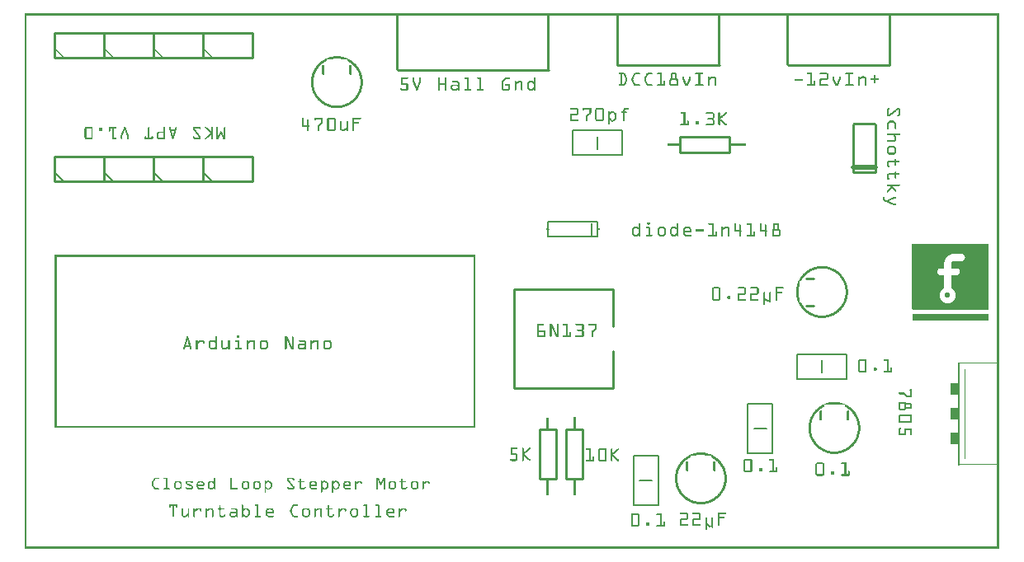
<source format=gto>
G04 MADE WITH FRITZING*
G04 WWW.FRITZING.ORG*
G04 DOUBLE SIDED*
G04 HOLES PLATED*
G04 CONTOUR ON CENTER OF CONTOUR VECTOR*
%ASAXBY*%
%FSLAX23Y23*%
%MOIN*%
%OFA0B0*%
%SFA1.0B1.0*%
%ADD10C,0.023361*%
%ADD11R,0.309167X0.027778*%
%ADD12R,0.035000X0.050000*%
%ADD13C,0.008000*%
%ADD14C,0.010000*%
%ADD15C,0.005000*%
%ADD16C,0.020000*%
%ADD17C,0.006000*%
%ADD18C,0.002000*%
%ADD19C,0.010417*%
%ADD20C,0.011000*%
%ADD21R,0.001000X0.001000*%
%LNSILK1*%
G90*
G70*
G54D10*
X3730Y1025D03*
G54D11*
X3741Y936D03*
G54D12*
X3758Y446D03*
X3758Y546D03*
X3758Y646D03*
G54D13*
X2116Y1322D02*
X2316Y1322D01*
D02*
X2316Y1322D02*
X2316Y1292D01*
D02*
X2316Y1292D02*
X2316Y1262D01*
D02*
X2316Y1262D02*
X2116Y1262D01*
D02*
X2116Y1262D02*
X2116Y1292D01*
D02*
X2116Y1292D02*
X2116Y1322D01*
D02*
X2291Y1317D02*
X2291Y1267D01*
G54D14*
D02*
X2378Y1049D02*
X1978Y1049D01*
D02*
X1978Y1049D02*
X1978Y649D01*
D02*
X1978Y649D02*
X2378Y649D01*
D02*
X2378Y1049D02*
X2378Y899D01*
D02*
X2378Y799D02*
X2378Y649D01*
D02*
X122Y1988D02*
X322Y1988D01*
D02*
X322Y1988D02*
X322Y2088D01*
D02*
X322Y2088D02*
X122Y2088D01*
D02*
X122Y2088D02*
X122Y1988D01*
D02*
X322Y1988D02*
X522Y1988D01*
D02*
X522Y1988D02*
X522Y2088D01*
D02*
X522Y2088D02*
X322Y2088D01*
D02*
X322Y2088D02*
X322Y1988D01*
D02*
X522Y1988D02*
X722Y1988D01*
D02*
X722Y1988D02*
X722Y2088D01*
D02*
X722Y2088D02*
X522Y2088D01*
D02*
X522Y2088D02*
X522Y1988D01*
D02*
X722Y1988D02*
X922Y1988D01*
D02*
X922Y1988D02*
X922Y2088D01*
D02*
X922Y2088D02*
X722Y2088D01*
D02*
X722Y2088D02*
X722Y1988D01*
D02*
X122Y1488D02*
X322Y1488D01*
D02*
X322Y1488D02*
X322Y1588D01*
D02*
X322Y1588D02*
X122Y1588D01*
D02*
X122Y1588D02*
X122Y1488D01*
G54D15*
D02*
X157Y1488D02*
X122Y1523D01*
G54D14*
D02*
X322Y1488D02*
X522Y1488D01*
D02*
X522Y1488D02*
X522Y1588D01*
D02*
X522Y1588D02*
X322Y1588D01*
D02*
X322Y1588D02*
X322Y1488D01*
G54D15*
D02*
X357Y1488D02*
X322Y1523D01*
G54D14*
D02*
X522Y1488D02*
X722Y1488D01*
D02*
X722Y1488D02*
X722Y1588D01*
D02*
X722Y1588D02*
X522Y1588D01*
D02*
X522Y1588D02*
X522Y1488D01*
G54D15*
D02*
X557Y1488D02*
X522Y1523D01*
G54D14*
D02*
X722Y1488D02*
X922Y1488D01*
D02*
X922Y1488D02*
X922Y1588D01*
D02*
X922Y1588D02*
X722Y1588D01*
D02*
X722Y1588D02*
X722Y1488D01*
G54D15*
D02*
X757Y1488D02*
X722Y1523D01*
G54D14*
D02*
X3348Y1523D02*
X3348Y1718D01*
D02*
X3438Y1718D02*
X3438Y1523D01*
D02*
X3438Y1523D02*
X3348Y1523D01*
G54D16*
D02*
X3438Y1543D02*
X3348Y1543D01*
G54D17*
D02*
X3775Y751D02*
X3775Y341D01*
G54D18*
D02*
X3800Y726D02*
X3800Y366D01*
G54D13*
D02*
X3222Y763D02*
X3222Y713D01*
D02*
X3122Y788D02*
X3322Y788D01*
D02*
X3322Y788D02*
X3322Y688D01*
D02*
X3322Y688D02*
X3122Y688D01*
D02*
X3122Y688D02*
X3122Y788D01*
D02*
X2536Y278D02*
X2486Y278D01*
D02*
X2561Y378D02*
X2561Y178D01*
D02*
X2561Y178D02*
X2461Y178D01*
D02*
X2461Y178D02*
X2461Y378D01*
D02*
X2461Y378D02*
X2561Y378D01*
D02*
X2316Y1617D02*
X2316Y1667D01*
D02*
X2416Y1592D02*
X2216Y1592D01*
D02*
X2216Y1592D02*
X2216Y1692D01*
D02*
X2216Y1692D02*
X2416Y1692D01*
D02*
X2416Y1692D02*
X2416Y1592D01*
D02*
X2997Y488D02*
X2947Y488D01*
D02*
X3022Y588D02*
X3022Y388D01*
D02*
X3022Y388D02*
X2922Y388D01*
D02*
X2922Y388D02*
X2922Y588D01*
D02*
X2922Y588D02*
X3022Y588D01*
G54D19*
D02*
X2396Y1956D02*
X2807Y1956D01*
G54D14*
D02*
X1507Y1936D02*
X2117Y1936D01*
G54D19*
D02*
X3084Y1956D02*
X3495Y1956D01*
G54D14*
D02*
X2081Y282D02*
X2081Y482D01*
D02*
X2081Y482D02*
X2147Y482D01*
D02*
X2147Y482D02*
X2147Y282D01*
D02*
X2147Y282D02*
X2081Y282D01*
D02*
X2189Y284D02*
X2189Y484D01*
D02*
X2189Y484D02*
X2255Y484D01*
D02*
X2255Y484D02*
X2255Y284D01*
D02*
X2255Y284D02*
X2189Y284D01*
D02*
X2847Y1602D02*
X2647Y1602D01*
D02*
X2647Y1602D02*
X2647Y1668D01*
D02*
X2647Y1668D02*
X2847Y1668D01*
D02*
X2847Y1668D02*
X2847Y1602D01*
G54D20*
X3157Y1093D02*
X3187Y1093D01*
D02*
X3157Y983D02*
X3187Y983D01*
D02*
G54D21*
X1Y2165D02*
X3937Y2165D01*
X1Y2164D02*
X3937Y2164D01*
X1Y2163D02*
X3937Y2163D01*
X1Y2162D02*
X3937Y2162D01*
X1Y2161D02*
X3937Y2161D01*
X1Y2160D02*
X3937Y2160D01*
X1Y2159D02*
X3937Y2159D01*
X1Y2158D02*
X3937Y2158D01*
X1Y2157D02*
X8Y2157D01*
X1503Y2157D02*
X1512Y2157D01*
X2113Y2157D02*
X2122Y2157D01*
X2392Y2157D02*
X2402Y2157D01*
X2803Y2157D02*
X2812Y2157D01*
X3080Y2157D02*
X3089Y2157D01*
X3491Y2157D02*
X3500Y2157D01*
X3930Y2157D02*
X3937Y2157D01*
X1Y2156D02*
X8Y2156D01*
X1503Y2156D02*
X1512Y2156D01*
X2113Y2156D02*
X2122Y2156D01*
X2392Y2156D02*
X2402Y2156D01*
X2803Y2156D02*
X2812Y2156D01*
X3080Y2156D02*
X3089Y2156D01*
X3491Y2156D02*
X3500Y2156D01*
X3930Y2156D02*
X3937Y2156D01*
X1Y2155D02*
X8Y2155D01*
X1503Y2155D02*
X1512Y2155D01*
X2113Y2155D02*
X2122Y2155D01*
X2392Y2155D02*
X2402Y2155D01*
X2803Y2155D02*
X2812Y2155D01*
X3080Y2155D02*
X3089Y2155D01*
X3491Y2155D02*
X3500Y2155D01*
X3930Y2155D02*
X3937Y2155D01*
X1Y2154D02*
X8Y2154D01*
X1503Y2154D02*
X1512Y2154D01*
X2113Y2154D02*
X2122Y2154D01*
X2392Y2154D02*
X2402Y2154D01*
X2803Y2154D02*
X2812Y2154D01*
X3080Y2154D02*
X3089Y2154D01*
X3491Y2154D02*
X3500Y2154D01*
X3930Y2154D02*
X3937Y2154D01*
X1Y2153D02*
X8Y2153D01*
X1503Y2153D02*
X1512Y2153D01*
X2113Y2153D02*
X2122Y2153D01*
X2392Y2153D02*
X2402Y2153D01*
X2803Y2153D02*
X2812Y2153D01*
X3080Y2153D02*
X3089Y2153D01*
X3491Y2153D02*
X3500Y2153D01*
X3930Y2153D02*
X3937Y2153D01*
X1Y2152D02*
X8Y2152D01*
X1503Y2152D02*
X1512Y2152D01*
X2113Y2152D02*
X2122Y2152D01*
X2392Y2152D02*
X2402Y2152D01*
X2803Y2152D02*
X2812Y2152D01*
X3080Y2152D02*
X3089Y2152D01*
X3491Y2152D02*
X3500Y2152D01*
X3930Y2152D02*
X3937Y2152D01*
X1Y2151D02*
X8Y2151D01*
X1503Y2151D02*
X1512Y2151D01*
X2113Y2151D02*
X2122Y2151D01*
X2392Y2151D02*
X2402Y2151D01*
X2803Y2151D02*
X2812Y2151D01*
X3080Y2151D02*
X3089Y2151D01*
X3491Y2151D02*
X3500Y2151D01*
X3930Y2151D02*
X3937Y2151D01*
X1Y2150D02*
X8Y2150D01*
X1503Y2150D02*
X1512Y2150D01*
X2113Y2150D02*
X2122Y2150D01*
X2392Y2150D02*
X2402Y2150D01*
X2803Y2150D02*
X2812Y2150D01*
X3080Y2150D02*
X3089Y2150D01*
X3491Y2150D02*
X3500Y2150D01*
X3930Y2150D02*
X3937Y2150D01*
X1Y2149D02*
X8Y2149D01*
X1503Y2149D02*
X1512Y2149D01*
X2113Y2149D02*
X2122Y2149D01*
X2392Y2149D02*
X2402Y2149D01*
X2803Y2149D02*
X2812Y2149D01*
X3080Y2149D02*
X3089Y2149D01*
X3491Y2149D02*
X3500Y2149D01*
X3930Y2149D02*
X3937Y2149D01*
X1Y2148D02*
X8Y2148D01*
X1503Y2148D02*
X1512Y2148D01*
X2113Y2148D02*
X2122Y2148D01*
X2392Y2148D02*
X2402Y2148D01*
X2803Y2148D02*
X2812Y2148D01*
X3080Y2148D02*
X3089Y2148D01*
X3491Y2148D02*
X3500Y2148D01*
X3930Y2148D02*
X3937Y2148D01*
X1Y2147D02*
X8Y2147D01*
X1503Y2147D02*
X1512Y2147D01*
X2113Y2147D02*
X2122Y2147D01*
X2392Y2147D02*
X2402Y2147D01*
X2803Y2147D02*
X2812Y2147D01*
X3080Y2147D02*
X3089Y2147D01*
X3491Y2147D02*
X3500Y2147D01*
X3930Y2147D02*
X3937Y2147D01*
X1Y2146D02*
X8Y2146D01*
X1503Y2146D02*
X1512Y2146D01*
X2113Y2146D02*
X2122Y2146D01*
X2392Y2146D02*
X2402Y2146D01*
X2803Y2146D02*
X2812Y2146D01*
X3080Y2146D02*
X3089Y2146D01*
X3491Y2146D02*
X3500Y2146D01*
X3930Y2146D02*
X3937Y2146D01*
X1Y2145D02*
X8Y2145D01*
X1503Y2145D02*
X1512Y2145D01*
X2113Y2145D02*
X2122Y2145D01*
X2392Y2145D02*
X2402Y2145D01*
X2803Y2145D02*
X2812Y2145D01*
X3080Y2145D02*
X3089Y2145D01*
X3491Y2145D02*
X3500Y2145D01*
X3930Y2145D02*
X3937Y2145D01*
X1Y2144D02*
X8Y2144D01*
X1503Y2144D02*
X1512Y2144D01*
X2113Y2144D02*
X2122Y2144D01*
X2392Y2144D02*
X2402Y2144D01*
X2803Y2144D02*
X2812Y2144D01*
X3080Y2144D02*
X3089Y2144D01*
X3491Y2144D02*
X3500Y2144D01*
X3930Y2144D02*
X3937Y2144D01*
X1Y2143D02*
X8Y2143D01*
X1503Y2143D02*
X1512Y2143D01*
X2113Y2143D02*
X2122Y2143D01*
X2392Y2143D02*
X2402Y2143D01*
X2803Y2143D02*
X2812Y2143D01*
X3080Y2143D02*
X3089Y2143D01*
X3491Y2143D02*
X3500Y2143D01*
X3930Y2143D02*
X3937Y2143D01*
X1Y2142D02*
X8Y2142D01*
X1503Y2142D02*
X1512Y2142D01*
X2113Y2142D02*
X2122Y2142D01*
X2392Y2142D02*
X2402Y2142D01*
X2803Y2142D02*
X2812Y2142D01*
X3080Y2142D02*
X3089Y2142D01*
X3491Y2142D02*
X3500Y2142D01*
X3930Y2142D02*
X3937Y2142D01*
X1Y2141D02*
X8Y2141D01*
X1503Y2141D02*
X1512Y2141D01*
X2113Y2141D02*
X2122Y2141D01*
X2392Y2141D02*
X2402Y2141D01*
X2803Y2141D02*
X2812Y2141D01*
X3080Y2141D02*
X3089Y2141D01*
X3491Y2141D02*
X3500Y2141D01*
X3930Y2141D02*
X3937Y2141D01*
X1Y2140D02*
X8Y2140D01*
X1503Y2140D02*
X1512Y2140D01*
X2113Y2140D02*
X2122Y2140D01*
X2392Y2140D02*
X2402Y2140D01*
X2803Y2140D02*
X2812Y2140D01*
X3080Y2140D02*
X3089Y2140D01*
X3491Y2140D02*
X3500Y2140D01*
X3930Y2140D02*
X3937Y2140D01*
X1Y2139D02*
X8Y2139D01*
X1503Y2139D02*
X1512Y2139D01*
X2113Y2139D02*
X2122Y2139D01*
X2392Y2139D02*
X2402Y2139D01*
X2803Y2139D02*
X2812Y2139D01*
X3080Y2139D02*
X3089Y2139D01*
X3491Y2139D02*
X3500Y2139D01*
X3930Y2139D02*
X3937Y2139D01*
X1Y2138D02*
X8Y2138D01*
X1503Y2138D02*
X1512Y2138D01*
X2113Y2138D02*
X2122Y2138D01*
X2392Y2138D02*
X2402Y2138D01*
X2803Y2138D02*
X2812Y2138D01*
X3080Y2138D02*
X3089Y2138D01*
X3491Y2138D02*
X3500Y2138D01*
X3930Y2138D02*
X3937Y2138D01*
X1Y2137D02*
X8Y2137D01*
X1503Y2137D02*
X1512Y2137D01*
X2113Y2137D02*
X2122Y2137D01*
X2392Y2137D02*
X2402Y2137D01*
X2803Y2137D02*
X2812Y2137D01*
X3080Y2137D02*
X3089Y2137D01*
X3491Y2137D02*
X3500Y2137D01*
X3930Y2137D02*
X3937Y2137D01*
X1Y2136D02*
X8Y2136D01*
X1503Y2136D02*
X1512Y2136D01*
X2113Y2136D02*
X2122Y2136D01*
X2392Y2136D02*
X2402Y2136D01*
X2803Y2136D02*
X2812Y2136D01*
X3080Y2136D02*
X3089Y2136D01*
X3491Y2136D02*
X3500Y2136D01*
X3930Y2136D02*
X3937Y2136D01*
X1Y2135D02*
X8Y2135D01*
X1503Y2135D02*
X1512Y2135D01*
X2113Y2135D02*
X2122Y2135D01*
X2392Y2135D02*
X2402Y2135D01*
X2803Y2135D02*
X2812Y2135D01*
X3080Y2135D02*
X3089Y2135D01*
X3491Y2135D02*
X3500Y2135D01*
X3930Y2135D02*
X3937Y2135D01*
X1Y2134D02*
X8Y2134D01*
X1503Y2134D02*
X1512Y2134D01*
X2113Y2134D02*
X2122Y2134D01*
X2392Y2134D02*
X2402Y2134D01*
X2803Y2134D02*
X2812Y2134D01*
X3080Y2134D02*
X3089Y2134D01*
X3491Y2134D02*
X3500Y2134D01*
X3930Y2134D02*
X3937Y2134D01*
X1Y2133D02*
X8Y2133D01*
X1503Y2133D02*
X1512Y2133D01*
X2113Y2133D02*
X2122Y2133D01*
X2392Y2133D02*
X2402Y2133D01*
X2803Y2133D02*
X2812Y2133D01*
X3080Y2133D02*
X3089Y2133D01*
X3491Y2133D02*
X3500Y2133D01*
X3930Y2133D02*
X3937Y2133D01*
X1Y2132D02*
X8Y2132D01*
X1503Y2132D02*
X1512Y2132D01*
X2113Y2132D02*
X2122Y2132D01*
X2392Y2132D02*
X2402Y2132D01*
X2803Y2132D02*
X2812Y2132D01*
X3080Y2132D02*
X3089Y2132D01*
X3491Y2132D02*
X3500Y2132D01*
X3930Y2132D02*
X3937Y2132D01*
X1Y2131D02*
X8Y2131D01*
X1503Y2131D02*
X1512Y2131D01*
X2113Y2131D02*
X2122Y2131D01*
X2392Y2131D02*
X2402Y2131D01*
X2803Y2131D02*
X2812Y2131D01*
X3080Y2131D02*
X3089Y2131D01*
X3491Y2131D02*
X3500Y2131D01*
X3930Y2131D02*
X3937Y2131D01*
X1Y2130D02*
X8Y2130D01*
X1503Y2130D02*
X1512Y2130D01*
X2113Y2130D02*
X2122Y2130D01*
X2392Y2130D02*
X2402Y2130D01*
X2803Y2130D02*
X2812Y2130D01*
X3080Y2130D02*
X3089Y2130D01*
X3491Y2130D02*
X3500Y2130D01*
X3930Y2130D02*
X3937Y2130D01*
X1Y2129D02*
X8Y2129D01*
X1503Y2129D02*
X1512Y2129D01*
X2113Y2129D02*
X2122Y2129D01*
X2392Y2129D02*
X2402Y2129D01*
X2803Y2129D02*
X2812Y2129D01*
X3080Y2129D02*
X3089Y2129D01*
X3491Y2129D02*
X3500Y2129D01*
X3930Y2129D02*
X3937Y2129D01*
X1Y2128D02*
X8Y2128D01*
X1503Y2128D02*
X1512Y2128D01*
X2113Y2128D02*
X2122Y2128D01*
X2392Y2128D02*
X2402Y2128D01*
X2803Y2128D02*
X2812Y2128D01*
X3080Y2128D02*
X3089Y2128D01*
X3491Y2128D02*
X3500Y2128D01*
X3930Y2128D02*
X3937Y2128D01*
X1Y2127D02*
X8Y2127D01*
X1503Y2127D02*
X1512Y2127D01*
X2113Y2127D02*
X2122Y2127D01*
X2392Y2127D02*
X2402Y2127D01*
X2803Y2127D02*
X2812Y2127D01*
X3080Y2127D02*
X3089Y2127D01*
X3491Y2127D02*
X3500Y2127D01*
X3930Y2127D02*
X3937Y2127D01*
X1Y2126D02*
X8Y2126D01*
X1503Y2126D02*
X1512Y2126D01*
X2113Y2126D02*
X2122Y2126D01*
X2392Y2126D02*
X2402Y2126D01*
X2803Y2126D02*
X2812Y2126D01*
X3080Y2126D02*
X3089Y2126D01*
X3491Y2126D02*
X3500Y2126D01*
X3930Y2126D02*
X3937Y2126D01*
X1Y2125D02*
X8Y2125D01*
X1503Y2125D02*
X1512Y2125D01*
X2113Y2125D02*
X2122Y2125D01*
X2392Y2125D02*
X2402Y2125D01*
X2803Y2125D02*
X2812Y2125D01*
X3080Y2125D02*
X3089Y2125D01*
X3491Y2125D02*
X3500Y2125D01*
X3930Y2125D02*
X3937Y2125D01*
X1Y2124D02*
X8Y2124D01*
X1503Y2124D02*
X1512Y2124D01*
X2113Y2124D02*
X2122Y2124D01*
X2392Y2124D02*
X2402Y2124D01*
X2803Y2124D02*
X2812Y2124D01*
X3080Y2124D02*
X3089Y2124D01*
X3491Y2124D02*
X3500Y2124D01*
X3930Y2124D02*
X3937Y2124D01*
X1Y2123D02*
X8Y2123D01*
X1503Y2123D02*
X1512Y2123D01*
X2113Y2123D02*
X2122Y2123D01*
X2392Y2123D02*
X2402Y2123D01*
X2803Y2123D02*
X2812Y2123D01*
X3080Y2123D02*
X3089Y2123D01*
X3491Y2123D02*
X3500Y2123D01*
X3930Y2123D02*
X3937Y2123D01*
X1Y2122D02*
X8Y2122D01*
X1503Y2122D02*
X1512Y2122D01*
X2113Y2122D02*
X2122Y2122D01*
X2392Y2122D02*
X2402Y2122D01*
X2803Y2122D02*
X2812Y2122D01*
X3080Y2122D02*
X3089Y2122D01*
X3491Y2122D02*
X3500Y2122D01*
X3930Y2122D02*
X3937Y2122D01*
X1Y2121D02*
X8Y2121D01*
X1503Y2121D02*
X1512Y2121D01*
X2113Y2121D02*
X2122Y2121D01*
X2392Y2121D02*
X2402Y2121D01*
X2803Y2121D02*
X2812Y2121D01*
X3080Y2121D02*
X3089Y2121D01*
X3491Y2121D02*
X3500Y2121D01*
X3930Y2121D02*
X3937Y2121D01*
X1Y2120D02*
X8Y2120D01*
X1503Y2120D02*
X1512Y2120D01*
X2113Y2120D02*
X2122Y2120D01*
X2392Y2120D02*
X2402Y2120D01*
X2803Y2120D02*
X2812Y2120D01*
X3080Y2120D02*
X3089Y2120D01*
X3491Y2120D02*
X3500Y2120D01*
X3930Y2120D02*
X3937Y2120D01*
X1Y2119D02*
X8Y2119D01*
X1503Y2119D02*
X1512Y2119D01*
X2113Y2119D02*
X2122Y2119D01*
X2392Y2119D02*
X2402Y2119D01*
X2803Y2119D02*
X2812Y2119D01*
X3080Y2119D02*
X3089Y2119D01*
X3491Y2119D02*
X3500Y2119D01*
X3930Y2119D02*
X3937Y2119D01*
X1Y2118D02*
X8Y2118D01*
X1503Y2118D02*
X1512Y2118D01*
X2113Y2118D02*
X2122Y2118D01*
X2392Y2118D02*
X2402Y2118D01*
X2803Y2118D02*
X2812Y2118D01*
X3080Y2118D02*
X3089Y2118D01*
X3491Y2118D02*
X3500Y2118D01*
X3930Y2118D02*
X3937Y2118D01*
X1Y2117D02*
X8Y2117D01*
X1503Y2117D02*
X1512Y2117D01*
X2113Y2117D02*
X2122Y2117D01*
X2392Y2117D02*
X2402Y2117D01*
X2803Y2117D02*
X2812Y2117D01*
X3080Y2117D02*
X3089Y2117D01*
X3491Y2117D02*
X3500Y2117D01*
X3930Y2117D02*
X3937Y2117D01*
X1Y2116D02*
X8Y2116D01*
X1503Y2116D02*
X1512Y2116D01*
X2113Y2116D02*
X2122Y2116D01*
X2392Y2116D02*
X2402Y2116D01*
X2803Y2116D02*
X2812Y2116D01*
X3080Y2116D02*
X3089Y2116D01*
X3491Y2116D02*
X3500Y2116D01*
X3930Y2116D02*
X3937Y2116D01*
X1Y2115D02*
X8Y2115D01*
X1503Y2115D02*
X1512Y2115D01*
X2113Y2115D02*
X2122Y2115D01*
X2392Y2115D02*
X2402Y2115D01*
X2803Y2115D02*
X2812Y2115D01*
X3080Y2115D02*
X3089Y2115D01*
X3491Y2115D02*
X3500Y2115D01*
X3930Y2115D02*
X3937Y2115D01*
X1Y2114D02*
X8Y2114D01*
X1503Y2114D02*
X1512Y2114D01*
X2113Y2114D02*
X2122Y2114D01*
X2392Y2114D02*
X2402Y2114D01*
X2803Y2114D02*
X2812Y2114D01*
X3080Y2114D02*
X3089Y2114D01*
X3491Y2114D02*
X3500Y2114D01*
X3930Y2114D02*
X3937Y2114D01*
X1Y2113D02*
X8Y2113D01*
X1503Y2113D02*
X1512Y2113D01*
X2113Y2113D02*
X2122Y2113D01*
X2392Y2113D02*
X2402Y2113D01*
X2803Y2113D02*
X2812Y2113D01*
X3080Y2113D02*
X3089Y2113D01*
X3491Y2113D02*
X3500Y2113D01*
X3930Y2113D02*
X3937Y2113D01*
X1Y2112D02*
X8Y2112D01*
X1503Y2112D02*
X1512Y2112D01*
X2113Y2112D02*
X2122Y2112D01*
X2392Y2112D02*
X2402Y2112D01*
X2803Y2112D02*
X2812Y2112D01*
X3080Y2112D02*
X3089Y2112D01*
X3491Y2112D02*
X3500Y2112D01*
X3930Y2112D02*
X3937Y2112D01*
X1Y2111D02*
X8Y2111D01*
X1503Y2111D02*
X1512Y2111D01*
X2113Y2111D02*
X2122Y2111D01*
X2392Y2111D02*
X2402Y2111D01*
X2803Y2111D02*
X2812Y2111D01*
X3080Y2111D02*
X3089Y2111D01*
X3491Y2111D02*
X3500Y2111D01*
X3930Y2111D02*
X3937Y2111D01*
X1Y2110D02*
X8Y2110D01*
X1503Y2110D02*
X1512Y2110D01*
X2113Y2110D02*
X2122Y2110D01*
X2392Y2110D02*
X2402Y2110D01*
X2803Y2110D02*
X2812Y2110D01*
X3080Y2110D02*
X3089Y2110D01*
X3491Y2110D02*
X3500Y2110D01*
X3930Y2110D02*
X3937Y2110D01*
X1Y2109D02*
X8Y2109D01*
X1503Y2109D02*
X1512Y2109D01*
X2113Y2109D02*
X2122Y2109D01*
X2392Y2109D02*
X2402Y2109D01*
X2803Y2109D02*
X2812Y2109D01*
X3080Y2109D02*
X3089Y2109D01*
X3491Y2109D02*
X3500Y2109D01*
X3930Y2109D02*
X3937Y2109D01*
X1Y2108D02*
X8Y2108D01*
X1503Y2108D02*
X1512Y2108D01*
X2113Y2108D02*
X2122Y2108D01*
X2392Y2108D02*
X2402Y2108D01*
X2803Y2108D02*
X2812Y2108D01*
X3080Y2108D02*
X3089Y2108D01*
X3491Y2108D02*
X3500Y2108D01*
X3930Y2108D02*
X3937Y2108D01*
X1Y2107D02*
X8Y2107D01*
X1503Y2107D02*
X1512Y2107D01*
X2113Y2107D02*
X2122Y2107D01*
X2392Y2107D02*
X2402Y2107D01*
X2803Y2107D02*
X2812Y2107D01*
X3080Y2107D02*
X3089Y2107D01*
X3491Y2107D02*
X3500Y2107D01*
X3930Y2107D02*
X3937Y2107D01*
X1Y2106D02*
X8Y2106D01*
X1503Y2106D02*
X1512Y2106D01*
X2113Y2106D02*
X2122Y2106D01*
X2392Y2106D02*
X2402Y2106D01*
X2803Y2106D02*
X2812Y2106D01*
X3080Y2106D02*
X3089Y2106D01*
X3491Y2106D02*
X3500Y2106D01*
X3930Y2106D02*
X3937Y2106D01*
X1Y2105D02*
X8Y2105D01*
X1503Y2105D02*
X1512Y2105D01*
X2113Y2105D02*
X2122Y2105D01*
X2392Y2105D02*
X2402Y2105D01*
X2803Y2105D02*
X2812Y2105D01*
X3080Y2105D02*
X3089Y2105D01*
X3491Y2105D02*
X3500Y2105D01*
X3930Y2105D02*
X3937Y2105D01*
X1Y2104D02*
X8Y2104D01*
X1503Y2104D02*
X1512Y2104D01*
X2113Y2104D02*
X2122Y2104D01*
X2392Y2104D02*
X2402Y2104D01*
X2803Y2104D02*
X2812Y2104D01*
X3080Y2104D02*
X3089Y2104D01*
X3491Y2104D02*
X3500Y2104D01*
X3930Y2104D02*
X3937Y2104D01*
X1Y2103D02*
X8Y2103D01*
X1503Y2103D02*
X1512Y2103D01*
X2113Y2103D02*
X2122Y2103D01*
X2392Y2103D02*
X2402Y2103D01*
X2803Y2103D02*
X2812Y2103D01*
X3080Y2103D02*
X3089Y2103D01*
X3491Y2103D02*
X3500Y2103D01*
X3930Y2103D02*
X3937Y2103D01*
X1Y2102D02*
X8Y2102D01*
X1503Y2102D02*
X1512Y2102D01*
X2113Y2102D02*
X2122Y2102D01*
X2392Y2102D02*
X2402Y2102D01*
X2803Y2102D02*
X2812Y2102D01*
X3080Y2102D02*
X3089Y2102D01*
X3491Y2102D02*
X3500Y2102D01*
X3930Y2102D02*
X3937Y2102D01*
X1Y2101D02*
X8Y2101D01*
X1503Y2101D02*
X1512Y2101D01*
X2113Y2101D02*
X2122Y2101D01*
X2392Y2101D02*
X2402Y2101D01*
X2803Y2101D02*
X2812Y2101D01*
X3080Y2101D02*
X3089Y2101D01*
X3491Y2101D02*
X3500Y2101D01*
X3930Y2101D02*
X3937Y2101D01*
X1Y2100D02*
X8Y2100D01*
X1503Y2100D02*
X1512Y2100D01*
X2113Y2100D02*
X2122Y2100D01*
X2392Y2100D02*
X2402Y2100D01*
X2803Y2100D02*
X2812Y2100D01*
X3080Y2100D02*
X3089Y2100D01*
X3491Y2100D02*
X3500Y2100D01*
X3930Y2100D02*
X3937Y2100D01*
X1Y2099D02*
X8Y2099D01*
X1503Y2099D02*
X1512Y2099D01*
X2113Y2099D02*
X2122Y2099D01*
X2392Y2099D02*
X2402Y2099D01*
X2803Y2099D02*
X2812Y2099D01*
X3080Y2099D02*
X3089Y2099D01*
X3491Y2099D02*
X3500Y2099D01*
X3930Y2099D02*
X3937Y2099D01*
X1Y2098D02*
X8Y2098D01*
X1503Y2098D02*
X1512Y2098D01*
X2113Y2098D02*
X2122Y2098D01*
X2392Y2098D02*
X2402Y2098D01*
X2803Y2098D02*
X2812Y2098D01*
X3080Y2098D02*
X3089Y2098D01*
X3491Y2098D02*
X3500Y2098D01*
X3930Y2098D02*
X3937Y2098D01*
X1Y2097D02*
X8Y2097D01*
X1503Y2097D02*
X1512Y2097D01*
X2113Y2097D02*
X2122Y2097D01*
X2392Y2097D02*
X2402Y2097D01*
X2803Y2097D02*
X2812Y2097D01*
X3080Y2097D02*
X3089Y2097D01*
X3491Y2097D02*
X3500Y2097D01*
X3930Y2097D02*
X3937Y2097D01*
X1Y2096D02*
X8Y2096D01*
X1503Y2096D02*
X1512Y2096D01*
X2113Y2096D02*
X2122Y2096D01*
X2392Y2096D02*
X2402Y2096D01*
X2803Y2096D02*
X2812Y2096D01*
X3080Y2096D02*
X3089Y2096D01*
X3491Y2096D02*
X3500Y2096D01*
X3930Y2096D02*
X3937Y2096D01*
X1Y2095D02*
X8Y2095D01*
X1503Y2095D02*
X1512Y2095D01*
X2113Y2095D02*
X2122Y2095D01*
X2392Y2095D02*
X2402Y2095D01*
X2803Y2095D02*
X2812Y2095D01*
X3080Y2095D02*
X3089Y2095D01*
X3491Y2095D02*
X3500Y2095D01*
X3930Y2095D02*
X3937Y2095D01*
X1Y2094D02*
X8Y2094D01*
X1503Y2094D02*
X1512Y2094D01*
X2113Y2094D02*
X2122Y2094D01*
X2392Y2094D02*
X2402Y2094D01*
X2803Y2094D02*
X2812Y2094D01*
X3080Y2094D02*
X3089Y2094D01*
X3491Y2094D02*
X3500Y2094D01*
X3930Y2094D02*
X3937Y2094D01*
X1Y2093D02*
X8Y2093D01*
X1503Y2093D02*
X1512Y2093D01*
X2113Y2093D02*
X2122Y2093D01*
X2392Y2093D02*
X2402Y2093D01*
X2803Y2093D02*
X2812Y2093D01*
X3080Y2093D02*
X3089Y2093D01*
X3491Y2093D02*
X3500Y2093D01*
X3930Y2093D02*
X3937Y2093D01*
X1Y2092D02*
X8Y2092D01*
X1503Y2092D02*
X1512Y2092D01*
X2113Y2092D02*
X2122Y2092D01*
X2392Y2092D02*
X2402Y2092D01*
X2803Y2092D02*
X2812Y2092D01*
X3080Y2092D02*
X3089Y2092D01*
X3491Y2092D02*
X3500Y2092D01*
X3930Y2092D02*
X3937Y2092D01*
X1Y2091D02*
X8Y2091D01*
X1503Y2091D02*
X1512Y2091D01*
X2113Y2091D02*
X2122Y2091D01*
X2392Y2091D02*
X2402Y2091D01*
X2803Y2091D02*
X2812Y2091D01*
X3080Y2091D02*
X3089Y2091D01*
X3491Y2091D02*
X3500Y2091D01*
X3930Y2091D02*
X3937Y2091D01*
X1Y2090D02*
X8Y2090D01*
X1503Y2090D02*
X1512Y2090D01*
X2113Y2090D02*
X2122Y2090D01*
X2392Y2090D02*
X2402Y2090D01*
X2803Y2090D02*
X2812Y2090D01*
X3080Y2090D02*
X3089Y2090D01*
X3491Y2090D02*
X3500Y2090D01*
X3930Y2090D02*
X3937Y2090D01*
X1Y2089D02*
X8Y2089D01*
X1503Y2089D02*
X1512Y2089D01*
X2113Y2089D02*
X2122Y2089D01*
X2392Y2089D02*
X2402Y2089D01*
X2803Y2089D02*
X2812Y2089D01*
X3080Y2089D02*
X3089Y2089D01*
X3491Y2089D02*
X3500Y2089D01*
X3930Y2089D02*
X3937Y2089D01*
X1Y2088D02*
X8Y2088D01*
X1503Y2088D02*
X1512Y2088D01*
X2113Y2088D02*
X2122Y2088D01*
X2392Y2088D02*
X2402Y2088D01*
X2803Y2088D02*
X2812Y2088D01*
X3080Y2088D02*
X3089Y2088D01*
X3491Y2088D02*
X3500Y2088D01*
X3930Y2088D02*
X3937Y2088D01*
X1Y2087D02*
X8Y2087D01*
X1503Y2087D02*
X1512Y2087D01*
X2113Y2087D02*
X2122Y2087D01*
X2392Y2087D02*
X2402Y2087D01*
X2803Y2087D02*
X2812Y2087D01*
X3080Y2087D02*
X3089Y2087D01*
X3491Y2087D02*
X3500Y2087D01*
X3930Y2087D02*
X3937Y2087D01*
X1Y2086D02*
X8Y2086D01*
X1503Y2086D02*
X1512Y2086D01*
X2113Y2086D02*
X2122Y2086D01*
X2392Y2086D02*
X2402Y2086D01*
X2803Y2086D02*
X2812Y2086D01*
X3080Y2086D02*
X3089Y2086D01*
X3491Y2086D02*
X3500Y2086D01*
X3930Y2086D02*
X3937Y2086D01*
X1Y2085D02*
X8Y2085D01*
X1503Y2085D02*
X1512Y2085D01*
X2113Y2085D02*
X2122Y2085D01*
X2392Y2085D02*
X2402Y2085D01*
X2803Y2085D02*
X2812Y2085D01*
X3080Y2085D02*
X3089Y2085D01*
X3491Y2085D02*
X3500Y2085D01*
X3930Y2085D02*
X3937Y2085D01*
X1Y2084D02*
X8Y2084D01*
X1503Y2084D02*
X1512Y2084D01*
X2113Y2084D02*
X2122Y2084D01*
X2392Y2084D02*
X2402Y2084D01*
X2803Y2084D02*
X2812Y2084D01*
X3080Y2084D02*
X3089Y2084D01*
X3491Y2084D02*
X3500Y2084D01*
X3930Y2084D02*
X3937Y2084D01*
X1Y2083D02*
X8Y2083D01*
X1503Y2083D02*
X1512Y2083D01*
X2113Y2083D02*
X2122Y2083D01*
X2392Y2083D02*
X2402Y2083D01*
X2803Y2083D02*
X2812Y2083D01*
X3080Y2083D02*
X3089Y2083D01*
X3491Y2083D02*
X3500Y2083D01*
X3930Y2083D02*
X3937Y2083D01*
X1Y2082D02*
X8Y2082D01*
X1503Y2082D02*
X1512Y2082D01*
X2113Y2082D02*
X2122Y2082D01*
X2392Y2082D02*
X2402Y2082D01*
X2803Y2082D02*
X2812Y2082D01*
X3080Y2082D02*
X3089Y2082D01*
X3491Y2082D02*
X3500Y2082D01*
X3930Y2082D02*
X3937Y2082D01*
X1Y2081D02*
X8Y2081D01*
X1503Y2081D02*
X1512Y2081D01*
X2113Y2081D02*
X2122Y2081D01*
X2392Y2081D02*
X2402Y2081D01*
X2803Y2081D02*
X2812Y2081D01*
X3080Y2081D02*
X3089Y2081D01*
X3491Y2081D02*
X3500Y2081D01*
X3930Y2081D02*
X3937Y2081D01*
X1Y2080D02*
X8Y2080D01*
X1503Y2080D02*
X1512Y2080D01*
X2113Y2080D02*
X2122Y2080D01*
X2392Y2080D02*
X2402Y2080D01*
X2803Y2080D02*
X2812Y2080D01*
X3080Y2080D02*
X3089Y2080D01*
X3491Y2080D02*
X3500Y2080D01*
X3930Y2080D02*
X3937Y2080D01*
X1Y2079D02*
X8Y2079D01*
X1503Y2079D02*
X1512Y2079D01*
X2113Y2079D02*
X2122Y2079D01*
X2392Y2079D02*
X2402Y2079D01*
X2803Y2079D02*
X2812Y2079D01*
X3080Y2079D02*
X3089Y2079D01*
X3491Y2079D02*
X3500Y2079D01*
X3930Y2079D02*
X3937Y2079D01*
X1Y2078D02*
X8Y2078D01*
X1503Y2078D02*
X1512Y2078D01*
X2113Y2078D02*
X2122Y2078D01*
X2392Y2078D02*
X2402Y2078D01*
X2803Y2078D02*
X2812Y2078D01*
X3080Y2078D02*
X3089Y2078D01*
X3491Y2078D02*
X3500Y2078D01*
X3930Y2078D02*
X3937Y2078D01*
X1Y2077D02*
X8Y2077D01*
X1503Y2077D02*
X1512Y2077D01*
X2113Y2077D02*
X2122Y2077D01*
X2392Y2077D02*
X2402Y2077D01*
X2803Y2077D02*
X2812Y2077D01*
X3080Y2077D02*
X3089Y2077D01*
X3491Y2077D02*
X3500Y2077D01*
X3930Y2077D02*
X3937Y2077D01*
X1Y2076D02*
X8Y2076D01*
X1503Y2076D02*
X1512Y2076D01*
X2113Y2076D02*
X2122Y2076D01*
X2392Y2076D02*
X2402Y2076D01*
X2803Y2076D02*
X2812Y2076D01*
X3080Y2076D02*
X3089Y2076D01*
X3491Y2076D02*
X3500Y2076D01*
X3930Y2076D02*
X3937Y2076D01*
X1Y2075D02*
X8Y2075D01*
X1503Y2075D02*
X1512Y2075D01*
X2113Y2075D02*
X2122Y2075D01*
X2392Y2075D02*
X2402Y2075D01*
X2803Y2075D02*
X2812Y2075D01*
X3080Y2075D02*
X3089Y2075D01*
X3491Y2075D02*
X3500Y2075D01*
X3930Y2075D02*
X3937Y2075D01*
X1Y2074D02*
X8Y2074D01*
X1503Y2074D02*
X1512Y2074D01*
X2113Y2074D02*
X2122Y2074D01*
X2392Y2074D02*
X2402Y2074D01*
X2803Y2074D02*
X2812Y2074D01*
X3080Y2074D02*
X3089Y2074D01*
X3491Y2074D02*
X3500Y2074D01*
X3930Y2074D02*
X3937Y2074D01*
X1Y2073D02*
X8Y2073D01*
X1503Y2073D02*
X1512Y2073D01*
X2113Y2073D02*
X2122Y2073D01*
X2392Y2073D02*
X2402Y2073D01*
X2803Y2073D02*
X2812Y2073D01*
X3080Y2073D02*
X3089Y2073D01*
X3491Y2073D02*
X3500Y2073D01*
X3930Y2073D02*
X3937Y2073D01*
X1Y2072D02*
X8Y2072D01*
X1503Y2072D02*
X1512Y2072D01*
X2113Y2072D02*
X2122Y2072D01*
X2392Y2072D02*
X2402Y2072D01*
X2803Y2072D02*
X2812Y2072D01*
X3080Y2072D02*
X3089Y2072D01*
X3491Y2072D02*
X3500Y2072D01*
X3930Y2072D02*
X3937Y2072D01*
X1Y2071D02*
X8Y2071D01*
X1503Y2071D02*
X1512Y2071D01*
X2113Y2071D02*
X2122Y2071D01*
X2392Y2071D02*
X2402Y2071D01*
X2803Y2071D02*
X2812Y2071D01*
X3080Y2071D02*
X3089Y2071D01*
X3491Y2071D02*
X3500Y2071D01*
X3930Y2071D02*
X3937Y2071D01*
X1Y2070D02*
X8Y2070D01*
X1503Y2070D02*
X1512Y2070D01*
X2113Y2070D02*
X2122Y2070D01*
X2392Y2070D02*
X2402Y2070D01*
X2803Y2070D02*
X2812Y2070D01*
X3080Y2070D02*
X3089Y2070D01*
X3491Y2070D02*
X3500Y2070D01*
X3930Y2070D02*
X3937Y2070D01*
X1Y2069D02*
X8Y2069D01*
X1503Y2069D02*
X1512Y2069D01*
X2113Y2069D02*
X2122Y2069D01*
X2392Y2069D02*
X2402Y2069D01*
X2803Y2069D02*
X2812Y2069D01*
X3080Y2069D02*
X3089Y2069D01*
X3491Y2069D02*
X3500Y2069D01*
X3930Y2069D02*
X3937Y2069D01*
X1Y2068D02*
X8Y2068D01*
X1503Y2068D02*
X1512Y2068D01*
X2113Y2068D02*
X2122Y2068D01*
X2392Y2068D02*
X2402Y2068D01*
X2803Y2068D02*
X2812Y2068D01*
X3080Y2068D02*
X3089Y2068D01*
X3491Y2068D02*
X3500Y2068D01*
X3930Y2068D02*
X3937Y2068D01*
X1Y2067D02*
X8Y2067D01*
X1503Y2067D02*
X1512Y2067D01*
X2113Y2067D02*
X2122Y2067D01*
X2392Y2067D02*
X2402Y2067D01*
X2803Y2067D02*
X2812Y2067D01*
X3080Y2067D02*
X3089Y2067D01*
X3491Y2067D02*
X3500Y2067D01*
X3930Y2067D02*
X3937Y2067D01*
X1Y2066D02*
X8Y2066D01*
X1503Y2066D02*
X1512Y2066D01*
X2113Y2066D02*
X2122Y2066D01*
X2392Y2066D02*
X2402Y2066D01*
X2803Y2066D02*
X2812Y2066D01*
X3080Y2066D02*
X3089Y2066D01*
X3491Y2066D02*
X3500Y2066D01*
X3930Y2066D02*
X3937Y2066D01*
X1Y2065D02*
X8Y2065D01*
X1503Y2065D02*
X1512Y2065D01*
X2113Y2065D02*
X2122Y2065D01*
X2392Y2065D02*
X2402Y2065D01*
X2803Y2065D02*
X2812Y2065D01*
X3080Y2065D02*
X3089Y2065D01*
X3491Y2065D02*
X3500Y2065D01*
X3930Y2065D02*
X3937Y2065D01*
X1Y2064D02*
X8Y2064D01*
X1503Y2064D02*
X1512Y2064D01*
X2113Y2064D02*
X2122Y2064D01*
X2392Y2064D02*
X2402Y2064D01*
X2803Y2064D02*
X2812Y2064D01*
X3080Y2064D02*
X3089Y2064D01*
X3491Y2064D02*
X3500Y2064D01*
X3930Y2064D02*
X3937Y2064D01*
X1Y2063D02*
X8Y2063D01*
X1503Y2063D02*
X1512Y2063D01*
X2113Y2063D02*
X2122Y2063D01*
X2392Y2063D02*
X2402Y2063D01*
X2803Y2063D02*
X2812Y2063D01*
X3080Y2063D02*
X3089Y2063D01*
X3491Y2063D02*
X3500Y2063D01*
X3930Y2063D02*
X3937Y2063D01*
X1Y2062D02*
X8Y2062D01*
X1503Y2062D02*
X1512Y2062D01*
X2113Y2062D02*
X2122Y2062D01*
X2392Y2062D02*
X2402Y2062D01*
X2803Y2062D02*
X2812Y2062D01*
X3080Y2062D02*
X3089Y2062D01*
X3491Y2062D02*
X3500Y2062D01*
X3930Y2062D02*
X3937Y2062D01*
X1Y2061D02*
X8Y2061D01*
X1503Y2061D02*
X1512Y2061D01*
X2113Y2061D02*
X2122Y2061D01*
X2392Y2061D02*
X2402Y2061D01*
X2803Y2061D02*
X2812Y2061D01*
X3080Y2061D02*
X3089Y2061D01*
X3491Y2061D02*
X3500Y2061D01*
X3930Y2061D02*
X3937Y2061D01*
X1Y2060D02*
X8Y2060D01*
X1503Y2060D02*
X1512Y2060D01*
X2113Y2060D02*
X2122Y2060D01*
X2392Y2060D02*
X2402Y2060D01*
X2803Y2060D02*
X2812Y2060D01*
X3080Y2060D02*
X3089Y2060D01*
X3491Y2060D02*
X3500Y2060D01*
X3930Y2060D02*
X3937Y2060D01*
X1Y2059D02*
X8Y2059D01*
X1503Y2059D02*
X1512Y2059D01*
X2113Y2059D02*
X2122Y2059D01*
X2392Y2059D02*
X2402Y2059D01*
X2803Y2059D02*
X2812Y2059D01*
X3080Y2059D02*
X3089Y2059D01*
X3491Y2059D02*
X3500Y2059D01*
X3930Y2059D02*
X3937Y2059D01*
X1Y2058D02*
X8Y2058D01*
X1503Y2058D02*
X1512Y2058D01*
X2113Y2058D02*
X2122Y2058D01*
X2392Y2058D02*
X2402Y2058D01*
X2803Y2058D02*
X2812Y2058D01*
X3080Y2058D02*
X3089Y2058D01*
X3491Y2058D02*
X3500Y2058D01*
X3930Y2058D02*
X3937Y2058D01*
X1Y2057D02*
X8Y2057D01*
X1503Y2057D02*
X1512Y2057D01*
X2113Y2057D02*
X2122Y2057D01*
X2392Y2057D02*
X2402Y2057D01*
X2803Y2057D02*
X2812Y2057D01*
X3080Y2057D02*
X3089Y2057D01*
X3491Y2057D02*
X3500Y2057D01*
X3930Y2057D02*
X3937Y2057D01*
X1Y2056D02*
X8Y2056D01*
X1503Y2056D02*
X1512Y2056D01*
X2113Y2056D02*
X2122Y2056D01*
X2392Y2056D02*
X2402Y2056D01*
X2803Y2056D02*
X2812Y2056D01*
X3080Y2056D02*
X3089Y2056D01*
X3491Y2056D02*
X3500Y2056D01*
X3930Y2056D02*
X3937Y2056D01*
X1Y2055D02*
X8Y2055D01*
X1503Y2055D02*
X1512Y2055D01*
X2113Y2055D02*
X2122Y2055D01*
X2392Y2055D02*
X2402Y2055D01*
X2803Y2055D02*
X2812Y2055D01*
X3080Y2055D02*
X3089Y2055D01*
X3491Y2055D02*
X3500Y2055D01*
X3930Y2055D02*
X3937Y2055D01*
X1Y2054D02*
X8Y2054D01*
X1503Y2054D02*
X1512Y2054D01*
X2113Y2054D02*
X2122Y2054D01*
X2392Y2054D02*
X2402Y2054D01*
X2803Y2054D02*
X2812Y2054D01*
X3080Y2054D02*
X3089Y2054D01*
X3491Y2054D02*
X3500Y2054D01*
X3930Y2054D02*
X3937Y2054D01*
X1Y2053D02*
X8Y2053D01*
X1503Y2053D02*
X1512Y2053D01*
X2113Y2053D02*
X2122Y2053D01*
X2392Y2053D02*
X2402Y2053D01*
X2803Y2053D02*
X2812Y2053D01*
X3080Y2053D02*
X3089Y2053D01*
X3491Y2053D02*
X3500Y2053D01*
X3930Y2053D02*
X3937Y2053D01*
X1Y2052D02*
X8Y2052D01*
X1503Y2052D02*
X1512Y2052D01*
X2113Y2052D02*
X2122Y2052D01*
X2392Y2052D02*
X2402Y2052D01*
X2803Y2052D02*
X2812Y2052D01*
X3080Y2052D02*
X3089Y2052D01*
X3491Y2052D02*
X3500Y2052D01*
X3930Y2052D02*
X3937Y2052D01*
X1Y2051D02*
X8Y2051D01*
X1503Y2051D02*
X1512Y2051D01*
X2113Y2051D02*
X2122Y2051D01*
X2392Y2051D02*
X2402Y2051D01*
X2803Y2051D02*
X2812Y2051D01*
X3080Y2051D02*
X3089Y2051D01*
X3491Y2051D02*
X3500Y2051D01*
X3930Y2051D02*
X3937Y2051D01*
X1Y2050D02*
X8Y2050D01*
X1503Y2050D02*
X1512Y2050D01*
X2113Y2050D02*
X2122Y2050D01*
X2392Y2050D02*
X2402Y2050D01*
X2803Y2050D02*
X2812Y2050D01*
X3080Y2050D02*
X3089Y2050D01*
X3491Y2050D02*
X3500Y2050D01*
X3930Y2050D02*
X3937Y2050D01*
X1Y2049D02*
X8Y2049D01*
X1503Y2049D02*
X1512Y2049D01*
X2113Y2049D02*
X2122Y2049D01*
X2392Y2049D02*
X2402Y2049D01*
X2803Y2049D02*
X2812Y2049D01*
X3080Y2049D02*
X3089Y2049D01*
X3491Y2049D02*
X3500Y2049D01*
X3930Y2049D02*
X3937Y2049D01*
X1Y2048D02*
X8Y2048D01*
X1503Y2048D02*
X1512Y2048D01*
X2113Y2048D02*
X2122Y2048D01*
X2392Y2048D02*
X2402Y2048D01*
X2803Y2048D02*
X2812Y2048D01*
X3080Y2048D02*
X3089Y2048D01*
X3491Y2048D02*
X3500Y2048D01*
X3930Y2048D02*
X3937Y2048D01*
X1Y2047D02*
X8Y2047D01*
X1503Y2047D02*
X1512Y2047D01*
X2113Y2047D02*
X2122Y2047D01*
X2392Y2047D02*
X2402Y2047D01*
X2803Y2047D02*
X2812Y2047D01*
X3080Y2047D02*
X3089Y2047D01*
X3491Y2047D02*
X3500Y2047D01*
X3930Y2047D02*
X3937Y2047D01*
X1Y2046D02*
X8Y2046D01*
X1503Y2046D02*
X1512Y2046D01*
X2113Y2046D02*
X2122Y2046D01*
X2392Y2046D02*
X2402Y2046D01*
X2803Y2046D02*
X2812Y2046D01*
X3080Y2046D02*
X3089Y2046D01*
X3491Y2046D02*
X3500Y2046D01*
X3930Y2046D02*
X3937Y2046D01*
X1Y2045D02*
X8Y2045D01*
X1503Y2045D02*
X1512Y2045D01*
X2113Y2045D02*
X2122Y2045D01*
X2392Y2045D02*
X2402Y2045D01*
X2803Y2045D02*
X2812Y2045D01*
X3080Y2045D02*
X3089Y2045D01*
X3491Y2045D02*
X3500Y2045D01*
X3930Y2045D02*
X3937Y2045D01*
X1Y2044D02*
X8Y2044D01*
X1503Y2044D02*
X1512Y2044D01*
X2113Y2044D02*
X2122Y2044D01*
X2392Y2044D02*
X2402Y2044D01*
X2803Y2044D02*
X2812Y2044D01*
X3080Y2044D02*
X3089Y2044D01*
X3491Y2044D02*
X3500Y2044D01*
X3930Y2044D02*
X3937Y2044D01*
X1Y2043D02*
X8Y2043D01*
X1503Y2043D02*
X1512Y2043D01*
X2113Y2043D02*
X2122Y2043D01*
X2392Y2043D02*
X2402Y2043D01*
X2803Y2043D02*
X2812Y2043D01*
X3080Y2043D02*
X3089Y2043D01*
X3491Y2043D02*
X3500Y2043D01*
X3930Y2043D02*
X3937Y2043D01*
X1Y2042D02*
X8Y2042D01*
X1503Y2042D02*
X1512Y2042D01*
X2113Y2042D02*
X2122Y2042D01*
X2392Y2042D02*
X2402Y2042D01*
X2803Y2042D02*
X2812Y2042D01*
X3080Y2042D02*
X3089Y2042D01*
X3491Y2042D02*
X3500Y2042D01*
X3930Y2042D02*
X3937Y2042D01*
X1Y2041D02*
X8Y2041D01*
X1503Y2041D02*
X1512Y2041D01*
X2113Y2041D02*
X2122Y2041D01*
X2392Y2041D02*
X2402Y2041D01*
X2803Y2041D02*
X2812Y2041D01*
X3080Y2041D02*
X3089Y2041D01*
X3491Y2041D02*
X3500Y2041D01*
X3930Y2041D02*
X3937Y2041D01*
X1Y2040D02*
X8Y2040D01*
X1503Y2040D02*
X1512Y2040D01*
X2113Y2040D02*
X2122Y2040D01*
X2392Y2040D02*
X2402Y2040D01*
X2803Y2040D02*
X2812Y2040D01*
X3080Y2040D02*
X3089Y2040D01*
X3491Y2040D02*
X3500Y2040D01*
X3930Y2040D02*
X3937Y2040D01*
X1Y2039D02*
X8Y2039D01*
X1503Y2039D02*
X1512Y2039D01*
X2113Y2039D02*
X2122Y2039D01*
X2392Y2039D02*
X2402Y2039D01*
X2803Y2039D02*
X2812Y2039D01*
X3080Y2039D02*
X3089Y2039D01*
X3491Y2039D02*
X3500Y2039D01*
X3930Y2039D02*
X3937Y2039D01*
X1Y2038D02*
X8Y2038D01*
X1503Y2038D02*
X1512Y2038D01*
X2113Y2038D02*
X2122Y2038D01*
X2392Y2038D02*
X2402Y2038D01*
X2803Y2038D02*
X2812Y2038D01*
X3080Y2038D02*
X3089Y2038D01*
X3491Y2038D02*
X3500Y2038D01*
X3930Y2038D02*
X3937Y2038D01*
X1Y2037D02*
X8Y2037D01*
X1503Y2037D02*
X1512Y2037D01*
X2113Y2037D02*
X2122Y2037D01*
X2392Y2037D02*
X2402Y2037D01*
X2803Y2037D02*
X2812Y2037D01*
X3080Y2037D02*
X3089Y2037D01*
X3491Y2037D02*
X3500Y2037D01*
X3930Y2037D02*
X3937Y2037D01*
X1Y2036D02*
X8Y2036D01*
X1503Y2036D02*
X1512Y2036D01*
X2113Y2036D02*
X2122Y2036D01*
X2392Y2036D02*
X2402Y2036D01*
X2803Y2036D02*
X2812Y2036D01*
X3080Y2036D02*
X3089Y2036D01*
X3491Y2036D02*
X3500Y2036D01*
X3930Y2036D02*
X3937Y2036D01*
X1Y2035D02*
X8Y2035D01*
X1503Y2035D02*
X1512Y2035D01*
X2113Y2035D02*
X2122Y2035D01*
X2392Y2035D02*
X2402Y2035D01*
X2803Y2035D02*
X2812Y2035D01*
X3080Y2035D02*
X3089Y2035D01*
X3491Y2035D02*
X3500Y2035D01*
X3930Y2035D02*
X3937Y2035D01*
X1Y2034D02*
X8Y2034D01*
X1503Y2034D02*
X1512Y2034D01*
X2113Y2034D02*
X2122Y2034D01*
X2392Y2034D02*
X2402Y2034D01*
X2803Y2034D02*
X2812Y2034D01*
X3080Y2034D02*
X3089Y2034D01*
X3491Y2034D02*
X3500Y2034D01*
X3930Y2034D02*
X3937Y2034D01*
X1Y2033D02*
X8Y2033D01*
X1503Y2033D02*
X1512Y2033D01*
X2113Y2033D02*
X2122Y2033D01*
X2392Y2033D02*
X2402Y2033D01*
X2803Y2033D02*
X2812Y2033D01*
X3080Y2033D02*
X3089Y2033D01*
X3491Y2033D02*
X3500Y2033D01*
X3930Y2033D02*
X3937Y2033D01*
X1Y2032D02*
X8Y2032D01*
X1503Y2032D02*
X1512Y2032D01*
X2113Y2032D02*
X2122Y2032D01*
X2392Y2032D02*
X2402Y2032D01*
X2803Y2032D02*
X2812Y2032D01*
X3080Y2032D02*
X3089Y2032D01*
X3491Y2032D02*
X3500Y2032D01*
X3930Y2032D02*
X3937Y2032D01*
X1Y2031D02*
X8Y2031D01*
X1503Y2031D02*
X1512Y2031D01*
X2113Y2031D02*
X2122Y2031D01*
X2392Y2031D02*
X2402Y2031D01*
X2803Y2031D02*
X2812Y2031D01*
X3080Y2031D02*
X3089Y2031D01*
X3491Y2031D02*
X3500Y2031D01*
X3930Y2031D02*
X3937Y2031D01*
X1Y2030D02*
X8Y2030D01*
X1503Y2030D02*
X1512Y2030D01*
X2113Y2030D02*
X2122Y2030D01*
X2392Y2030D02*
X2402Y2030D01*
X2803Y2030D02*
X2812Y2030D01*
X3080Y2030D02*
X3089Y2030D01*
X3491Y2030D02*
X3500Y2030D01*
X3930Y2030D02*
X3937Y2030D01*
X1Y2029D02*
X8Y2029D01*
X1503Y2029D02*
X1512Y2029D01*
X2113Y2029D02*
X2122Y2029D01*
X2392Y2029D02*
X2402Y2029D01*
X2803Y2029D02*
X2812Y2029D01*
X3080Y2029D02*
X3089Y2029D01*
X3491Y2029D02*
X3500Y2029D01*
X3930Y2029D02*
X3937Y2029D01*
X1Y2028D02*
X8Y2028D01*
X1503Y2028D02*
X1512Y2028D01*
X2113Y2028D02*
X2122Y2028D01*
X2392Y2028D02*
X2402Y2028D01*
X2803Y2028D02*
X2812Y2028D01*
X3080Y2028D02*
X3089Y2028D01*
X3491Y2028D02*
X3500Y2028D01*
X3930Y2028D02*
X3937Y2028D01*
X1Y2027D02*
X8Y2027D01*
X1503Y2027D02*
X1512Y2027D01*
X2113Y2027D02*
X2122Y2027D01*
X2392Y2027D02*
X2402Y2027D01*
X2803Y2027D02*
X2812Y2027D01*
X3080Y2027D02*
X3089Y2027D01*
X3491Y2027D02*
X3500Y2027D01*
X3930Y2027D02*
X3937Y2027D01*
X1Y2026D02*
X8Y2026D01*
X1503Y2026D02*
X1512Y2026D01*
X2113Y2026D02*
X2122Y2026D01*
X2392Y2026D02*
X2402Y2026D01*
X2803Y2026D02*
X2812Y2026D01*
X3080Y2026D02*
X3089Y2026D01*
X3491Y2026D02*
X3500Y2026D01*
X3930Y2026D02*
X3937Y2026D01*
X1Y2025D02*
X8Y2025D01*
X1503Y2025D02*
X1512Y2025D01*
X2113Y2025D02*
X2122Y2025D01*
X2392Y2025D02*
X2402Y2025D01*
X2803Y2025D02*
X2812Y2025D01*
X3080Y2025D02*
X3089Y2025D01*
X3491Y2025D02*
X3500Y2025D01*
X3930Y2025D02*
X3937Y2025D01*
X1Y2024D02*
X8Y2024D01*
X124Y2024D02*
X125Y2024D01*
X324Y2024D02*
X325Y2024D01*
X524Y2024D02*
X525Y2024D01*
X724Y2024D02*
X725Y2024D01*
X1503Y2024D02*
X1512Y2024D01*
X2113Y2024D02*
X2122Y2024D01*
X2392Y2024D02*
X2402Y2024D01*
X2803Y2024D02*
X2812Y2024D01*
X3080Y2024D02*
X3089Y2024D01*
X3491Y2024D02*
X3500Y2024D01*
X3930Y2024D02*
X3937Y2024D01*
X1Y2023D02*
X8Y2023D01*
X123Y2023D02*
X126Y2023D01*
X323Y2023D02*
X326Y2023D01*
X523Y2023D02*
X526Y2023D01*
X723Y2023D02*
X726Y2023D01*
X1503Y2023D02*
X1512Y2023D01*
X2113Y2023D02*
X2122Y2023D01*
X2392Y2023D02*
X2402Y2023D01*
X2803Y2023D02*
X2812Y2023D01*
X3080Y2023D02*
X3089Y2023D01*
X3491Y2023D02*
X3500Y2023D01*
X3930Y2023D02*
X3937Y2023D01*
X1Y2022D02*
X8Y2022D01*
X122Y2022D02*
X127Y2022D01*
X322Y2022D02*
X327Y2022D01*
X522Y2022D02*
X527Y2022D01*
X722Y2022D02*
X727Y2022D01*
X1503Y2022D02*
X1512Y2022D01*
X2113Y2022D02*
X2122Y2022D01*
X2392Y2022D02*
X2402Y2022D01*
X2803Y2022D02*
X2812Y2022D01*
X3080Y2022D02*
X3089Y2022D01*
X3491Y2022D02*
X3500Y2022D01*
X3930Y2022D02*
X3937Y2022D01*
X1Y2021D02*
X8Y2021D01*
X122Y2021D02*
X128Y2021D01*
X322Y2021D02*
X328Y2021D01*
X522Y2021D02*
X528Y2021D01*
X722Y2021D02*
X728Y2021D01*
X1503Y2021D02*
X1512Y2021D01*
X2113Y2021D02*
X2122Y2021D01*
X2392Y2021D02*
X2402Y2021D01*
X2803Y2021D02*
X2812Y2021D01*
X3080Y2021D02*
X3089Y2021D01*
X3491Y2021D02*
X3500Y2021D01*
X3930Y2021D02*
X3937Y2021D01*
X1Y2020D02*
X8Y2020D01*
X123Y2020D02*
X129Y2020D01*
X323Y2020D02*
X329Y2020D01*
X523Y2020D02*
X529Y2020D01*
X723Y2020D02*
X729Y2020D01*
X1503Y2020D02*
X1512Y2020D01*
X2113Y2020D02*
X2122Y2020D01*
X2392Y2020D02*
X2402Y2020D01*
X2803Y2020D02*
X2812Y2020D01*
X3080Y2020D02*
X3089Y2020D01*
X3491Y2020D02*
X3500Y2020D01*
X3930Y2020D02*
X3937Y2020D01*
X1Y2019D02*
X8Y2019D01*
X124Y2019D02*
X130Y2019D01*
X324Y2019D02*
X330Y2019D01*
X524Y2019D02*
X530Y2019D01*
X724Y2019D02*
X730Y2019D01*
X1503Y2019D02*
X1512Y2019D01*
X2113Y2019D02*
X2122Y2019D01*
X2392Y2019D02*
X2402Y2019D01*
X2803Y2019D02*
X2812Y2019D01*
X3080Y2019D02*
X3089Y2019D01*
X3491Y2019D02*
X3500Y2019D01*
X3930Y2019D02*
X3937Y2019D01*
X1Y2018D02*
X8Y2018D01*
X125Y2018D02*
X131Y2018D01*
X325Y2018D02*
X331Y2018D01*
X525Y2018D02*
X531Y2018D01*
X725Y2018D02*
X731Y2018D01*
X1503Y2018D02*
X1512Y2018D01*
X2113Y2018D02*
X2122Y2018D01*
X2392Y2018D02*
X2402Y2018D01*
X2803Y2018D02*
X2812Y2018D01*
X3080Y2018D02*
X3089Y2018D01*
X3491Y2018D02*
X3500Y2018D01*
X3930Y2018D02*
X3937Y2018D01*
X1Y2017D02*
X8Y2017D01*
X126Y2017D02*
X132Y2017D01*
X326Y2017D02*
X332Y2017D01*
X526Y2017D02*
X532Y2017D01*
X726Y2017D02*
X732Y2017D01*
X1503Y2017D02*
X1512Y2017D01*
X2113Y2017D02*
X2122Y2017D01*
X2392Y2017D02*
X2402Y2017D01*
X2803Y2017D02*
X2812Y2017D01*
X3080Y2017D02*
X3089Y2017D01*
X3491Y2017D02*
X3500Y2017D01*
X3930Y2017D02*
X3937Y2017D01*
X1Y2016D02*
X8Y2016D01*
X127Y2016D02*
X133Y2016D01*
X327Y2016D02*
X333Y2016D01*
X527Y2016D02*
X533Y2016D01*
X727Y2016D02*
X733Y2016D01*
X1503Y2016D02*
X1512Y2016D01*
X2113Y2016D02*
X2122Y2016D01*
X2392Y2016D02*
X2402Y2016D01*
X2803Y2016D02*
X2812Y2016D01*
X3080Y2016D02*
X3089Y2016D01*
X3491Y2016D02*
X3500Y2016D01*
X3930Y2016D02*
X3937Y2016D01*
X1Y2015D02*
X8Y2015D01*
X128Y2015D02*
X134Y2015D01*
X328Y2015D02*
X334Y2015D01*
X528Y2015D02*
X534Y2015D01*
X728Y2015D02*
X734Y2015D01*
X1503Y2015D02*
X1512Y2015D01*
X2113Y2015D02*
X2122Y2015D01*
X2392Y2015D02*
X2402Y2015D01*
X2803Y2015D02*
X2812Y2015D01*
X3080Y2015D02*
X3089Y2015D01*
X3491Y2015D02*
X3500Y2015D01*
X3930Y2015D02*
X3937Y2015D01*
X1Y2014D02*
X8Y2014D01*
X129Y2014D02*
X135Y2014D01*
X329Y2014D02*
X335Y2014D01*
X529Y2014D02*
X535Y2014D01*
X729Y2014D02*
X735Y2014D01*
X1503Y2014D02*
X1512Y2014D01*
X2113Y2014D02*
X2122Y2014D01*
X2392Y2014D02*
X2402Y2014D01*
X2803Y2014D02*
X2812Y2014D01*
X3080Y2014D02*
X3089Y2014D01*
X3491Y2014D02*
X3500Y2014D01*
X3930Y2014D02*
X3937Y2014D01*
X1Y2013D02*
X8Y2013D01*
X130Y2013D02*
X136Y2013D01*
X330Y2013D02*
X336Y2013D01*
X530Y2013D02*
X536Y2013D01*
X730Y2013D02*
X736Y2013D01*
X1503Y2013D02*
X1512Y2013D01*
X2113Y2013D02*
X2122Y2013D01*
X2392Y2013D02*
X2402Y2013D01*
X2803Y2013D02*
X2812Y2013D01*
X3080Y2013D02*
X3089Y2013D01*
X3491Y2013D02*
X3500Y2013D01*
X3930Y2013D02*
X3937Y2013D01*
X1Y2012D02*
X8Y2012D01*
X131Y2012D02*
X137Y2012D01*
X331Y2012D02*
X337Y2012D01*
X531Y2012D02*
X537Y2012D01*
X731Y2012D02*
X737Y2012D01*
X1503Y2012D02*
X1512Y2012D01*
X2113Y2012D02*
X2122Y2012D01*
X2392Y2012D02*
X2402Y2012D01*
X2803Y2012D02*
X2812Y2012D01*
X3080Y2012D02*
X3089Y2012D01*
X3491Y2012D02*
X3500Y2012D01*
X3930Y2012D02*
X3937Y2012D01*
X1Y2011D02*
X8Y2011D01*
X132Y2011D02*
X138Y2011D01*
X332Y2011D02*
X338Y2011D01*
X532Y2011D02*
X538Y2011D01*
X732Y2011D02*
X738Y2011D01*
X1503Y2011D02*
X1512Y2011D01*
X2113Y2011D02*
X2122Y2011D01*
X2392Y2011D02*
X2402Y2011D01*
X2803Y2011D02*
X2812Y2011D01*
X3080Y2011D02*
X3089Y2011D01*
X3491Y2011D02*
X3500Y2011D01*
X3930Y2011D02*
X3937Y2011D01*
X1Y2010D02*
X8Y2010D01*
X133Y2010D02*
X139Y2010D01*
X333Y2010D02*
X339Y2010D01*
X533Y2010D02*
X539Y2010D01*
X733Y2010D02*
X739Y2010D01*
X1503Y2010D02*
X1512Y2010D01*
X2113Y2010D02*
X2122Y2010D01*
X2392Y2010D02*
X2402Y2010D01*
X2803Y2010D02*
X2812Y2010D01*
X3080Y2010D02*
X3089Y2010D01*
X3491Y2010D02*
X3500Y2010D01*
X3930Y2010D02*
X3937Y2010D01*
X1Y2009D02*
X8Y2009D01*
X134Y2009D02*
X140Y2009D01*
X334Y2009D02*
X340Y2009D01*
X534Y2009D02*
X540Y2009D01*
X734Y2009D02*
X740Y2009D01*
X1503Y2009D02*
X1512Y2009D01*
X2113Y2009D02*
X2122Y2009D01*
X2392Y2009D02*
X2402Y2009D01*
X2803Y2009D02*
X2812Y2009D01*
X3080Y2009D02*
X3089Y2009D01*
X3491Y2009D02*
X3500Y2009D01*
X3930Y2009D02*
X3937Y2009D01*
X1Y2008D02*
X8Y2008D01*
X135Y2008D02*
X140Y2008D01*
X335Y2008D02*
X340Y2008D01*
X535Y2008D02*
X540Y2008D01*
X735Y2008D02*
X740Y2008D01*
X1503Y2008D02*
X1512Y2008D01*
X2113Y2008D02*
X2122Y2008D01*
X2392Y2008D02*
X2402Y2008D01*
X2803Y2008D02*
X2812Y2008D01*
X3080Y2008D02*
X3089Y2008D01*
X3491Y2008D02*
X3500Y2008D01*
X3930Y2008D02*
X3937Y2008D01*
X1Y2007D02*
X8Y2007D01*
X136Y2007D02*
X141Y2007D01*
X336Y2007D02*
X341Y2007D01*
X536Y2007D02*
X541Y2007D01*
X736Y2007D02*
X741Y2007D01*
X1503Y2007D02*
X1512Y2007D01*
X2113Y2007D02*
X2122Y2007D01*
X2392Y2007D02*
X2402Y2007D01*
X2803Y2007D02*
X2812Y2007D01*
X3080Y2007D02*
X3089Y2007D01*
X3491Y2007D02*
X3500Y2007D01*
X3930Y2007D02*
X3937Y2007D01*
X1Y2006D02*
X8Y2006D01*
X137Y2006D02*
X143Y2006D01*
X337Y2006D02*
X343Y2006D01*
X537Y2006D02*
X543Y2006D01*
X737Y2006D02*
X743Y2006D01*
X1503Y2006D02*
X1512Y2006D01*
X2113Y2006D02*
X2122Y2006D01*
X2392Y2006D02*
X2402Y2006D01*
X2803Y2006D02*
X2812Y2006D01*
X3080Y2006D02*
X3089Y2006D01*
X3491Y2006D02*
X3500Y2006D01*
X3930Y2006D02*
X3937Y2006D01*
X1Y2005D02*
X8Y2005D01*
X138Y2005D02*
X144Y2005D01*
X338Y2005D02*
X344Y2005D01*
X538Y2005D02*
X544Y2005D01*
X738Y2005D02*
X744Y2005D01*
X1503Y2005D02*
X1512Y2005D01*
X2113Y2005D02*
X2122Y2005D01*
X2392Y2005D02*
X2402Y2005D01*
X2803Y2005D02*
X2812Y2005D01*
X3080Y2005D02*
X3089Y2005D01*
X3491Y2005D02*
X3500Y2005D01*
X3930Y2005D02*
X3937Y2005D01*
X1Y2004D02*
X8Y2004D01*
X139Y2004D02*
X145Y2004D01*
X339Y2004D02*
X345Y2004D01*
X539Y2004D02*
X545Y2004D01*
X739Y2004D02*
X745Y2004D01*
X1503Y2004D02*
X1512Y2004D01*
X2113Y2004D02*
X2122Y2004D01*
X2392Y2004D02*
X2402Y2004D01*
X2803Y2004D02*
X2812Y2004D01*
X3080Y2004D02*
X3089Y2004D01*
X3491Y2004D02*
X3500Y2004D01*
X3930Y2004D02*
X3937Y2004D01*
X1Y2003D02*
X8Y2003D01*
X140Y2003D02*
X146Y2003D01*
X340Y2003D02*
X346Y2003D01*
X540Y2003D02*
X546Y2003D01*
X740Y2003D02*
X746Y2003D01*
X1503Y2003D02*
X1512Y2003D01*
X2113Y2003D02*
X2122Y2003D01*
X2392Y2003D02*
X2402Y2003D01*
X2803Y2003D02*
X2812Y2003D01*
X3080Y2003D02*
X3089Y2003D01*
X3491Y2003D02*
X3500Y2003D01*
X3930Y2003D02*
X3937Y2003D01*
X1Y2002D02*
X8Y2002D01*
X141Y2002D02*
X147Y2002D01*
X341Y2002D02*
X347Y2002D01*
X541Y2002D02*
X547Y2002D01*
X741Y2002D02*
X747Y2002D01*
X1503Y2002D02*
X1512Y2002D01*
X2113Y2002D02*
X2122Y2002D01*
X2392Y2002D02*
X2402Y2002D01*
X2803Y2002D02*
X2812Y2002D01*
X3080Y2002D02*
X3089Y2002D01*
X3491Y2002D02*
X3500Y2002D01*
X3930Y2002D02*
X3937Y2002D01*
X1Y2001D02*
X8Y2001D01*
X142Y2001D02*
X148Y2001D01*
X342Y2001D02*
X348Y2001D01*
X542Y2001D02*
X548Y2001D01*
X742Y2001D02*
X748Y2001D01*
X1503Y2001D02*
X1512Y2001D01*
X2113Y2001D02*
X2122Y2001D01*
X2392Y2001D02*
X2402Y2001D01*
X2803Y2001D02*
X2812Y2001D01*
X3080Y2001D02*
X3089Y2001D01*
X3491Y2001D02*
X3500Y2001D01*
X3930Y2001D02*
X3937Y2001D01*
X1Y2000D02*
X8Y2000D01*
X143Y2000D02*
X149Y2000D01*
X343Y2000D02*
X349Y2000D01*
X543Y2000D02*
X549Y2000D01*
X743Y2000D02*
X749Y2000D01*
X1503Y2000D02*
X1512Y2000D01*
X2113Y2000D02*
X2122Y2000D01*
X2392Y2000D02*
X2402Y2000D01*
X2803Y2000D02*
X2812Y2000D01*
X3080Y2000D02*
X3089Y2000D01*
X3491Y2000D02*
X3500Y2000D01*
X3930Y2000D02*
X3937Y2000D01*
X1Y1999D02*
X8Y1999D01*
X144Y1999D02*
X150Y1999D01*
X344Y1999D02*
X350Y1999D01*
X544Y1999D02*
X550Y1999D01*
X744Y1999D02*
X750Y1999D01*
X1503Y1999D02*
X1512Y1999D01*
X2113Y1999D02*
X2122Y1999D01*
X2392Y1999D02*
X2402Y1999D01*
X2803Y1999D02*
X2812Y1999D01*
X3080Y1999D02*
X3089Y1999D01*
X3491Y1999D02*
X3500Y1999D01*
X3930Y1999D02*
X3937Y1999D01*
X1Y1998D02*
X8Y1998D01*
X145Y1998D02*
X151Y1998D01*
X345Y1998D02*
X351Y1998D01*
X545Y1998D02*
X551Y1998D01*
X745Y1998D02*
X751Y1998D01*
X1503Y1998D02*
X1512Y1998D01*
X2113Y1998D02*
X2122Y1998D01*
X2392Y1998D02*
X2402Y1998D01*
X2803Y1998D02*
X2812Y1998D01*
X3080Y1998D02*
X3089Y1998D01*
X3491Y1998D02*
X3500Y1998D01*
X3930Y1998D02*
X3937Y1998D01*
X1Y1997D02*
X8Y1997D01*
X146Y1997D02*
X152Y1997D01*
X346Y1997D02*
X352Y1997D01*
X546Y1997D02*
X552Y1997D01*
X746Y1997D02*
X752Y1997D01*
X1503Y1997D02*
X1512Y1997D01*
X2113Y1997D02*
X2122Y1997D01*
X2392Y1997D02*
X2402Y1997D01*
X2803Y1997D02*
X2812Y1997D01*
X3080Y1997D02*
X3089Y1997D01*
X3491Y1997D02*
X3500Y1997D01*
X3930Y1997D02*
X3937Y1997D01*
X1Y1996D02*
X8Y1996D01*
X147Y1996D02*
X153Y1996D01*
X347Y1996D02*
X353Y1996D01*
X547Y1996D02*
X553Y1996D01*
X747Y1996D02*
X753Y1996D01*
X1503Y1996D02*
X1512Y1996D01*
X2113Y1996D02*
X2122Y1996D01*
X2392Y1996D02*
X2402Y1996D01*
X2803Y1996D02*
X2812Y1996D01*
X3080Y1996D02*
X3089Y1996D01*
X3491Y1996D02*
X3500Y1996D01*
X3930Y1996D02*
X3937Y1996D01*
X1Y1995D02*
X8Y1995D01*
X148Y1995D02*
X154Y1995D01*
X348Y1995D02*
X354Y1995D01*
X548Y1995D02*
X554Y1995D01*
X748Y1995D02*
X754Y1995D01*
X1503Y1995D02*
X1512Y1995D01*
X2113Y1995D02*
X2122Y1995D01*
X2392Y1995D02*
X2402Y1995D01*
X2803Y1995D02*
X2812Y1995D01*
X3080Y1995D02*
X3089Y1995D01*
X3491Y1995D02*
X3500Y1995D01*
X3930Y1995D02*
X3937Y1995D01*
X1Y1994D02*
X8Y1994D01*
X149Y1994D02*
X155Y1994D01*
X349Y1994D02*
X355Y1994D01*
X549Y1994D02*
X555Y1994D01*
X749Y1994D02*
X755Y1994D01*
X1503Y1994D02*
X1512Y1994D01*
X2113Y1994D02*
X2122Y1994D01*
X2392Y1994D02*
X2402Y1994D01*
X2803Y1994D02*
X2812Y1994D01*
X3080Y1994D02*
X3089Y1994D01*
X3491Y1994D02*
X3500Y1994D01*
X3930Y1994D02*
X3937Y1994D01*
X1Y1993D02*
X8Y1993D01*
X150Y1993D02*
X156Y1993D01*
X350Y1993D02*
X356Y1993D01*
X550Y1993D02*
X556Y1993D01*
X750Y1993D02*
X756Y1993D01*
X1503Y1993D02*
X1512Y1993D01*
X2113Y1993D02*
X2122Y1993D01*
X2392Y1993D02*
X2402Y1993D01*
X2803Y1993D02*
X2812Y1993D01*
X3080Y1993D02*
X3089Y1993D01*
X3491Y1993D02*
X3500Y1993D01*
X3930Y1993D02*
X3937Y1993D01*
X1Y1992D02*
X8Y1992D01*
X151Y1992D02*
X157Y1992D01*
X351Y1992D02*
X357Y1992D01*
X551Y1992D02*
X557Y1992D01*
X751Y1992D02*
X757Y1992D01*
X1257Y1992D02*
X1268Y1992D01*
X1503Y1992D02*
X1512Y1992D01*
X2113Y1992D02*
X2122Y1992D01*
X2392Y1992D02*
X2402Y1992D01*
X2803Y1992D02*
X2812Y1992D01*
X3080Y1992D02*
X3089Y1992D01*
X3491Y1992D02*
X3500Y1992D01*
X3930Y1992D02*
X3937Y1992D01*
X1Y1991D02*
X8Y1991D01*
X152Y1991D02*
X158Y1991D01*
X352Y1991D02*
X358Y1991D01*
X552Y1991D02*
X558Y1991D01*
X752Y1991D02*
X758Y1991D01*
X1248Y1991D02*
X1278Y1991D01*
X1503Y1991D02*
X1512Y1991D01*
X2113Y1991D02*
X2122Y1991D01*
X2392Y1991D02*
X2402Y1991D01*
X2803Y1991D02*
X2812Y1991D01*
X3080Y1991D02*
X3089Y1991D01*
X3491Y1991D02*
X3500Y1991D01*
X3930Y1991D02*
X3937Y1991D01*
X1Y1990D02*
X8Y1990D01*
X153Y1990D02*
X159Y1990D01*
X353Y1990D02*
X359Y1990D01*
X553Y1990D02*
X559Y1990D01*
X753Y1990D02*
X759Y1990D01*
X1242Y1990D02*
X1283Y1990D01*
X1503Y1990D02*
X1512Y1990D01*
X2113Y1990D02*
X2122Y1990D01*
X2392Y1990D02*
X2402Y1990D01*
X2803Y1990D02*
X2812Y1990D01*
X3080Y1990D02*
X3089Y1990D01*
X3491Y1990D02*
X3500Y1990D01*
X3930Y1990D02*
X3937Y1990D01*
X1Y1989D02*
X8Y1989D01*
X154Y1989D02*
X158Y1989D01*
X354Y1989D02*
X358Y1989D01*
X554Y1989D02*
X558Y1989D01*
X754Y1989D02*
X758Y1989D01*
X1238Y1989D02*
X1288Y1989D01*
X1503Y1989D02*
X1512Y1989D01*
X2113Y1989D02*
X2122Y1989D01*
X2392Y1989D02*
X2402Y1989D01*
X2803Y1989D02*
X2812Y1989D01*
X3080Y1989D02*
X3089Y1989D01*
X3491Y1989D02*
X3500Y1989D01*
X3930Y1989D02*
X3937Y1989D01*
X1Y1988D02*
X8Y1988D01*
X155Y1988D02*
X157Y1988D01*
X355Y1988D02*
X357Y1988D01*
X555Y1988D02*
X557Y1988D01*
X755Y1988D02*
X757Y1988D01*
X1234Y1988D02*
X1291Y1988D01*
X1503Y1988D02*
X1512Y1988D01*
X2113Y1988D02*
X2122Y1988D01*
X2392Y1988D02*
X2402Y1988D01*
X2803Y1988D02*
X2812Y1988D01*
X3080Y1988D02*
X3089Y1988D01*
X3491Y1988D02*
X3500Y1988D01*
X3930Y1988D02*
X3937Y1988D01*
X1Y1987D02*
X8Y1987D01*
X156Y1987D02*
X156Y1987D01*
X356Y1987D02*
X356Y1987D01*
X556Y1987D02*
X556Y1987D01*
X756Y1987D02*
X756Y1987D01*
X1231Y1987D02*
X1295Y1987D01*
X1503Y1987D02*
X1512Y1987D01*
X2113Y1987D02*
X2122Y1987D01*
X2392Y1987D02*
X2402Y1987D01*
X2803Y1987D02*
X2812Y1987D01*
X3080Y1987D02*
X3089Y1987D01*
X3491Y1987D02*
X3500Y1987D01*
X3930Y1987D02*
X3937Y1987D01*
X1Y1986D02*
X8Y1986D01*
X1228Y1986D02*
X1298Y1986D01*
X1503Y1986D02*
X1512Y1986D01*
X2113Y1986D02*
X2122Y1986D01*
X2392Y1986D02*
X2402Y1986D01*
X2803Y1986D02*
X2812Y1986D01*
X3080Y1986D02*
X3089Y1986D01*
X3491Y1986D02*
X3500Y1986D01*
X3930Y1986D02*
X3937Y1986D01*
X1Y1985D02*
X8Y1985D01*
X1225Y1985D02*
X1300Y1985D01*
X1503Y1985D02*
X1512Y1985D01*
X2113Y1985D02*
X2122Y1985D01*
X2392Y1985D02*
X2402Y1985D01*
X2803Y1985D02*
X2812Y1985D01*
X3080Y1985D02*
X3089Y1985D01*
X3491Y1985D02*
X3500Y1985D01*
X3930Y1985D02*
X3937Y1985D01*
X1Y1984D02*
X8Y1984D01*
X1223Y1984D02*
X1303Y1984D01*
X1503Y1984D02*
X1512Y1984D01*
X2113Y1984D02*
X2122Y1984D01*
X2392Y1984D02*
X2402Y1984D01*
X2803Y1984D02*
X2812Y1984D01*
X3080Y1984D02*
X3089Y1984D01*
X3491Y1984D02*
X3500Y1984D01*
X3930Y1984D02*
X3937Y1984D01*
X1Y1983D02*
X8Y1983D01*
X1221Y1983D02*
X1305Y1983D01*
X1503Y1983D02*
X1512Y1983D01*
X2113Y1983D02*
X2122Y1983D01*
X2392Y1983D02*
X2402Y1983D01*
X2803Y1983D02*
X2812Y1983D01*
X3080Y1983D02*
X3089Y1983D01*
X3491Y1983D02*
X3500Y1983D01*
X3930Y1983D02*
X3937Y1983D01*
X1Y1982D02*
X8Y1982D01*
X1219Y1982D02*
X1256Y1982D01*
X1269Y1982D02*
X1307Y1982D01*
X1503Y1982D02*
X1512Y1982D01*
X2113Y1982D02*
X2122Y1982D01*
X2392Y1982D02*
X2402Y1982D01*
X2803Y1982D02*
X2812Y1982D01*
X3080Y1982D02*
X3089Y1982D01*
X3491Y1982D02*
X3500Y1982D01*
X3930Y1982D02*
X3937Y1982D01*
X1Y1981D02*
X8Y1981D01*
X1217Y1981D02*
X1247Y1981D01*
X1279Y1981D02*
X1309Y1981D01*
X1503Y1981D02*
X1512Y1981D01*
X2113Y1981D02*
X2122Y1981D01*
X2392Y1981D02*
X2402Y1981D01*
X2803Y1981D02*
X2812Y1981D01*
X3080Y1981D02*
X3089Y1981D01*
X3491Y1981D02*
X3500Y1981D01*
X3930Y1981D02*
X3937Y1981D01*
X1Y1980D02*
X8Y1980D01*
X1214Y1980D02*
X1242Y1980D01*
X1284Y1980D02*
X1311Y1980D01*
X1503Y1980D02*
X1512Y1980D01*
X2113Y1980D02*
X2122Y1980D01*
X2392Y1980D02*
X2402Y1980D01*
X2803Y1980D02*
X2812Y1980D01*
X3080Y1980D02*
X3089Y1980D01*
X3491Y1980D02*
X3500Y1980D01*
X3930Y1980D02*
X3937Y1980D01*
X1Y1979D02*
X8Y1979D01*
X1213Y1979D02*
X1220Y1979D01*
X1306Y1979D02*
X1313Y1979D01*
X1503Y1979D02*
X1512Y1979D01*
X2113Y1979D02*
X2122Y1979D01*
X2392Y1979D02*
X2402Y1979D01*
X2803Y1979D02*
X2812Y1979D01*
X3080Y1979D02*
X3089Y1979D01*
X3491Y1979D02*
X3500Y1979D01*
X3930Y1979D02*
X3937Y1979D01*
X1Y1978D02*
X8Y1978D01*
X1211Y1978D02*
X1220Y1978D01*
X1306Y1978D02*
X1315Y1978D01*
X1503Y1978D02*
X1512Y1978D01*
X2113Y1978D02*
X2122Y1978D01*
X2392Y1978D02*
X2402Y1978D01*
X2803Y1978D02*
X2812Y1978D01*
X3080Y1978D02*
X3089Y1978D01*
X3491Y1978D02*
X3500Y1978D01*
X3930Y1978D02*
X3937Y1978D01*
X1Y1977D02*
X8Y1977D01*
X1209Y1977D02*
X1220Y1977D01*
X1306Y1977D02*
X1316Y1977D01*
X1503Y1977D02*
X1512Y1977D01*
X2113Y1977D02*
X2122Y1977D01*
X2392Y1977D02*
X2402Y1977D01*
X2803Y1977D02*
X2812Y1977D01*
X3080Y1977D02*
X3089Y1977D01*
X3491Y1977D02*
X3500Y1977D01*
X3930Y1977D02*
X3937Y1977D01*
X1Y1976D02*
X8Y1976D01*
X1208Y1976D02*
X1220Y1976D01*
X1306Y1976D02*
X1318Y1976D01*
X1503Y1976D02*
X1512Y1976D01*
X2113Y1976D02*
X2122Y1976D01*
X2392Y1976D02*
X2402Y1976D01*
X2803Y1976D02*
X2812Y1976D01*
X3080Y1976D02*
X3089Y1976D01*
X3491Y1976D02*
X3500Y1976D01*
X3930Y1976D02*
X3937Y1976D01*
X1Y1975D02*
X8Y1975D01*
X1206Y1975D02*
X1220Y1975D01*
X1306Y1975D02*
X1320Y1975D01*
X1503Y1975D02*
X1512Y1975D01*
X2113Y1975D02*
X2122Y1975D01*
X2392Y1975D02*
X2402Y1975D01*
X2803Y1975D02*
X2812Y1975D01*
X3080Y1975D02*
X3089Y1975D01*
X3491Y1975D02*
X3500Y1975D01*
X3930Y1975D02*
X3937Y1975D01*
X1Y1974D02*
X8Y1974D01*
X1204Y1974D02*
X1220Y1974D01*
X1306Y1974D02*
X1321Y1974D01*
X1503Y1974D02*
X1512Y1974D01*
X2113Y1974D02*
X2122Y1974D01*
X2392Y1974D02*
X2402Y1974D01*
X2803Y1974D02*
X2812Y1974D01*
X3080Y1974D02*
X3089Y1974D01*
X3491Y1974D02*
X3500Y1974D01*
X3930Y1974D02*
X3937Y1974D01*
X1Y1973D02*
X8Y1973D01*
X1203Y1973D02*
X1220Y1973D01*
X1306Y1973D02*
X1323Y1973D01*
X1503Y1973D02*
X1512Y1973D01*
X2113Y1973D02*
X2122Y1973D01*
X2392Y1973D02*
X2402Y1973D01*
X2803Y1973D02*
X2812Y1973D01*
X3080Y1973D02*
X3089Y1973D01*
X3491Y1973D02*
X3500Y1973D01*
X3930Y1973D02*
X3937Y1973D01*
X1Y1972D02*
X8Y1972D01*
X1202Y1972D02*
X1219Y1972D01*
X1306Y1972D02*
X1324Y1972D01*
X1503Y1972D02*
X1512Y1972D01*
X2113Y1972D02*
X2122Y1972D01*
X2392Y1972D02*
X2402Y1972D01*
X2803Y1972D02*
X2812Y1972D01*
X3080Y1972D02*
X3089Y1972D01*
X3491Y1972D02*
X3500Y1972D01*
X3930Y1972D02*
X3937Y1972D01*
X1Y1971D02*
X8Y1971D01*
X1200Y1971D02*
X1217Y1971D01*
X1308Y1971D02*
X1325Y1971D01*
X1503Y1971D02*
X1512Y1971D01*
X2113Y1971D02*
X2122Y1971D01*
X2392Y1971D02*
X2402Y1971D01*
X2803Y1971D02*
X2812Y1971D01*
X3080Y1971D02*
X3089Y1971D01*
X3491Y1971D02*
X3500Y1971D01*
X3930Y1971D02*
X3937Y1971D01*
X1Y1970D02*
X8Y1970D01*
X1199Y1970D02*
X1216Y1970D01*
X1310Y1970D02*
X1327Y1970D01*
X1503Y1970D02*
X1512Y1970D01*
X2113Y1970D02*
X2122Y1970D01*
X2392Y1970D02*
X2402Y1970D01*
X2803Y1970D02*
X2812Y1970D01*
X3080Y1970D02*
X3089Y1970D01*
X3491Y1970D02*
X3500Y1970D01*
X3930Y1970D02*
X3937Y1970D01*
X1Y1969D02*
X8Y1969D01*
X1198Y1969D02*
X1214Y1969D01*
X1312Y1969D02*
X1328Y1969D01*
X1503Y1969D02*
X1512Y1969D01*
X2113Y1969D02*
X2122Y1969D01*
X2392Y1969D02*
X2402Y1969D01*
X2803Y1969D02*
X2812Y1969D01*
X3080Y1969D02*
X3089Y1969D01*
X3491Y1969D02*
X3500Y1969D01*
X3930Y1969D02*
X3937Y1969D01*
X1Y1968D02*
X8Y1968D01*
X1196Y1968D02*
X1212Y1968D01*
X1313Y1968D02*
X1329Y1968D01*
X1503Y1968D02*
X1512Y1968D01*
X2113Y1968D02*
X2122Y1968D01*
X2392Y1968D02*
X2402Y1968D01*
X2803Y1968D02*
X2812Y1968D01*
X3080Y1968D02*
X3089Y1968D01*
X3491Y1968D02*
X3500Y1968D01*
X3930Y1968D02*
X3937Y1968D01*
X1Y1967D02*
X8Y1967D01*
X1195Y1967D02*
X1211Y1967D01*
X1315Y1967D02*
X1330Y1967D01*
X1503Y1967D02*
X1512Y1967D01*
X2113Y1967D02*
X2122Y1967D01*
X2392Y1967D02*
X2402Y1967D01*
X2803Y1967D02*
X2812Y1967D01*
X3080Y1967D02*
X3089Y1967D01*
X3491Y1967D02*
X3500Y1967D01*
X3930Y1967D02*
X3937Y1967D01*
X1Y1966D02*
X8Y1966D01*
X1194Y1966D02*
X1209Y1966D01*
X1316Y1966D02*
X1332Y1966D01*
X1503Y1966D02*
X1512Y1966D01*
X2113Y1966D02*
X2122Y1966D01*
X2392Y1966D02*
X2402Y1966D01*
X2803Y1966D02*
X2812Y1966D01*
X3080Y1966D02*
X3089Y1966D01*
X3491Y1966D02*
X3500Y1966D01*
X3930Y1966D02*
X3937Y1966D01*
X1Y1965D02*
X8Y1965D01*
X1193Y1965D02*
X1208Y1965D01*
X1318Y1965D02*
X1333Y1965D01*
X1503Y1965D02*
X1512Y1965D01*
X2113Y1965D02*
X2122Y1965D01*
X2392Y1965D02*
X2402Y1965D01*
X2803Y1965D02*
X2812Y1965D01*
X3080Y1965D02*
X3089Y1965D01*
X3491Y1965D02*
X3500Y1965D01*
X3930Y1965D02*
X3937Y1965D01*
X1Y1964D02*
X8Y1964D01*
X1192Y1964D02*
X1207Y1964D01*
X1319Y1964D02*
X1334Y1964D01*
X1503Y1964D02*
X1512Y1964D01*
X2113Y1964D02*
X2122Y1964D01*
X2392Y1964D02*
X2402Y1964D01*
X2803Y1964D02*
X2812Y1964D01*
X3080Y1964D02*
X3089Y1964D01*
X3491Y1964D02*
X3500Y1964D01*
X3930Y1964D02*
X3937Y1964D01*
X1Y1963D02*
X8Y1963D01*
X1191Y1963D02*
X1205Y1963D01*
X1320Y1963D02*
X1335Y1963D01*
X1503Y1963D02*
X1512Y1963D01*
X2113Y1963D02*
X2122Y1963D01*
X2392Y1963D02*
X2402Y1963D01*
X2803Y1963D02*
X2812Y1963D01*
X3080Y1963D02*
X3089Y1963D01*
X3491Y1963D02*
X3500Y1963D01*
X3930Y1963D02*
X3937Y1963D01*
X1Y1962D02*
X8Y1962D01*
X1190Y1962D02*
X1204Y1962D01*
X1322Y1962D02*
X1336Y1962D01*
X1503Y1962D02*
X1512Y1962D01*
X2113Y1962D02*
X2122Y1962D01*
X2392Y1962D02*
X2402Y1962D01*
X2803Y1962D02*
X2812Y1962D01*
X3080Y1962D02*
X3089Y1962D01*
X3491Y1962D02*
X3500Y1962D01*
X3930Y1962D02*
X3937Y1962D01*
X1Y1961D02*
X8Y1961D01*
X1189Y1961D02*
X1203Y1961D01*
X1323Y1961D02*
X1337Y1961D01*
X1503Y1961D02*
X1512Y1961D01*
X2113Y1961D02*
X2122Y1961D01*
X2392Y1961D02*
X2402Y1961D01*
X2803Y1961D02*
X2812Y1961D01*
X3080Y1961D02*
X3089Y1961D01*
X3491Y1961D02*
X3500Y1961D01*
X3930Y1961D02*
X3937Y1961D01*
X1Y1960D02*
X8Y1960D01*
X1188Y1960D02*
X1201Y1960D01*
X1324Y1960D02*
X1338Y1960D01*
X1503Y1960D02*
X1512Y1960D01*
X2113Y1960D02*
X2122Y1960D01*
X2392Y1960D02*
X2402Y1960D01*
X2803Y1960D02*
X2812Y1960D01*
X3080Y1960D02*
X3089Y1960D01*
X3491Y1960D02*
X3500Y1960D01*
X3930Y1960D02*
X3937Y1960D01*
X1Y1959D02*
X8Y1959D01*
X1187Y1959D02*
X1200Y1959D01*
X1325Y1959D02*
X1339Y1959D01*
X1503Y1959D02*
X1512Y1959D01*
X2113Y1959D02*
X2122Y1959D01*
X2392Y1959D02*
X2402Y1959D01*
X2803Y1959D02*
X2812Y1959D01*
X3080Y1959D02*
X3089Y1959D01*
X3491Y1959D02*
X3500Y1959D01*
X3930Y1959D02*
X3937Y1959D01*
X1Y1958D02*
X8Y1958D01*
X1186Y1958D02*
X1199Y1958D01*
X1327Y1958D02*
X1340Y1958D01*
X1503Y1958D02*
X1512Y1958D01*
X2113Y1958D02*
X2122Y1958D01*
X2392Y1958D02*
X2402Y1958D01*
X2803Y1958D02*
X2812Y1958D01*
X3080Y1958D02*
X3089Y1958D01*
X3491Y1958D02*
X3500Y1958D01*
X3930Y1958D02*
X3937Y1958D01*
X1Y1957D02*
X8Y1957D01*
X1185Y1957D02*
X1198Y1957D01*
X1206Y1957D02*
X1210Y1957D01*
X1316Y1957D02*
X1320Y1957D01*
X1328Y1957D02*
X1341Y1957D01*
X1503Y1957D02*
X1512Y1957D01*
X2113Y1957D02*
X2122Y1957D01*
X2392Y1957D02*
X2402Y1957D01*
X2803Y1957D02*
X2812Y1957D01*
X3080Y1957D02*
X3089Y1957D01*
X3491Y1957D02*
X3500Y1957D01*
X3930Y1957D02*
X3937Y1957D01*
X1Y1956D02*
X8Y1956D01*
X1184Y1956D02*
X1197Y1956D01*
X1204Y1956D02*
X1211Y1956D01*
X1314Y1956D02*
X1321Y1956D01*
X1329Y1956D02*
X1342Y1956D01*
X1503Y1956D02*
X1512Y1956D01*
X2113Y1956D02*
X2122Y1956D01*
X3930Y1956D02*
X3937Y1956D01*
X1Y1955D02*
X8Y1955D01*
X1183Y1955D02*
X1196Y1955D01*
X1204Y1955D02*
X1212Y1955D01*
X1314Y1955D02*
X1322Y1955D01*
X1330Y1955D02*
X1342Y1955D01*
X1503Y1955D02*
X1512Y1955D01*
X2113Y1955D02*
X2122Y1955D01*
X3930Y1955D02*
X3937Y1955D01*
X1Y1954D02*
X8Y1954D01*
X1182Y1954D02*
X1195Y1954D01*
X1203Y1954D02*
X1212Y1954D01*
X1313Y1954D02*
X1322Y1954D01*
X1331Y1954D02*
X1343Y1954D01*
X1503Y1954D02*
X1512Y1954D01*
X2113Y1954D02*
X2122Y1954D01*
X3930Y1954D02*
X3937Y1954D01*
X1Y1953D02*
X8Y1953D01*
X1182Y1953D02*
X1194Y1953D01*
X1203Y1953D02*
X1213Y1953D01*
X1313Y1953D02*
X1323Y1953D01*
X1332Y1953D02*
X1344Y1953D01*
X1503Y1953D02*
X1512Y1953D01*
X2113Y1953D02*
X2122Y1953D01*
X3930Y1953D02*
X3937Y1953D01*
X1Y1952D02*
X8Y1952D01*
X1181Y1952D02*
X1193Y1952D01*
X1203Y1952D02*
X1213Y1952D01*
X1313Y1952D02*
X1323Y1952D01*
X1333Y1952D02*
X1345Y1952D01*
X1503Y1952D02*
X1512Y1952D01*
X2113Y1952D02*
X2122Y1952D01*
X3930Y1952D02*
X3937Y1952D01*
X1Y1951D02*
X8Y1951D01*
X1180Y1951D02*
X1192Y1951D01*
X1203Y1951D02*
X1213Y1951D01*
X1313Y1951D02*
X1323Y1951D01*
X1334Y1951D02*
X1346Y1951D01*
X1503Y1951D02*
X1512Y1951D01*
X2113Y1951D02*
X2122Y1951D01*
X3930Y1951D02*
X3937Y1951D01*
X1Y1950D02*
X8Y1950D01*
X1179Y1950D02*
X1191Y1950D01*
X1203Y1950D02*
X1213Y1950D01*
X1313Y1950D02*
X1323Y1950D01*
X1334Y1950D02*
X1346Y1950D01*
X1503Y1950D02*
X1512Y1950D01*
X2113Y1950D02*
X2122Y1950D01*
X3930Y1950D02*
X3937Y1950D01*
X1Y1949D02*
X8Y1949D01*
X1179Y1949D02*
X1190Y1949D01*
X1203Y1949D02*
X1213Y1949D01*
X1313Y1949D02*
X1323Y1949D01*
X1335Y1949D02*
X1347Y1949D01*
X1503Y1949D02*
X1512Y1949D01*
X2113Y1949D02*
X2122Y1949D01*
X3930Y1949D02*
X3937Y1949D01*
X1Y1948D02*
X8Y1948D01*
X1178Y1948D02*
X1189Y1948D01*
X1203Y1948D02*
X1213Y1948D01*
X1313Y1948D02*
X1323Y1948D01*
X1336Y1948D02*
X1348Y1948D01*
X1503Y1948D02*
X1512Y1948D01*
X2113Y1948D02*
X2122Y1948D01*
X3930Y1948D02*
X3937Y1948D01*
X1Y1947D02*
X8Y1947D01*
X1177Y1947D02*
X1189Y1947D01*
X1203Y1947D02*
X1213Y1947D01*
X1313Y1947D02*
X1323Y1947D01*
X1337Y1947D02*
X1349Y1947D01*
X1503Y1947D02*
X1512Y1947D01*
X2113Y1947D02*
X2122Y1947D01*
X3930Y1947D02*
X3937Y1947D01*
X1Y1946D02*
X8Y1946D01*
X1176Y1946D02*
X1188Y1946D01*
X1203Y1946D02*
X1213Y1946D01*
X1313Y1946D02*
X1323Y1946D01*
X1338Y1946D02*
X1349Y1946D01*
X1503Y1946D02*
X1512Y1946D01*
X2113Y1946D02*
X2122Y1946D01*
X3930Y1946D02*
X3937Y1946D01*
X1Y1945D02*
X8Y1945D01*
X1176Y1945D02*
X1187Y1945D01*
X1203Y1945D02*
X1213Y1945D01*
X1313Y1945D02*
X1323Y1945D01*
X1339Y1945D02*
X1350Y1945D01*
X1503Y1945D02*
X1512Y1945D01*
X2113Y1945D02*
X2122Y1945D01*
X3930Y1945D02*
X3937Y1945D01*
X1Y1944D02*
X8Y1944D01*
X1175Y1944D02*
X1186Y1944D01*
X1203Y1944D02*
X1213Y1944D01*
X1313Y1944D02*
X1323Y1944D01*
X1339Y1944D02*
X1351Y1944D01*
X1503Y1944D02*
X1512Y1944D01*
X2113Y1944D02*
X2122Y1944D01*
X3930Y1944D02*
X3937Y1944D01*
X1Y1943D02*
X8Y1943D01*
X1175Y1943D02*
X1186Y1943D01*
X1203Y1943D02*
X1213Y1943D01*
X1313Y1943D02*
X1323Y1943D01*
X1340Y1943D02*
X1351Y1943D01*
X1503Y1943D02*
X1512Y1943D01*
X2113Y1943D02*
X2122Y1943D01*
X3930Y1943D02*
X3937Y1943D01*
X1Y1942D02*
X8Y1942D01*
X1174Y1942D02*
X1185Y1942D01*
X1203Y1942D02*
X1213Y1942D01*
X1313Y1942D02*
X1323Y1942D01*
X1341Y1942D02*
X1352Y1942D01*
X1503Y1942D02*
X1512Y1942D01*
X2113Y1942D02*
X2122Y1942D01*
X3930Y1942D02*
X3937Y1942D01*
X1Y1941D02*
X8Y1941D01*
X1173Y1941D02*
X1184Y1941D01*
X1203Y1941D02*
X1213Y1941D01*
X1313Y1941D02*
X1323Y1941D01*
X1342Y1941D02*
X1352Y1941D01*
X1503Y1941D02*
X1512Y1941D01*
X2113Y1941D02*
X2122Y1941D01*
X3930Y1941D02*
X3937Y1941D01*
X1Y1940D02*
X8Y1940D01*
X1173Y1940D02*
X1183Y1940D01*
X1203Y1940D02*
X1213Y1940D01*
X1313Y1940D02*
X1323Y1940D01*
X1342Y1940D02*
X1353Y1940D01*
X1503Y1940D02*
X1512Y1940D01*
X2113Y1940D02*
X2122Y1940D01*
X3930Y1940D02*
X3937Y1940D01*
X1Y1939D02*
X8Y1939D01*
X1172Y1939D02*
X1183Y1939D01*
X1203Y1939D02*
X1213Y1939D01*
X1313Y1939D02*
X1323Y1939D01*
X1343Y1939D02*
X1354Y1939D01*
X1503Y1939D02*
X1512Y1939D01*
X2113Y1939D02*
X2122Y1939D01*
X3930Y1939D02*
X3937Y1939D01*
X1Y1938D02*
X8Y1938D01*
X1172Y1938D02*
X1182Y1938D01*
X1203Y1938D02*
X1213Y1938D01*
X1313Y1938D02*
X1323Y1938D01*
X1344Y1938D02*
X1354Y1938D01*
X1503Y1938D02*
X1512Y1938D01*
X2113Y1938D02*
X2122Y1938D01*
X3930Y1938D02*
X3937Y1938D01*
X1Y1937D02*
X8Y1937D01*
X1171Y1937D02*
X1181Y1937D01*
X1203Y1937D02*
X1213Y1937D01*
X1313Y1937D02*
X1323Y1937D01*
X1344Y1937D02*
X1355Y1937D01*
X1503Y1937D02*
X1512Y1937D01*
X2113Y1937D02*
X2122Y1937D01*
X3930Y1937D02*
X3937Y1937D01*
X1Y1936D02*
X8Y1936D01*
X1171Y1936D02*
X1181Y1936D01*
X1203Y1936D02*
X1213Y1936D01*
X1313Y1936D02*
X1323Y1936D01*
X1345Y1936D02*
X1355Y1936D01*
X1504Y1936D02*
X1512Y1936D01*
X2114Y1936D02*
X2122Y1936D01*
X3930Y1936D02*
X3937Y1936D01*
X1Y1935D02*
X8Y1935D01*
X1170Y1935D02*
X1180Y1935D01*
X1203Y1935D02*
X1213Y1935D01*
X1313Y1935D02*
X1323Y1935D01*
X1345Y1935D02*
X1356Y1935D01*
X3930Y1935D02*
X3937Y1935D01*
X1Y1934D02*
X8Y1934D01*
X1170Y1934D02*
X1180Y1934D01*
X1203Y1934D02*
X1213Y1934D01*
X1313Y1934D02*
X1323Y1934D01*
X1346Y1934D02*
X1356Y1934D01*
X3930Y1934D02*
X3937Y1934D01*
X1Y1933D02*
X8Y1933D01*
X1169Y1933D02*
X1179Y1933D01*
X1203Y1933D02*
X1213Y1933D01*
X1313Y1933D02*
X1323Y1933D01*
X1347Y1933D02*
X1357Y1933D01*
X3930Y1933D02*
X3937Y1933D01*
X1Y1932D02*
X8Y1932D01*
X1169Y1932D02*
X1178Y1932D01*
X1203Y1932D02*
X1213Y1932D01*
X1313Y1932D02*
X1323Y1932D01*
X1347Y1932D02*
X1357Y1932D01*
X3930Y1932D02*
X3937Y1932D01*
X1Y1931D02*
X8Y1931D01*
X1168Y1931D02*
X1178Y1931D01*
X1203Y1931D02*
X1213Y1931D01*
X1313Y1931D02*
X1323Y1931D01*
X1348Y1931D02*
X1358Y1931D01*
X3930Y1931D02*
X3937Y1931D01*
X1Y1930D02*
X8Y1930D01*
X1168Y1930D02*
X1178Y1930D01*
X1203Y1930D02*
X1213Y1930D01*
X1313Y1930D02*
X1323Y1930D01*
X1348Y1930D02*
X1358Y1930D01*
X3930Y1930D02*
X3937Y1930D01*
X1Y1929D02*
X8Y1929D01*
X1167Y1929D02*
X1177Y1929D01*
X1203Y1929D02*
X1213Y1929D01*
X1313Y1929D02*
X1323Y1929D01*
X1349Y1929D02*
X1359Y1929D01*
X3930Y1929D02*
X3937Y1929D01*
X1Y1928D02*
X8Y1928D01*
X1167Y1928D02*
X1177Y1928D01*
X1203Y1928D02*
X1213Y1928D01*
X1313Y1928D02*
X1323Y1928D01*
X1349Y1928D02*
X1359Y1928D01*
X3930Y1928D02*
X3937Y1928D01*
X1Y1927D02*
X8Y1927D01*
X1166Y1927D02*
X1176Y1927D01*
X1203Y1927D02*
X1213Y1927D01*
X1313Y1927D02*
X1323Y1927D01*
X1350Y1927D02*
X1359Y1927D01*
X3930Y1927D02*
X3937Y1927D01*
X1Y1926D02*
X8Y1926D01*
X1166Y1926D02*
X1176Y1926D01*
X1203Y1926D02*
X1213Y1926D01*
X1313Y1926D02*
X1323Y1926D01*
X1350Y1926D02*
X1360Y1926D01*
X3930Y1926D02*
X3937Y1926D01*
X1Y1925D02*
X8Y1925D01*
X1165Y1925D02*
X1175Y1925D01*
X1203Y1925D02*
X1213Y1925D01*
X1313Y1925D02*
X1323Y1925D01*
X1351Y1925D02*
X1360Y1925D01*
X2402Y1925D02*
X2421Y1925D01*
X2468Y1925D02*
X2485Y1925D01*
X2519Y1925D02*
X2536Y1925D01*
X2558Y1925D02*
X2575Y1925D01*
X2615Y1925D02*
X2633Y1925D01*
X2712Y1925D02*
X2742Y1925D01*
X3163Y1925D02*
X3182Y1925D01*
X3215Y1925D02*
X3243Y1925D01*
X3318Y1925D02*
X3348Y1925D01*
X3930Y1925D02*
X3937Y1925D01*
X1Y1924D02*
X8Y1924D01*
X1165Y1924D02*
X1175Y1924D01*
X1203Y1924D02*
X1213Y1924D01*
X1313Y1924D02*
X1323Y1924D01*
X1351Y1924D02*
X1361Y1924D01*
X2401Y1924D02*
X2424Y1924D01*
X2466Y1924D02*
X2486Y1924D01*
X2517Y1924D02*
X2537Y1924D01*
X2557Y1924D02*
X2576Y1924D01*
X2614Y1924D02*
X2634Y1924D01*
X2711Y1924D02*
X2743Y1924D01*
X3162Y1924D02*
X3182Y1924D01*
X3214Y1924D02*
X3244Y1924D01*
X3317Y1924D02*
X3349Y1924D01*
X3930Y1924D02*
X3937Y1924D01*
X1Y1923D02*
X8Y1923D01*
X1165Y1923D02*
X1174Y1923D01*
X1203Y1923D02*
X1213Y1923D01*
X1313Y1923D02*
X1323Y1923D01*
X1351Y1923D02*
X1361Y1923D01*
X2401Y1923D02*
X2425Y1923D01*
X2465Y1923D02*
X2487Y1923D01*
X2516Y1923D02*
X2538Y1923D01*
X2556Y1923D02*
X2576Y1923D01*
X2614Y1923D02*
X2634Y1923D01*
X2710Y1923D02*
X2744Y1923D01*
X3162Y1923D02*
X3182Y1923D01*
X3214Y1923D02*
X3245Y1923D01*
X3316Y1923D02*
X3350Y1923D01*
X3930Y1923D02*
X3937Y1923D01*
X1Y1922D02*
X8Y1922D01*
X1164Y1922D02*
X1174Y1922D01*
X1203Y1922D02*
X1213Y1922D01*
X1313Y1922D02*
X1323Y1922D01*
X1352Y1922D02*
X1361Y1922D01*
X2401Y1922D02*
X2426Y1922D01*
X2463Y1922D02*
X2487Y1922D01*
X2515Y1922D02*
X2538Y1922D01*
X2556Y1922D02*
X2576Y1922D01*
X2614Y1922D02*
X2634Y1922D01*
X2710Y1922D02*
X2744Y1922D01*
X3162Y1922D02*
X3182Y1922D01*
X3213Y1922D02*
X3246Y1922D01*
X3316Y1922D02*
X3350Y1922D01*
X3930Y1922D02*
X3937Y1922D01*
X1Y1921D02*
X8Y1921D01*
X1164Y1921D02*
X1174Y1921D01*
X1203Y1921D02*
X1213Y1921D01*
X1313Y1921D02*
X1323Y1921D01*
X1352Y1921D02*
X1362Y1921D01*
X2401Y1921D02*
X2427Y1921D01*
X2463Y1921D02*
X2487Y1921D01*
X2514Y1921D02*
X2538Y1921D01*
X2556Y1921D02*
X2576Y1921D01*
X2614Y1921D02*
X2634Y1921D01*
X2710Y1921D02*
X2743Y1921D01*
X3162Y1921D02*
X3182Y1921D01*
X3214Y1921D02*
X3247Y1921D01*
X3316Y1921D02*
X3349Y1921D01*
X3930Y1921D02*
X3937Y1921D01*
X1Y1920D02*
X8Y1920D01*
X1164Y1920D02*
X1173Y1920D01*
X1203Y1920D02*
X1212Y1920D01*
X1313Y1920D02*
X1322Y1920D01*
X1353Y1920D02*
X1362Y1920D01*
X2401Y1920D02*
X2427Y1920D01*
X2462Y1920D02*
X2486Y1920D01*
X2513Y1920D02*
X2537Y1920D01*
X2557Y1920D02*
X2576Y1920D01*
X2614Y1920D02*
X2634Y1920D01*
X2711Y1920D02*
X2743Y1920D01*
X3163Y1920D02*
X3182Y1920D01*
X3214Y1920D02*
X3247Y1920D01*
X3317Y1920D02*
X3349Y1920D01*
X3930Y1920D02*
X3937Y1920D01*
X1Y1919D02*
X8Y1919D01*
X1163Y1919D02*
X1173Y1919D01*
X1204Y1919D02*
X1212Y1919D01*
X1314Y1919D02*
X1322Y1919D01*
X1353Y1919D02*
X1362Y1919D01*
X2403Y1919D02*
X2428Y1919D01*
X2461Y1919D02*
X2485Y1919D01*
X2513Y1919D02*
X2536Y1919D01*
X2558Y1919D02*
X2576Y1919D01*
X2614Y1919D02*
X2634Y1919D01*
X2712Y1919D02*
X2742Y1919D01*
X3164Y1919D02*
X3182Y1919D01*
X3216Y1919D02*
X3247Y1919D01*
X3319Y1919D02*
X3347Y1919D01*
X3930Y1919D02*
X3937Y1919D01*
X1Y1918D02*
X8Y1918D01*
X1163Y1918D02*
X1172Y1918D01*
X1205Y1918D02*
X1211Y1918D01*
X1315Y1918D02*
X1321Y1918D01*
X1353Y1918D02*
X1363Y1918D01*
X2408Y1918D02*
X2414Y1918D01*
X2421Y1918D02*
X2428Y1918D01*
X2461Y1918D02*
X2468Y1918D01*
X2512Y1918D02*
X2520Y1918D01*
X2570Y1918D02*
X2576Y1918D01*
X2614Y1918D02*
X2619Y1918D01*
X2628Y1918D02*
X2634Y1918D01*
X2724Y1918D02*
X2730Y1918D01*
X3176Y1918D02*
X3182Y1918D01*
X3241Y1918D02*
X3247Y1918D01*
X3330Y1918D02*
X3336Y1918D01*
X3930Y1918D02*
X3937Y1918D01*
X1Y1917D02*
X8Y1917D01*
X1163Y1917D02*
X1172Y1917D01*
X1207Y1917D02*
X1209Y1917D01*
X1317Y1917D02*
X1319Y1917D01*
X1354Y1917D02*
X1363Y1917D01*
X2408Y1917D02*
X2414Y1917D01*
X2422Y1917D02*
X2429Y1917D01*
X2460Y1917D02*
X2468Y1917D01*
X2512Y1917D02*
X2519Y1917D01*
X2570Y1917D02*
X2576Y1917D01*
X2614Y1917D02*
X2619Y1917D01*
X2628Y1917D02*
X2634Y1917D01*
X2724Y1917D02*
X2730Y1917D01*
X3176Y1917D02*
X3182Y1917D01*
X3241Y1917D02*
X3247Y1917D01*
X3330Y1917D02*
X3336Y1917D01*
X3930Y1917D02*
X3937Y1917D01*
X1Y1916D02*
X8Y1916D01*
X1162Y1916D02*
X1172Y1916D01*
X1354Y1916D02*
X1363Y1916D01*
X2408Y1916D02*
X2414Y1916D01*
X2423Y1916D02*
X2429Y1916D01*
X2460Y1916D02*
X2467Y1916D01*
X2511Y1916D02*
X2518Y1916D01*
X2570Y1916D02*
X2576Y1916D01*
X2614Y1916D02*
X2619Y1916D01*
X2628Y1916D02*
X2634Y1916D01*
X2724Y1916D02*
X2730Y1916D01*
X3176Y1916D02*
X3182Y1916D01*
X3241Y1916D02*
X3247Y1916D01*
X3330Y1916D02*
X3336Y1916D01*
X3930Y1916D02*
X3937Y1916D01*
X1Y1915D02*
X8Y1915D01*
X1162Y1915D02*
X1171Y1915D01*
X1354Y1915D02*
X1364Y1915D01*
X2408Y1915D02*
X2414Y1915D01*
X2423Y1915D02*
X2430Y1915D01*
X2459Y1915D02*
X2466Y1915D01*
X2511Y1915D02*
X2518Y1915D01*
X2570Y1915D02*
X2576Y1915D01*
X2614Y1915D02*
X2619Y1915D01*
X2628Y1915D02*
X2634Y1915D01*
X2724Y1915D02*
X2730Y1915D01*
X3176Y1915D02*
X3182Y1915D01*
X3241Y1915D02*
X3247Y1915D01*
X3330Y1915D02*
X3336Y1915D01*
X3434Y1915D02*
X3438Y1915D01*
X3930Y1915D02*
X3937Y1915D01*
X1Y1914D02*
X8Y1914D01*
X1162Y1914D02*
X1171Y1914D01*
X1355Y1914D02*
X1364Y1914D01*
X2408Y1914D02*
X2414Y1914D01*
X2424Y1914D02*
X2430Y1914D01*
X2459Y1914D02*
X2466Y1914D01*
X2510Y1914D02*
X2517Y1914D01*
X2570Y1914D02*
X2576Y1914D01*
X2614Y1914D02*
X2619Y1914D01*
X2628Y1914D02*
X2634Y1914D01*
X2724Y1914D02*
X2730Y1914D01*
X3176Y1914D02*
X3182Y1914D01*
X3241Y1914D02*
X3247Y1914D01*
X3330Y1914D02*
X3336Y1914D01*
X3433Y1914D02*
X3438Y1914D01*
X3930Y1914D02*
X3937Y1914D01*
X1Y1913D02*
X8Y1913D01*
X1162Y1913D02*
X1171Y1913D01*
X1355Y1913D02*
X1364Y1913D01*
X2408Y1913D02*
X2414Y1913D01*
X2424Y1913D02*
X2431Y1913D01*
X2459Y1913D02*
X2465Y1913D01*
X2510Y1913D02*
X2517Y1913D01*
X2570Y1913D02*
X2576Y1913D01*
X2614Y1913D02*
X2619Y1913D01*
X2628Y1913D02*
X2634Y1913D01*
X2724Y1913D02*
X2730Y1913D01*
X3176Y1913D02*
X3182Y1913D01*
X3241Y1913D02*
X3247Y1913D01*
X3330Y1913D02*
X3336Y1913D01*
X3433Y1913D02*
X3439Y1913D01*
X3930Y1913D02*
X3937Y1913D01*
X1Y1912D02*
X8Y1912D01*
X1161Y1912D02*
X1171Y1912D01*
X1355Y1912D02*
X1364Y1912D01*
X2408Y1912D02*
X2414Y1912D01*
X2425Y1912D02*
X2431Y1912D01*
X2458Y1912D02*
X2465Y1912D01*
X2509Y1912D02*
X2516Y1912D01*
X2570Y1912D02*
X2576Y1912D01*
X2614Y1912D02*
X2619Y1912D01*
X2628Y1912D02*
X2634Y1912D01*
X2724Y1912D02*
X2730Y1912D01*
X3176Y1912D02*
X3182Y1912D01*
X3241Y1912D02*
X3247Y1912D01*
X3330Y1912D02*
X3336Y1912D01*
X3433Y1912D02*
X3439Y1912D01*
X3930Y1912D02*
X3937Y1912D01*
X1Y1911D02*
X8Y1911D01*
X1161Y1911D02*
X1170Y1911D01*
X1355Y1911D02*
X1365Y1911D01*
X2408Y1911D02*
X2414Y1911D01*
X2425Y1911D02*
X2432Y1911D01*
X2458Y1911D02*
X2464Y1911D01*
X2509Y1911D02*
X2516Y1911D01*
X2570Y1911D02*
X2576Y1911D01*
X2614Y1911D02*
X2619Y1911D01*
X2628Y1911D02*
X2634Y1911D01*
X2724Y1911D02*
X2730Y1911D01*
X3176Y1911D02*
X3182Y1911D01*
X3241Y1911D02*
X3247Y1911D01*
X3268Y1911D02*
X3268Y1911D01*
X3330Y1911D02*
X3336Y1911D01*
X3371Y1911D02*
X3371Y1911D01*
X3386Y1911D02*
X3391Y1911D01*
X3433Y1911D02*
X3439Y1911D01*
X3930Y1911D02*
X3937Y1911D01*
X1Y1910D02*
X8Y1910D01*
X1161Y1910D02*
X1170Y1910D01*
X1356Y1910D02*
X1365Y1910D01*
X2408Y1910D02*
X2414Y1910D01*
X2426Y1910D02*
X2432Y1910D01*
X2457Y1910D02*
X2464Y1910D01*
X2508Y1910D02*
X2515Y1910D01*
X2570Y1910D02*
X2576Y1910D01*
X2614Y1910D02*
X2619Y1910D01*
X2628Y1910D02*
X2634Y1910D01*
X2660Y1910D02*
X2664Y1910D01*
X2688Y1910D02*
X2691Y1910D01*
X2724Y1910D02*
X2730Y1910D01*
X2763Y1910D02*
X2767Y1910D01*
X2777Y1910D02*
X2788Y1910D01*
X3176Y1910D02*
X3182Y1910D01*
X3241Y1910D02*
X3247Y1910D01*
X3266Y1910D02*
X3270Y1910D01*
X3293Y1910D02*
X3297Y1910D01*
X3330Y1910D02*
X3336Y1910D01*
X3369Y1910D02*
X3373Y1910D01*
X3383Y1910D02*
X3395Y1910D01*
X3433Y1910D02*
X3439Y1910D01*
X3930Y1910D02*
X3937Y1910D01*
X1Y1909D02*
X8Y1909D01*
X1161Y1909D02*
X1170Y1909D01*
X1356Y1909D02*
X1365Y1909D01*
X2408Y1909D02*
X2414Y1909D01*
X2426Y1909D02*
X2433Y1909D01*
X2457Y1909D02*
X2463Y1909D01*
X2508Y1909D02*
X2515Y1909D01*
X2570Y1909D02*
X2576Y1909D01*
X2614Y1909D02*
X2619Y1909D01*
X2628Y1909D02*
X2634Y1909D01*
X2659Y1909D02*
X2664Y1909D01*
X2687Y1909D02*
X2692Y1909D01*
X2724Y1909D02*
X2730Y1909D01*
X2762Y1909D02*
X2768Y1909D01*
X2775Y1909D02*
X2790Y1909D01*
X3176Y1909D02*
X3182Y1909D01*
X3241Y1909D02*
X3247Y1909D01*
X3265Y1909D02*
X3270Y1909D01*
X3293Y1909D02*
X3298Y1909D01*
X3330Y1909D02*
X3336Y1909D01*
X3368Y1909D02*
X3374Y1909D01*
X3381Y1909D02*
X3397Y1909D01*
X3433Y1909D02*
X3439Y1909D01*
X3930Y1909D02*
X3937Y1909D01*
X1Y1908D02*
X8Y1908D01*
X1160Y1908D02*
X1170Y1908D01*
X1356Y1908D02*
X1365Y1908D01*
X2408Y1908D02*
X2414Y1908D01*
X2427Y1908D02*
X2433Y1908D01*
X2456Y1908D02*
X2463Y1908D01*
X2507Y1908D02*
X2514Y1908D01*
X2570Y1908D02*
X2576Y1908D01*
X2614Y1908D02*
X2619Y1908D01*
X2628Y1908D02*
X2634Y1908D01*
X2659Y1908D02*
X2665Y1908D01*
X2686Y1908D02*
X2692Y1908D01*
X2724Y1908D02*
X2730Y1908D01*
X2762Y1908D02*
X2768Y1908D01*
X2774Y1908D02*
X2791Y1908D01*
X3176Y1908D02*
X3182Y1908D01*
X3241Y1908D02*
X3247Y1908D01*
X3265Y1908D02*
X3271Y1908D01*
X3292Y1908D02*
X3298Y1908D01*
X3330Y1908D02*
X3336Y1908D01*
X3368Y1908D02*
X3374Y1908D01*
X3379Y1908D02*
X3398Y1908D01*
X3433Y1908D02*
X3439Y1908D01*
X3930Y1908D02*
X3937Y1908D01*
X1Y1907D02*
X8Y1907D01*
X1160Y1907D02*
X1169Y1907D01*
X1356Y1907D02*
X1365Y1907D01*
X1524Y1907D02*
X1547Y1907D01*
X1572Y1907D02*
X1572Y1907D01*
X1600Y1907D02*
X1600Y1907D01*
X1675Y1907D02*
X1675Y1907D01*
X1702Y1907D02*
X1703Y1907D01*
X1781Y1907D02*
X1792Y1907D01*
X1832Y1907D02*
X1843Y1907D01*
X1948Y1907D02*
X1960Y1907D01*
X2062Y1907D02*
X2062Y1907D01*
X2408Y1907D02*
X2414Y1907D01*
X2427Y1907D02*
X2434Y1907D01*
X2456Y1907D02*
X2462Y1907D01*
X2507Y1907D02*
X2514Y1907D01*
X2570Y1907D02*
X2576Y1907D01*
X2614Y1907D02*
X2619Y1907D01*
X2628Y1907D02*
X2634Y1907D01*
X2659Y1907D02*
X2665Y1907D01*
X2686Y1907D02*
X2692Y1907D01*
X2724Y1907D02*
X2730Y1907D01*
X2762Y1907D02*
X2768Y1907D01*
X2772Y1907D02*
X2792Y1907D01*
X3176Y1907D02*
X3182Y1907D01*
X3241Y1907D02*
X3247Y1907D01*
X3265Y1907D02*
X3271Y1907D01*
X3292Y1907D02*
X3298Y1907D01*
X3330Y1907D02*
X3336Y1907D01*
X3368Y1907D02*
X3374Y1907D01*
X3378Y1907D02*
X3399Y1907D01*
X3433Y1907D02*
X3439Y1907D01*
X3930Y1907D02*
X3937Y1907D01*
X1Y1906D02*
X8Y1906D01*
X1160Y1906D02*
X1169Y1906D01*
X1357Y1906D02*
X1366Y1906D01*
X1523Y1906D02*
X1549Y1906D01*
X1570Y1906D02*
X1574Y1906D01*
X1598Y1906D02*
X1602Y1906D01*
X1673Y1906D02*
X1677Y1906D01*
X1701Y1906D02*
X1705Y1906D01*
X1779Y1906D02*
X1794Y1906D01*
X1831Y1906D02*
X1845Y1906D01*
X1945Y1906D02*
X1961Y1906D01*
X2060Y1906D02*
X2064Y1906D01*
X2408Y1906D02*
X2414Y1906D01*
X2428Y1906D02*
X2434Y1906D01*
X2455Y1906D02*
X2462Y1906D01*
X2506Y1906D02*
X2513Y1906D01*
X2570Y1906D02*
X2576Y1906D01*
X2614Y1906D02*
X2619Y1906D01*
X2628Y1906D02*
X2634Y1906D01*
X2659Y1906D02*
X2665Y1906D01*
X2686Y1906D02*
X2692Y1906D01*
X2724Y1906D02*
X2730Y1906D01*
X2762Y1906D02*
X2768Y1906D01*
X2771Y1906D02*
X2793Y1906D01*
X3176Y1906D02*
X3182Y1906D01*
X3241Y1906D02*
X3247Y1906D01*
X3265Y1906D02*
X3271Y1906D01*
X3292Y1906D02*
X3298Y1906D01*
X3330Y1906D02*
X3336Y1906D01*
X3368Y1906D02*
X3374Y1906D01*
X3376Y1906D02*
X3399Y1906D01*
X3433Y1906D02*
X3439Y1906D01*
X3930Y1906D02*
X3937Y1906D01*
X1Y1905D02*
X8Y1905D01*
X1160Y1905D02*
X1169Y1905D01*
X1357Y1905D02*
X1366Y1905D01*
X1523Y1905D02*
X1550Y1905D01*
X1570Y1905D02*
X1575Y1905D01*
X1597Y1905D02*
X1602Y1905D01*
X1672Y1905D02*
X1678Y1905D01*
X1700Y1905D02*
X1705Y1905D01*
X1779Y1905D02*
X1794Y1905D01*
X1830Y1905D02*
X1846Y1905D01*
X1944Y1905D02*
X1962Y1905D01*
X2060Y1905D02*
X2065Y1905D01*
X2408Y1905D02*
X2414Y1905D01*
X2428Y1905D02*
X2435Y1905D01*
X2455Y1905D02*
X2461Y1905D01*
X2506Y1905D02*
X2513Y1905D01*
X2570Y1905D02*
X2576Y1905D01*
X2614Y1905D02*
X2619Y1905D01*
X2628Y1905D02*
X2634Y1905D01*
X2659Y1905D02*
X2665Y1905D01*
X2686Y1905D02*
X2692Y1905D01*
X2724Y1905D02*
X2730Y1905D01*
X2762Y1905D02*
X2794Y1905D01*
X3176Y1905D02*
X3182Y1905D01*
X3241Y1905D02*
X3247Y1905D01*
X3265Y1905D02*
X3271Y1905D01*
X3292Y1905D02*
X3298Y1905D01*
X3330Y1905D02*
X3336Y1905D01*
X3368Y1905D02*
X3400Y1905D01*
X3433Y1905D02*
X3439Y1905D01*
X3930Y1905D02*
X3937Y1905D01*
X1Y1904D02*
X8Y1904D01*
X1160Y1904D02*
X1169Y1904D01*
X1357Y1904D02*
X1366Y1904D01*
X1523Y1904D02*
X1550Y1904D01*
X1569Y1904D02*
X1575Y1904D01*
X1597Y1904D02*
X1603Y1904D01*
X1672Y1904D02*
X1678Y1904D01*
X1700Y1904D02*
X1706Y1904D01*
X1778Y1904D02*
X1794Y1904D01*
X1830Y1904D02*
X1846Y1904D01*
X1942Y1904D02*
X1962Y1904D01*
X2059Y1904D02*
X2065Y1904D01*
X2408Y1904D02*
X2414Y1904D01*
X2429Y1904D02*
X2435Y1904D01*
X2454Y1904D02*
X2461Y1904D01*
X2506Y1904D02*
X2512Y1904D01*
X2570Y1904D02*
X2576Y1904D01*
X2614Y1904D02*
X2619Y1904D01*
X2628Y1904D02*
X2634Y1904D01*
X2659Y1904D02*
X2665Y1904D01*
X2686Y1904D02*
X2692Y1904D01*
X2724Y1904D02*
X2730Y1904D01*
X2762Y1904D02*
X2794Y1904D01*
X3176Y1904D02*
X3182Y1904D01*
X3241Y1904D02*
X3247Y1904D01*
X3265Y1904D02*
X3271Y1904D01*
X3292Y1904D02*
X3298Y1904D01*
X3330Y1904D02*
X3336Y1904D01*
X3368Y1904D02*
X3385Y1904D01*
X3391Y1904D02*
X3400Y1904D01*
X3433Y1904D02*
X3439Y1904D01*
X3930Y1904D02*
X3937Y1904D01*
X1Y1903D02*
X8Y1903D01*
X1160Y1903D02*
X1169Y1903D01*
X1357Y1903D02*
X1366Y1903D01*
X1523Y1903D02*
X1550Y1903D01*
X1569Y1903D02*
X1575Y1903D01*
X1597Y1903D02*
X1603Y1903D01*
X1672Y1903D02*
X1678Y1903D01*
X1700Y1903D02*
X1706Y1903D01*
X1778Y1903D02*
X1795Y1903D01*
X1830Y1903D02*
X1846Y1903D01*
X1941Y1903D02*
X1962Y1903D01*
X2059Y1903D02*
X2065Y1903D01*
X2408Y1903D02*
X2414Y1903D01*
X2429Y1903D02*
X2436Y1903D01*
X2454Y1903D02*
X2460Y1903D01*
X2505Y1903D02*
X2512Y1903D01*
X2570Y1903D02*
X2576Y1903D01*
X2614Y1903D02*
X2619Y1903D01*
X2628Y1903D02*
X2634Y1903D01*
X2659Y1903D02*
X2665Y1903D01*
X2686Y1903D02*
X2692Y1903D01*
X2724Y1903D02*
X2730Y1903D01*
X2762Y1903D02*
X2778Y1903D01*
X2787Y1903D02*
X2794Y1903D01*
X3176Y1903D02*
X3182Y1903D01*
X3241Y1903D02*
X3247Y1903D01*
X3265Y1903D02*
X3271Y1903D01*
X3292Y1903D02*
X3298Y1903D01*
X3330Y1903D02*
X3336Y1903D01*
X3368Y1903D02*
X3384Y1903D01*
X3394Y1903D02*
X3400Y1903D01*
X3433Y1903D02*
X3439Y1903D01*
X3930Y1903D02*
X3937Y1903D01*
X1Y1902D02*
X8Y1902D01*
X1159Y1902D02*
X1168Y1902D01*
X1357Y1902D02*
X1366Y1902D01*
X1523Y1902D02*
X1550Y1902D01*
X1569Y1902D02*
X1575Y1902D01*
X1597Y1902D02*
X1603Y1902D01*
X1672Y1902D02*
X1678Y1902D01*
X1700Y1902D02*
X1706Y1902D01*
X1779Y1902D02*
X1795Y1902D01*
X1830Y1902D02*
X1846Y1902D01*
X1940Y1902D02*
X1962Y1902D01*
X2059Y1902D02*
X2065Y1902D01*
X2408Y1902D02*
X2414Y1902D01*
X2430Y1902D02*
X2436Y1902D01*
X2454Y1902D02*
X2460Y1902D01*
X2505Y1902D02*
X2511Y1902D01*
X2570Y1902D02*
X2576Y1902D01*
X2613Y1902D02*
X2635Y1902D01*
X2659Y1902D02*
X2665Y1902D01*
X2686Y1902D02*
X2692Y1902D01*
X2724Y1902D02*
X2730Y1902D01*
X2762Y1902D02*
X2776Y1902D01*
X2788Y1902D02*
X2794Y1902D01*
X3176Y1902D02*
X3182Y1902D01*
X3219Y1902D02*
X3247Y1902D01*
X3265Y1902D02*
X3271Y1902D01*
X3292Y1902D02*
X3298Y1902D01*
X3330Y1902D02*
X3336Y1902D01*
X3368Y1902D02*
X3382Y1902D01*
X3394Y1902D02*
X3401Y1902D01*
X3421Y1902D02*
X3450Y1902D01*
X3930Y1902D02*
X3937Y1902D01*
X1Y1901D02*
X8Y1901D01*
X1159Y1901D02*
X1168Y1901D01*
X1357Y1901D02*
X1366Y1901D01*
X1523Y1901D02*
X1549Y1901D01*
X1569Y1901D02*
X1575Y1901D01*
X1597Y1901D02*
X1603Y1901D01*
X1672Y1901D02*
X1678Y1901D01*
X1700Y1901D02*
X1706Y1901D01*
X1780Y1901D02*
X1795Y1901D01*
X1831Y1901D02*
X1846Y1901D01*
X1939Y1901D02*
X1961Y1901D01*
X2059Y1901D02*
X2065Y1901D01*
X2408Y1901D02*
X2414Y1901D01*
X2430Y1901D02*
X2436Y1901D01*
X2453Y1901D02*
X2460Y1901D01*
X2505Y1901D02*
X2511Y1901D01*
X2570Y1901D02*
X2576Y1901D01*
X2610Y1901D02*
X2638Y1901D01*
X2659Y1901D02*
X2665Y1901D01*
X2686Y1901D02*
X2692Y1901D01*
X2724Y1901D02*
X2730Y1901D01*
X2762Y1901D02*
X2775Y1901D01*
X2789Y1901D02*
X2795Y1901D01*
X3176Y1901D02*
X3182Y1901D01*
X3217Y1901D02*
X3247Y1901D01*
X3265Y1901D02*
X3271Y1901D01*
X3292Y1901D02*
X3298Y1901D01*
X3330Y1901D02*
X3336Y1901D01*
X3368Y1901D02*
X3381Y1901D01*
X3395Y1901D02*
X3401Y1901D01*
X3420Y1901D02*
X3452Y1901D01*
X3930Y1901D02*
X3937Y1901D01*
X1Y1900D02*
X8Y1900D01*
X1159Y1900D02*
X1168Y1900D01*
X1357Y1900D02*
X1367Y1900D01*
X1523Y1900D02*
X1530Y1900D01*
X1569Y1900D02*
X1575Y1900D01*
X1597Y1900D02*
X1603Y1900D01*
X1672Y1900D02*
X1678Y1900D01*
X1700Y1900D02*
X1706Y1900D01*
X1788Y1900D02*
X1795Y1900D01*
X1840Y1900D02*
X1846Y1900D01*
X1938Y1900D02*
X1948Y1900D01*
X2059Y1900D02*
X2065Y1900D01*
X2408Y1900D02*
X2414Y1900D01*
X2430Y1900D02*
X2436Y1900D01*
X2453Y1900D02*
X2459Y1900D01*
X2505Y1900D02*
X2511Y1900D01*
X2570Y1900D02*
X2576Y1900D01*
X2609Y1900D02*
X2639Y1900D01*
X2659Y1900D02*
X2666Y1900D01*
X2685Y1900D02*
X2692Y1900D01*
X2724Y1900D02*
X2730Y1900D01*
X2762Y1900D02*
X2773Y1900D01*
X2789Y1900D02*
X2795Y1900D01*
X3176Y1900D02*
X3182Y1900D01*
X3215Y1900D02*
X3247Y1900D01*
X3265Y1900D02*
X3272Y1900D01*
X3291Y1900D02*
X3298Y1900D01*
X3330Y1900D02*
X3336Y1900D01*
X3368Y1900D02*
X3379Y1900D01*
X3395Y1900D02*
X3401Y1900D01*
X3419Y1900D02*
X3452Y1900D01*
X3930Y1900D02*
X3937Y1900D01*
X1Y1899D02*
X8Y1899D01*
X1159Y1899D02*
X1168Y1899D01*
X1358Y1899D02*
X1367Y1899D01*
X1523Y1899D02*
X1529Y1899D01*
X1569Y1899D02*
X1575Y1899D01*
X1597Y1899D02*
X1603Y1899D01*
X1672Y1899D02*
X1678Y1899D01*
X1700Y1899D02*
X1706Y1899D01*
X1789Y1899D02*
X1795Y1899D01*
X1840Y1899D02*
X1846Y1899D01*
X1937Y1899D02*
X1946Y1899D01*
X2059Y1899D02*
X2065Y1899D01*
X2408Y1899D02*
X2414Y1899D01*
X2430Y1899D02*
X2436Y1899D01*
X2453Y1899D02*
X2459Y1899D01*
X2505Y1899D02*
X2511Y1899D01*
X2570Y1899D02*
X2576Y1899D01*
X2608Y1899D02*
X2640Y1899D01*
X2659Y1899D02*
X2666Y1899D01*
X2685Y1899D02*
X2691Y1899D01*
X2724Y1899D02*
X2730Y1899D01*
X2762Y1899D02*
X2772Y1899D01*
X2789Y1899D02*
X2795Y1899D01*
X3112Y1899D02*
X3143Y1899D01*
X3176Y1899D02*
X3182Y1899D01*
X3215Y1899D02*
X3246Y1899D01*
X3266Y1899D02*
X3272Y1899D01*
X3291Y1899D02*
X3297Y1899D01*
X3330Y1899D02*
X3336Y1899D01*
X3368Y1899D02*
X3377Y1899D01*
X3395Y1899D02*
X3401Y1899D01*
X3419Y1899D02*
X3452Y1899D01*
X3930Y1899D02*
X3937Y1899D01*
X1Y1898D02*
X8Y1898D01*
X1159Y1898D02*
X1168Y1898D01*
X1358Y1898D02*
X1367Y1898D01*
X1523Y1898D02*
X1529Y1898D01*
X1569Y1898D02*
X1575Y1898D01*
X1597Y1898D02*
X1603Y1898D01*
X1672Y1898D02*
X1678Y1898D01*
X1700Y1898D02*
X1706Y1898D01*
X1789Y1898D02*
X1795Y1898D01*
X1840Y1898D02*
X1846Y1898D01*
X1936Y1898D02*
X1945Y1898D01*
X2059Y1898D02*
X2065Y1898D01*
X2408Y1898D02*
X2414Y1898D01*
X2430Y1898D02*
X2436Y1898D01*
X2453Y1898D02*
X2459Y1898D01*
X2505Y1898D02*
X2511Y1898D01*
X2570Y1898D02*
X2576Y1898D01*
X2608Y1898D02*
X2640Y1898D01*
X2660Y1898D02*
X2667Y1898D01*
X2684Y1898D02*
X2691Y1898D01*
X2724Y1898D02*
X2730Y1898D01*
X2762Y1898D02*
X2770Y1898D01*
X2789Y1898D02*
X2795Y1898D01*
X3111Y1898D02*
X3144Y1898D01*
X3176Y1898D02*
X3182Y1898D01*
X3214Y1898D02*
X3245Y1898D01*
X3266Y1898D02*
X3273Y1898D01*
X3290Y1898D02*
X3297Y1898D01*
X3330Y1898D02*
X3336Y1898D01*
X3368Y1898D02*
X3376Y1898D01*
X3395Y1898D02*
X3401Y1898D01*
X3419Y1898D02*
X3452Y1898D01*
X3930Y1898D02*
X3937Y1898D01*
X1Y1897D02*
X8Y1897D01*
X1159Y1897D02*
X1168Y1897D01*
X1358Y1897D02*
X1367Y1897D01*
X1523Y1897D02*
X1529Y1897D01*
X1569Y1897D02*
X1575Y1897D01*
X1597Y1897D02*
X1603Y1897D01*
X1672Y1897D02*
X1678Y1897D01*
X1700Y1897D02*
X1706Y1897D01*
X1789Y1897D02*
X1795Y1897D01*
X1840Y1897D02*
X1846Y1897D01*
X1935Y1897D02*
X1944Y1897D01*
X2059Y1897D02*
X2065Y1897D01*
X2408Y1897D02*
X2414Y1897D01*
X2430Y1897D02*
X2436Y1897D01*
X2453Y1897D02*
X2459Y1897D01*
X2505Y1897D02*
X2511Y1897D01*
X2570Y1897D02*
X2576Y1897D01*
X2608Y1897D02*
X2641Y1897D01*
X2660Y1897D02*
X2667Y1897D01*
X2684Y1897D02*
X2691Y1897D01*
X2724Y1897D02*
X2730Y1897D01*
X2762Y1897D02*
X2769Y1897D01*
X2789Y1897D02*
X2795Y1897D01*
X3111Y1897D02*
X3144Y1897D01*
X3176Y1897D02*
X3182Y1897D01*
X3214Y1897D02*
X3244Y1897D01*
X3266Y1897D02*
X3273Y1897D01*
X3290Y1897D02*
X3297Y1897D01*
X3330Y1897D02*
X3336Y1897D01*
X3368Y1897D02*
X3374Y1897D01*
X3395Y1897D02*
X3401Y1897D01*
X3420Y1897D02*
X3452Y1897D01*
X3930Y1897D02*
X3937Y1897D01*
X1Y1896D02*
X8Y1896D01*
X1159Y1896D02*
X1168Y1896D01*
X1358Y1896D02*
X1367Y1896D01*
X1523Y1896D02*
X1529Y1896D01*
X1569Y1896D02*
X1575Y1896D01*
X1597Y1896D02*
X1603Y1896D01*
X1672Y1896D02*
X1678Y1896D01*
X1700Y1896D02*
X1706Y1896D01*
X1789Y1896D02*
X1795Y1896D01*
X1840Y1896D02*
X1846Y1896D01*
X1933Y1896D02*
X1943Y1896D01*
X2059Y1896D02*
X2065Y1896D01*
X2408Y1896D02*
X2414Y1896D01*
X2430Y1896D02*
X2436Y1896D01*
X2454Y1896D02*
X2460Y1896D01*
X2505Y1896D02*
X2511Y1896D01*
X2570Y1896D02*
X2576Y1896D01*
X2607Y1896D02*
X2641Y1896D01*
X2661Y1896D02*
X2667Y1896D01*
X2684Y1896D02*
X2690Y1896D01*
X2724Y1896D02*
X2730Y1896D01*
X2762Y1896D02*
X2768Y1896D01*
X2789Y1896D02*
X2795Y1896D01*
X3111Y1896D02*
X3144Y1896D01*
X3176Y1896D02*
X3182Y1896D01*
X3214Y1896D02*
X3243Y1896D01*
X3267Y1896D02*
X3274Y1896D01*
X3290Y1896D02*
X3296Y1896D01*
X3330Y1896D02*
X3336Y1896D01*
X3368Y1896D02*
X3374Y1896D01*
X3395Y1896D02*
X3401Y1896D01*
X3420Y1896D02*
X3451Y1896D01*
X3930Y1896D02*
X3937Y1896D01*
X1Y1895D02*
X8Y1895D01*
X1159Y1895D02*
X1168Y1895D01*
X1358Y1895D02*
X1367Y1895D01*
X1523Y1895D02*
X1529Y1895D01*
X1569Y1895D02*
X1575Y1895D01*
X1597Y1895D02*
X1603Y1895D01*
X1672Y1895D02*
X1678Y1895D01*
X1700Y1895D02*
X1706Y1895D01*
X1789Y1895D02*
X1795Y1895D01*
X1840Y1895D02*
X1846Y1895D01*
X1932Y1895D02*
X1942Y1895D01*
X2059Y1895D02*
X2065Y1895D01*
X2408Y1895D02*
X2414Y1895D01*
X2430Y1895D02*
X2436Y1895D01*
X2454Y1895D02*
X2460Y1895D01*
X2505Y1895D02*
X2511Y1895D01*
X2570Y1895D02*
X2576Y1895D01*
X2607Y1895D02*
X2614Y1895D01*
X2634Y1895D02*
X2641Y1895D01*
X2661Y1895D02*
X2668Y1895D01*
X2683Y1895D02*
X2690Y1895D01*
X2724Y1895D02*
X2730Y1895D01*
X2762Y1895D02*
X2768Y1895D01*
X2789Y1895D02*
X2795Y1895D01*
X3111Y1895D02*
X3144Y1895D01*
X3176Y1895D02*
X3182Y1895D01*
X3213Y1895D02*
X3220Y1895D01*
X3267Y1895D02*
X3274Y1895D01*
X3289Y1895D02*
X3296Y1895D01*
X3330Y1895D02*
X3336Y1895D01*
X3368Y1895D02*
X3374Y1895D01*
X3395Y1895D02*
X3401Y1895D01*
X3433Y1895D02*
X3439Y1895D01*
X3930Y1895D02*
X3937Y1895D01*
X1Y1894D02*
X8Y1894D01*
X1159Y1894D02*
X1168Y1894D01*
X1358Y1894D02*
X1367Y1894D01*
X1523Y1894D02*
X1529Y1894D01*
X1569Y1894D02*
X1575Y1894D01*
X1597Y1894D02*
X1603Y1894D01*
X1672Y1894D02*
X1678Y1894D01*
X1700Y1894D02*
X1706Y1894D01*
X1789Y1894D02*
X1795Y1894D01*
X1840Y1894D02*
X1846Y1894D01*
X1931Y1894D02*
X1941Y1894D01*
X2059Y1894D02*
X2065Y1894D01*
X2408Y1894D02*
X2414Y1894D01*
X2429Y1894D02*
X2436Y1894D01*
X2454Y1894D02*
X2460Y1894D01*
X2505Y1894D02*
X2512Y1894D01*
X2570Y1894D02*
X2576Y1894D01*
X2607Y1894D02*
X2613Y1894D01*
X2635Y1894D02*
X2641Y1894D01*
X2662Y1894D02*
X2668Y1894D01*
X2683Y1894D02*
X2689Y1894D01*
X2724Y1894D02*
X2730Y1894D01*
X2762Y1894D02*
X2768Y1894D01*
X2789Y1894D02*
X2795Y1894D01*
X3111Y1894D02*
X3144Y1894D01*
X3176Y1894D02*
X3182Y1894D01*
X3213Y1894D02*
X3219Y1894D01*
X3268Y1894D02*
X3274Y1894D01*
X3289Y1894D02*
X3295Y1894D01*
X3330Y1894D02*
X3336Y1894D01*
X3368Y1894D02*
X3374Y1894D01*
X3395Y1894D02*
X3401Y1894D01*
X3433Y1894D02*
X3439Y1894D01*
X3930Y1894D02*
X3937Y1894D01*
X1Y1893D02*
X8Y1893D01*
X1159Y1893D02*
X1168Y1893D01*
X1358Y1893D02*
X1367Y1893D01*
X1523Y1893D02*
X1529Y1893D01*
X1569Y1893D02*
X1575Y1893D01*
X1597Y1893D02*
X1603Y1893D01*
X1672Y1893D02*
X1678Y1893D01*
X1700Y1893D02*
X1706Y1893D01*
X1789Y1893D02*
X1795Y1893D01*
X1840Y1893D02*
X1846Y1893D01*
X1931Y1893D02*
X1939Y1893D01*
X2059Y1893D02*
X2065Y1893D01*
X2408Y1893D02*
X2414Y1893D01*
X2429Y1893D02*
X2435Y1893D01*
X2454Y1893D02*
X2461Y1893D01*
X2506Y1893D02*
X2512Y1893D01*
X2570Y1893D02*
X2576Y1893D01*
X2607Y1893D02*
X2613Y1893D01*
X2635Y1893D02*
X2641Y1893D01*
X2662Y1893D02*
X2669Y1893D01*
X2682Y1893D02*
X2689Y1893D01*
X2724Y1893D02*
X2730Y1893D01*
X2762Y1893D02*
X2768Y1893D01*
X2789Y1893D02*
X2795Y1893D01*
X3112Y1893D02*
X3143Y1893D01*
X3176Y1893D02*
X3182Y1893D01*
X3213Y1893D02*
X3219Y1893D01*
X3268Y1893D02*
X3275Y1893D01*
X3288Y1893D02*
X3295Y1893D01*
X3330Y1893D02*
X3336Y1893D01*
X3368Y1893D02*
X3374Y1893D01*
X3395Y1893D02*
X3401Y1893D01*
X3433Y1893D02*
X3439Y1893D01*
X3930Y1893D02*
X3937Y1893D01*
X1Y1892D02*
X8Y1892D01*
X1158Y1892D02*
X1167Y1892D01*
X1358Y1892D02*
X1367Y1892D01*
X1523Y1892D02*
X1529Y1892D01*
X1569Y1892D02*
X1575Y1892D01*
X1597Y1892D02*
X1603Y1892D01*
X1672Y1892D02*
X1678Y1892D01*
X1700Y1892D02*
X1706Y1892D01*
X1730Y1892D02*
X1749Y1892D01*
X1789Y1892D02*
X1795Y1892D01*
X1840Y1892D02*
X1846Y1892D01*
X1930Y1892D02*
X1938Y1892D01*
X1983Y1892D02*
X1985Y1892D01*
X1997Y1892D02*
X2006Y1892D01*
X2042Y1892D02*
X2052Y1892D01*
X2059Y1892D02*
X2065Y1892D01*
X2408Y1892D02*
X2414Y1892D01*
X2428Y1892D02*
X2435Y1892D01*
X2455Y1892D02*
X2461Y1892D01*
X2506Y1892D02*
X2513Y1892D01*
X2570Y1892D02*
X2576Y1892D01*
X2585Y1892D02*
X2588Y1892D01*
X2607Y1892D02*
X2613Y1892D01*
X2635Y1892D02*
X2641Y1892D01*
X2663Y1892D02*
X2669Y1892D01*
X2682Y1892D02*
X2689Y1892D01*
X2724Y1892D02*
X2730Y1892D01*
X2762Y1892D02*
X2768Y1892D01*
X2789Y1892D02*
X2795Y1892D01*
X3176Y1892D02*
X3182Y1892D01*
X3191Y1892D02*
X3194Y1892D01*
X3213Y1892D02*
X3219Y1892D01*
X3269Y1892D02*
X3275Y1892D01*
X3288Y1892D02*
X3295Y1892D01*
X3330Y1892D02*
X3336Y1892D01*
X3368Y1892D02*
X3374Y1892D01*
X3395Y1892D02*
X3401Y1892D01*
X3433Y1892D02*
X3439Y1892D01*
X3930Y1892D02*
X3937Y1892D01*
X1Y1891D02*
X8Y1891D01*
X1158Y1891D02*
X1167Y1891D01*
X1358Y1891D02*
X1367Y1891D01*
X1523Y1891D02*
X1529Y1891D01*
X1569Y1891D02*
X1576Y1891D01*
X1596Y1891D02*
X1603Y1891D01*
X1672Y1891D02*
X1678Y1891D01*
X1700Y1891D02*
X1706Y1891D01*
X1729Y1891D02*
X1751Y1891D01*
X1789Y1891D02*
X1795Y1891D01*
X1840Y1891D02*
X1846Y1891D01*
X1930Y1891D02*
X1937Y1891D01*
X1982Y1891D02*
X1986Y1891D01*
X1995Y1891D02*
X2008Y1891D01*
X2039Y1891D02*
X2054Y1891D01*
X2059Y1891D02*
X2065Y1891D01*
X2408Y1891D02*
X2414Y1891D01*
X2428Y1891D02*
X2434Y1891D01*
X2455Y1891D02*
X2462Y1891D01*
X2506Y1891D02*
X2513Y1891D01*
X2570Y1891D02*
X2576Y1891D01*
X2584Y1891D02*
X2589Y1891D01*
X2607Y1891D02*
X2613Y1891D01*
X2635Y1891D02*
X2641Y1891D01*
X2663Y1891D02*
X2670Y1891D01*
X2681Y1891D02*
X2688Y1891D01*
X2724Y1891D02*
X2730Y1891D01*
X2762Y1891D02*
X2768Y1891D01*
X2789Y1891D02*
X2795Y1891D01*
X3176Y1891D02*
X3182Y1891D01*
X3190Y1891D02*
X3195Y1891D01*
X3213Y1891D02*
X3219Y1891D01*
X3269Y1891D02*
X3276Y1891D01*
X3287Y1891D02*
X3294Y1891D01*
X3330Y1891D02*
X3336Y1891D01*
X3368Y1891D02*
X3374Y1891D01*
X3395Y1891D02*
X3401Y1891D01*
X3433Y1891D02*
X3439Y1891D01*
X3930Y1891D02*
X3937Y1891D01*
X1Y1890D02*
X8Y1890D01*
X1158Y1890D02*
X1167Y1890D01*
X1358Y1890D02*
X1367Y1890D01*
X1523Y1890D02*
X1529Y1890D01*
X1570Y1890D02*
X1576Y1890D01*
X1596Y1890D02*
X1602Y1890D01*
X1672Y1890D02*
X1678Y1890D01*
X1700Y1890D02*
X1706Y1890D01*
X1729Y1890D02*
X1753Y1890D01*
X1789Y1890D02*
X1795Y1890D01*
X1840Y1890D02*
X1846Y1890D01*
X1929Y1890D02*
X1936Y1890D01*
X1981Y1890D02*
X1987Y1890D01*
X1993Y1890D02*
X2010Y1890D01*
X2038Y1890D02*
X2055Y1890D01*
X2059Y1890D02*
X2065Y1890D01*
X2408Y1890D02*
X2414Y1890D01*
X2427Y1890D02*
X2434Y1890D01*
X2456Y1890D02*
X2462Y1890D01*
X2507Y1890D02*
X2514Y1890D01*
X2570Y1890D02*
X2576Y1890D01*
X2584Y1890D02*
X2589Y1890D01*
X2607Y1890D02*
X2613Y1890D01*
X2635Y1890D02*
X2641Y1890D01*
X2663Y1890D02*
X2670Y1890D01*
X2681Y1890D02*
X2688Y1890D01*
X2724Y1890D02*
X2730Y1890D01*
X2762Y1890D02*
X2768Y1890D01*
X2789Y1890D02*
X2795Y1890D01*
X3176Y1890D02*
X3182Y1890D01*
X3190Y1890D02*
X3195Y1890D01*
X3213Y1890D02*
X3219Y1890D01*
X3270Y1890D02*
X3276Y1890D01*
X3287Y1890D02*
X3294Y1890D01*
X3330Y1890D02*
X3336Y1890D01*
X3368Y1890D02*
X3374Y1890D01*
X3395Y1890D02*
X3401Y1890D01*
X3433Y1890D02*
X3439Y1890D01*
X3930Y1890D02*
X3937Y1890D01*
X1Y1889D02*
X8Y1889D01*
X1158Y1889D02*
X1167Y1889D01*
X1358Y1889D02*
X1367Y1889D01*
X1523Y1889D02*
X1529Y1889D01*
X1570Y1889D02*
X1577Y1889D01*
X1595Y1889D02*
X1602Y1889D01*
X1672Y1889D02*
X1678Y1889D01*
X1700Y1889D02*
X1706Y1889D01*
X1728Y1889D02*
X1754Y1889D01*
X1789Y1889D02*
X1795Y1889D01*
X1840Y1889D02*
X1846Y1889D01*
X1929Y1889D02*
X1935Y1889D01*
X1981Y1889D02*
X1987Y1889D01*
X1992Y1889D02*
X2011Y1889D01*
X2037Y1889D02*
X2057Y1889D01*
X2059Y1889D02*
X2065Y1889D01*
X2408Y1889D02*
X2414Y1889D01*
X2427Y1889D02*
X2433Y1889D01*
X2456Y1889D02*
X2463Y1889D01*
X2507Y1889D02*
X2514Y1889D01*
X2570Y1889D02*
X2576Y1889D01*
X2584Y1889D02*
X2589Y1889D01*
X2607Y1889D02*
X2613Y1889D01*
X2635Y1889D02*
X2641Y1889D01*
X2664Y1889D02*
X2670Y1889D01*
X2681Y1889D02*
X2687Y1889D01*
X2724Y1889D02*
X2730Y1889D01*
X2762Y1889D02*
X2768Y1889D01*
X2789Y1889D02*
X2795Y1889D01*
X3176Y1889D02*
X3182Y1889D01*
X3190Y1889D02*
X3196Y1889D01*
X3213Y1889D02*
X3219Y1889D01*
X3270Y1889D02*
X3277Y1889D01*
X3286Y1889D02*
X3293Y1889D01*
X3330Y1889D02*
X3336Y1889D01*
X3368Y1889D02*
X3374Y1889D01*
X3395Y1889D02*
X3401Y1889D01*
X3433Y1889D02*
X3439Y1889D01*
X3930Y1889D02*
X3937Y1889D01*
X1Y1888D02*
X8Y1888D01*
X1158Y1888D02*
X1167Y1888D01*
X1358Y1888D02*
X1367Y1888D01*
X1523Y1888D02*
X1529Y1888D01*
X1570Y1888D02*
X1577Y1888D01*
X1595Y1888D02*
X1602Y1888D01*
X1672Y1888D02*
X1678Y1888D01*
X1700Y1888D02*
X1706Y1888D01*
X1728Y1888D02*
X1755Y1888D01*
X1789Y1888D02*
X1795Y1888D01*
X1840Y1888D02*
X1846Y1888D01*
X1929Y1888D02*
X1935Y1888D01*
X1981Y1888D02*
X1987Y1888D01*
X1990Y1888D02*
X2012Y1888D01*
X2036Y1888D02*
X2065Y1888D01*
X2408Y1888D02*
X2414Y1888D01*
X2426Y1888D02*
X2433Y1888D01*
X2456Y1888D02*
X2463Y1888D01*
X2508Y1888D02*
X2515Y1888D01*
X2570Y1888D02*
X2576Y1888D01*
X2583Y1888D02*
X2589Y1888D01*
X2607Y1888D02*
X2613Y1888D01*
X2635Y1888D02*
X2641Y1888D01*
X2664Y1888D02*
X2671Y1888D01*
X2680Y1888D02*
X2687Y1888D01*
X2724Y1888D02*
X2730Y1888D01*
X2762Y1888D02*
X2768Y1888D01*
X2789Y1888D02*
X2795Y1888D01*
X3176Y1888D02*
X3182Y1888D01*
X3190Y1888D02*
X3196Y1888D01*
X3213Y1888D02*
X3219Y1888D01*
X3270Y1888D02*
X3277Y1888D01*
X3286Y1888D02*
X3293Y1888D01*
X3330Y1888D02*
X3336Y1888D01*
X3368Y1888D02*
X3374Y1888D01*
X3395Y1888D02*
X3401Y1888D01*
X3433Y1888D02*
X3439Y1888D01*
X3930Y1888D02*
X3937Y1888D01*
X1Y1887D02*
X8Y1887D01*
X1158Y1887D02*
X1167Y1887D01*
X1358Y1887D02*
X1367Y1887D01*
X1523Y1887D02*
X1529Y1887D01*
X1571Y1887D02*
X1577Y1887D01*
X1595Y1887D02*
X1601Y1887D01*
X1672Y1887D02*
X1678Y1887D01*
X1700Y1887D02*
X1706Y1887D01*
X1729Y1887D02*
X1756Y1887D01*
X1789Y1887D02*
X1795Y1887D01*
X1840Y1887D02*
X1846Y1887D01*
X1929Y1887D02*
X1935Y1887D01*
X1981Y1887D02*
X1987Y1887D01*
X1989Y1887D02*
X2012Y1887D01*
X2035Y1887D02*
X2065Y1887D01*
X2408Y1887D02*
X2414Y1887D01*
X2426Y1887D02*
X2432Y1887D01*
X2457Y1887D02*
X2464Y1887D01*
X2508Y1887D02*
X2515Y1887D01*
X2570Y1887D02*
X2576Y1887D01*
X2583Y1887D02*
X2589Y1887D01*
X2607Y1887D02*
X2613Y1887D01*
X2635Y1887D02*
X2641Y1887D01*
X2665Y1887D02*
X2671Y1887D01*
X2680Y1887D02*
X2686Y1887D01*
X2724Y1887D02*
X2730Y1887D01*
X2762Y1887D02*
X2768Y1887D01*
X2789Y1887D02*
X2795Y1887D01*
X3176Y1887D02*
X3182Y1887D01*
X3190Y1887D02*
X3196Y1887D01*
X3213Y1887D02*
X3219Y1887D01*
X3271Y1887D02*
X3277Y1887D01*
X3286Y1887D02*
X3292Y1887D01*
X3330Y1887D02*
X3336Y1887D01*
X3368Y1887D02*
X3374Y1887D01*
X3395Y1887D02*
X3401Y1887D01*
X3433Y1887D02*
X3439Y1887D01*
X3930Y1887D02*
X3937Y1887D01*
X1Y1886D02*
X8Y1886D01*
X1158Y1886D02*
X1167Y1886D01*
X1358Y1886D02*
X1367Y1886D01*
X1523Y1886D02*
X1529Y1886D01*
X1571Y1886D02*
X1578Y1886D01*
X1594Y1886D02*
X1601Y1886D01*
X1672Y1886D02*
X1678Y1886D01*
X1700Y1886D02*
X1706Y1886D01*
X1730Y1886D02*
X1756Y1886D01*
X1789Y1886D02*
X1795Y1886D01*
X1840Y1886D02*
X1846Y1886D01*
X1929Y1886D02*
X1935Y1886D01*
X1981Y1886D02*
X2013Y1886D01*
X2034Y1886D02*
X2065Y1886D01*
X2408Y1886D02*
X2414Y1886D01*
X2425Y1886D02*
X2432Y1886D01*
X2457Y1886D02*
X2464Y1886D01*
X2509Y1886D02*
X2516Y1886D01*
X2570Y1886D02*
X2576Y1886D01*
X2583Y1886D02*
X2589Y1886D01*
X2607Y1886D02*
X2613Y1886D01*
X2635Y1886D02*
X2641Y1886D01*
X2665Y1886D02*
X2672Y1886D01*
X2679Y1886D02*
X2686Y1886D01*
X2724Y1886D02*
X2730Y1886D01*
X2762Y1886D02*
X2768Y1886D01*
X2789Y1886D02*
X2795Y1886D01*
X3176Y1886D02*
X3182Y1886D01*
X3190Y1886D02*
X3196Y1886D01*
X3213Y1886D02*
X3219Y1886D01*
X3271Y1886D02*
X3278Y1886D01*
X3285Y1886D02*
X3292Y1886D01*
X3330Y1886D02*
X3336Y1886D01*
X3368Y1886D02*
X3374Y1886D01*
X3395Y1886D02*
X3401Y1886D01*
X3433Y1886D02*
X3439Y1886D01*
X3930Y1886D02*
X3937Y1886D01*
X1Y1885D02*
X8Y1885D01*
X1158Y1885D02*
X1167Y1885D01*
X1358Y1885D02*
X1367Y1885D01*
X1523Y1885D02*
X1529Y1885D01*
X1572Y1885D02*
X1578Y1885D01*
X1594Y1885D02*
X1600Y1885D01*
X1672Y1885D02*
X1678Y1885D01*
X1700Y1885D02*
X1706Y1885D01*
X1749Y1885D02*
X1757Y1885D01*
X1789Y1885D02*
X1795Y1885D01*
X1840Y1885D02*
X1846Y1885D01*
X1929Y1885D02*
X1935Y1885D01*
X1981Y1885D02*
X1997Y1885D01*
X2005Y1885D02*
X2013Y1885D01*
X2033Y1885D02*
X2042Y1885D01*
X2051Y1885D02*
X2065Y1885D01*
X2408Y1885D02*
X2414Y1885D01*
X2425Y1885D02*
X2431Y1885D01*
X2458Y1885D02*
X2465Y1885D01*
X2509Y1885D02*
X2516Y1885D01*
X2570Y1885D02*
X2576Y1885D01*
X2583Y1885D02*
X2589Y1885D01*
X2607Y1885D02*
X2613Y1885D01*
X2635Y1885D02*
X2641Y1885D01*
X2666Y1885D02*
X2672Y1885D01*
X2679Y1885D02*
X2686Y1885D01*
X2724Y1885D02*
X2730Y1885D01*
X2762Y1885D02*
X2768Y1885D01*
X2789Y1885D02*
X2795Y1885D01*
X3176Y1885D02*
X3182Y1885D01*
X3190Y1885D02*
X3196Y1885D01*
X3213Y1885D02*
X3219Y1885D01*
X3272Y1885D02*
X3278Y1885D01*
X3285Y1885D02*
X3292Y1885D01*
X3330Y1885D02*
X3336Y1885D01*
X3368Y1885D02*
X3374Y1885D01*
X3395Y1885D02*
X3401Y1885D01*
X3433Y1885D02*
X3439Y1885D01*
X3930Y1885D02*
X3937Y1885D01*
X1Y1884D02*
X8Y1884D01*
X1158Y1884D02*
X1167Y1884D01*
X1358Y1884D02*
X1367Y1884D01*
X1523Y1884D02*
X1529Y1884D01*
X1572Y1884D02*
X1579Y1884D01*
X1593Y1884D02*
X1600Y1884D01*
X1672Y1884D02*
X1678Y1884D01*
X1700Y1884D02*
X1706Y1884D01*
X1750Y1884D02*
X1757Y1884D01*
X1789Y1884D02*
X1795Y1884D01*
X1840Y1884D02*
X1846Y1884D01*
X1929Y1884D02*
X1935Y1884D01*
X1981Y1884D02*
X1996Y1884D01*
X2007Y1884D02*
X2013Y1884D01*
X2033Y1884D02*
X2041Y1884D01*
X2053Y1884D02*
X2065Y1884D01*
X2408Y1884D02*
X2414Y1884D01*
X2424Y1884D02*
X2431Y1884D01*
X2458Y1884D02*
X2465Y1884D01*
X2510Y1884D02*
X2517Y1884D01*
X2570Y1884D02*
X2576Y1884D01*
X2583Y1884D02*
X2589Y1884D01*
X2607Y1884D02*
X2613Y1884D01*
X2635Y1884D02*
X2641Y1884D01*
X2666Y1884D02*
X2673Y1884D01*
X2678Y1884D02*
X2685Y1884D01*
X2724Y1884D02*
X2730Y1884D01*
X2762Y1884D02*
X2768Y1884D01*
X2789Y1884D02*
X2795Y1884D01*
X3176Y1884D02*
X3182Y1884D01*
X3190Y1884D02*
X3196Y1884D01*
X3213Y1884D02*
X3219Y1884D01*
X3272Y1884D02*
X3279Y1884D01*
X3284Y1884D02*
X3291Y1884D01*
X3330Y1884D02*
X3336Y1884D01*
X3368Y1884D02*
X3374Y1884D01*
X3395Y1884D02*
X3401Y1884D01*
X3433Y1884D02*
X3439Y1884D01*
X3930Y1884D02*
X3937Y1884D01*
X1Y1883D02*
X8Y1883D01*
X1158Y1883D02*
X1167Y1883D01*
X1358Y1883D02*
X1367Y1883D01*
X1523Y1883D02*
X1546Y1883D01*
X1572Y1883D02*
X1579Y1883D01*
X1593Y1883D02*
X1600Y1883D01*
X1672Y1883D02*
X1706Y1883D01*
X1751Y1883D02*
X1757Y1883D01*
X1789Y1883D02*
X1795Y1883D01*
X1840Y1883D02*
X1846Y1883D01*
X1929Y1883D02*
X1935Y1883D01*
X1981Y1883D02*
X1994Y1883D01*
X2007Y1883D02*
X2013Y1883D01*
X2032Y1883D02*
X2039Y1883D01*
X2054Y1883D02*
X2065Y1883D01*
X2408Y1883D02*
X2414Y1883D01*
X2424Y1883D02*
X2430Y1883D01*
X2459Y1883D02*
X2466Y1883D01*
X2510Y1883D02*
X2517Y1883D01*
X2570Y1883D02*
X2576Y1883D01*
X2583Y1883D02*
X2589Y1883D01*
X2607Y1883D02*
X2613Y1883D01*
X2635Y1883D02*
X2641Y1883D01*
X2666Y1883D02*
X2673Y1883D01*
X2678Y1883D02*
X2685Y1883D01*
X2724Y1883D02*
X2730Y1883D01*
X2762Y1883D02*
X2768Y1883D01*
X2789Y1883D02*
X2795Y1883D01*
X3176Y1883D02*
X3182Y1883D01*
X3190Y1883D02*
X3196Y1883D01*
X3213Y1883D02*
X3219Y1883D01*
X3273Y1883D02*
X3279Y1883D01*
X3284Y1883D02*
X3291Y1883D01*
X3330Y1883D02*
X3336Y1883D01*
X3368Y1883D02*
X3374Y1883D01*
X3395Y1883D02*
X3401Y1883D01*
X3433Y1883D02*
X3438Y1883D01*
X3930Y1883D02*
X3937Y1883D01*
X1Y1882D02*
X8Y1882D01*
X1158Y1882D02*
X1167Y1882D01*
X1358Y1882D02*
X1367Y1882D01*
X1523Y1882D02*
X1547Y1882D01*
X1573Y1882D02*
X1579Y1882D01*
X1593Y1882D02*
X1599Y1882D01*
X1672Y1882D02*
X1706Y1882D01*
X1751Y1882D02*
X1757Y1882D01*
X1789Y1882D02*
X1795Y1882D01*
X1840Y1882D02*
X1846Y1882D01*
X1929Y1882D02*
X1935Y1882D01*
X1981Y1882D02*
X1993Y1882D01*
X2007Y1882D02*
X2013Y1882D01*
X2032Y1882D02*
X2039Y1882D01*
X2055Y1882D02*
X2065Y1882D01*
X2408Y1882D02*
X2414Y1882D01*
X2423Y1882D02*
X2430Y1882D01*
X2459Y1882D02*
X2466Y1882D01*
X2511Y1882D02*
X2518Y1882D01*
X2570Y1882D02*
X2576Y1882D01*
X2583Y1882D02*
X2589Y1882D01*
X2607Y1882D02*
X2613Y1882D01*
X2635Y1882D02*
X2641Y1882D01*
X2667Y1882D02*
X2674Y1882D01*
X2677Y1882D02*
X2684Y1882D01*
X2724Y1882D02*
X2730Y1882D01*
X2762Y1882D02*
X2768Y1882D01*
X2789Y1882D02*
X2795Y1882D01*
X3176Y1882D02*
X3182Y1882D01*
X3190Y1882D02*
X3196Y1882D01*
X3213Y1882D02*
X3219Y1882D01*
X3273Y1882D02*
X3280Y1882D01*
X3283Y1882D02*
X3290Y1882D01*
X3330Y1882D02*
X3336Y1882D01*
X3368Y1882D02*
X3374Y1882D01*
X3395Y1882D02*
X3401Y1882D01*
X3434Y1882D02*
X3437Y1882D01*
X3930Y1882D02*
X3937Y1882D01*
X1Y1881D02*
X8Y1881D01*
X1159Y1881D02*
X1168Y1881D01*
X1358Y1881D02*
X1367Y1881D01*
X1523Y1881D02*
X1548Y1881D01*
X1573Y1881D02*
X1580Y1881D01*
X1592Y1881D02*
X1599Y1881D01*
X1672Y1881D02*
X1706Y1881D01*
X1751Y1881D02*
X1757Y1881D01*
X1789Y1881D02*
X1795Y1881D01*
X1840Y1881D02*
X1846Y1881D01*
X1929Y1881D02*
X1935Y1881D01*
X1981Y1881D02*
X1991Y1881D01*
X2007Y1881D02*
X2013Y1881D01*
X2032Y1881D02*
X2038Y1881D01*
X2056Y1881D02*
X2065Y1881D01*
X2408Y1881D02*
X2414Y1881D01*
X2423Y1881D02*
X2430Y1881D01*
X2460Y1881D02*
X2467Y1881D01*
X2511Y1881D02*
X2518Y1881D01*
X2570Y1881D02*
X2576Y1881D01*
X2583Y1881D02*
X2589Y1881D01*
X2607Y1881D02*
X2613Y1881D01*
X2635Y1881D02*
X2641Y1881D01*
X2667Y1881D02*
X2674Y1881D01*
X2677Y1881D02*
X2684Y1881D01*
X2724Y1881D02*
X2730Y1881D01*
X2762Y1881D02*
X2768Y1881D01*
X2789Y1881D02*
X2795Y1881D01*
X3176Y1881D02*
X3182Y1881D01*
X3190Y1881D02*
X3196Y1881D01*
X3213Y1881D02*
X3219Y1881D01*
X3273Y1881D02*
X3280Y1881D01*
X3283Y1881D02*
X3290Y1881D01*
X3330Y1881D02*
X3336Y1881D01*
X3368Y1881D02*
X3374Y1881D01*
X3395Y1881D02*
X3401Y1881D01*
X3930Y1881D02*
X3937Y1881D01*
X1Y1880D02*
X8Y1880D01*
X1159Y1880D02*
X1168Y1880D01*
X1358Y1880D02*
X1367Y1880D01*
X1523Y1880D02*
X1549Y1880D01*
X1573Y1880D02*
X1580Y1880D01*
X1592Y1880D02*
X1598Y1880D01*
X1672Y1880D02*
X1706Y1880D01*
X1751Y1880D02*
X1757Y1880D01*
X1789Y1880D02*
X1795Y1880D01*
X1840Y1880D02*
X1846Y1880D01*
X1929Y1880D02*
X1935Y1880D01*
X1946Y1880D02*
X1960Y1880D01*
X1981Y1880D02*
X1990Y1880D01*
X2007Y1880D02*
X2013Y1880D01*
X2032Y1880D02*
X2038Y1880D01*
X2057Y1880D02*
X2065Y1880D01*
X2408Y1880D02*
X2414Y1880D01*
X2422Y1880D02*
X2429Y1880D01*
X2460Y1880D02*
X2468Y1880D01*
X2512Y1880D02*
X2519Y1880D01*
X2570Y1880D02*
X2576Y1880D01*
X2583Y1880D02*
X2589Y1880D01*
X2607Y1880D02*
X2613Y1880D01*
X2635Y1880D02*
X2641Y1880D01*
X2668Y1880D02*
X2674Y1880D01*
X2677Y1880D02*
X2683Y1880D01*
X2724Y1880D02*
X2730Y1880D01*
X2762Y1880D02*
X2768Y1880D01*
X2789Y1880D02*
X2795Y1880D01*
X3176Y1880D02*
X3182Y1880D01*
X3190Y1880D02*
X3196Y1880D01*
X3213Y1880D02*
X3219Y1880D01*
X3274Y1880D02*
X3281Y1880D01*
X3283Y1880D02*
X3289Y1880D01*
X3330Y1880D02*
X3336Y1880D01*
X3368Y1880D02*
X3374Y1880D01*
X3395Y1880D02*
X3401Y1880D01*
X3930Y1880D02*
X3937Y1880D01*
X1Y1879D02*
X8Y1879D01*
X1159Y1879D02*
X1168Y1879D01*
X1358Y1879D02*
X1367Y1879D01*
X1523Y1879D02*
X1550Y1879D01*
X1574Y1879D02*
X1580Y1879D01*
X1591Y1879D02*
X1598Y1879D01*
X1672Y1879D02*
X1706Y1879D01*
X1751Y1879D02*
X1757Y1879D01*
X1789Y1879D02*
X1795Y1879D01*
X1840Y1879D02*
X1846Y1879D01*
X1929Y1879D02*
X1935Y1879D01*
X1945Y1879D02*
X1962Y1879D01*
X1981Y1879D02*
X1988Y1879D01*
X2007Y1879D02*
X2013Y1879D01*
X2032Y1879D02*
X2038Y1879D01*
X2058Y1879D02*
X2065Y1879D01*
X2408Y1879D02*
X2414Y1879D01*
X2421Y1879D02*
X2429Y1879D01*
X2461Y1879D02*
X2468Y1879D01*
X2512Y1879D02*
X2520Y1879D01*
X2570Y1879D02*
X2576Y1879D01*
X2583Y1879D02*
X2589Y1879D01*
X2607Y1879D02*
X2613Y1879D01*
X2635Y1879D02*
X2641Y1879D01*
X2668Y1879D02*
X2683Y1879D01*
X2724Y1879D02*
X2730Y1879D01*
X2762Y1879D02*
X2768Y1879D01*
X2789Y1879D02*
X2795Y1879D01*
X3176Y1879D02*
X3182Y1879D01*
X3189Y1879D02*
X3196Y1879D01*
X3213Y1879D02*
X3220Y1879D01*
X3274Y1879D02*
X3289Y1879D01*
X3330Y1879D02*
X3336Y1879D01*
X3368Y1879D02*
X3374Y1879D01*
X3395Y1879D02*
X3401Y1879D01*
X3930Y1879D02*
X3937Y1879D01*
X1Y1878D02*
X8Y1878D01*
X1159Y1878D02*
X1168Y1878D01*
X1358Y1878D02*
X1367Y1878D01*
X1523Y1878D02*
X1550Y1878D01*
X1574Y1878D02*
X1581Y1878D01*
X1591Y1878D02*
X1598Y1878D01*
X1672Y1878D02*
X1706Y1878D01*
X1751Y1878D02*
X1757Y1878D01*
X1789Y1878D02*
X1795Y1878D01*
X1840Y1878D02*
X1846Y1878D01*
X1929Y1878D02*
X1935Y1878D01*
X1944Y1878D02*
X1962Y1878D01*
X1981Y1878D02*
X1987Y1878D01*
X2007Y1878D02*
X2013Y1878D01*
X2032Y1878D02*
X2038Y1878D01*
X2059Y1878D02*
X2065Y1878D01*
X2403Y1878D02*
X2428Y1878D01*
X2462Y1878D02*
X2485Y1878D01*
X2513Y1878D02*
X2536Y1878D01*
X2558Y1878D02*
X2589Y1878D01*
X2607Y1878D02*
X2641Y1878D01*
X2669Y1878D02*
X2682Y1878D01*
X2712Y1878D02*
X2742Y1878D01*
X2762Y1878D02*
X2768Y1878D01*
X2789Y1878D02*
X2795Y1878D01*
X3164Y1878D02*
X3196Y1878D01*
X3213Y1878D02*
X3245Y1878D01*
X3275Y1878D02*
X3288Y1878D01*
X3318Y1878D02*
X3348Y1878D01*
X3368Y1878D02*
X3374Y1878D01*
X3395Y1878D02*
X3401Y1878D01*
X3930Y1878D02*
X3937Y1878D01*
X1Y1877D02*
X8Y1877D01*
X1159Y1877D02*
X1168Y1877D01*
X1358Y1877D02*
X1367Y1877D01*
X1523Y1877D02*
X1550Y1877D01*
X1575Y1877D02*
X1581Y1877D01*
X1591Y1877D02*
X1597Y1877D01*
X1672Y1877D02*
X1706Y1877D01*
X1730Y1877D02*
X1757Y1877D01*
X1789Y1877D02*
X1795Y1877D01*
X1840Y1877D02*
X1846Y1877D01*
X1929Y1877D02*
X1935Y1877D01*
X1944Y1877D02*
X1962Y1877D01*
X1981Y1877D02*
X1987Y1877D01*
X2007Y1877D02*
X2013Y1877D01*
X2032Y1877D02*
X2038Y1877D01*
X2059Y1877D02*
X2065Y1877D01*
X2401Y1877D02*
X2427Y1877D01*
X2462Y1877D02*
X2486Y1877D01*
X2513Y1877D02*
X2537Y1877D01*
X2557Y1877D02*
X2589Y1877D01*
X2607Y1877D02*
X2641Y1877D01*
X2669Y1877D02*
X2682Y1877D01*
X2711Y1877D02*
X2743Y1877D01*
X2762Y1877D02*
X2768Y1877D01*
X2789Y1877D02*
X2795Y1877D01*
X3163Y1877D02*
X3196Y1877D01*
X3213Y1877D02*
X3246Y1877D01*
X3275Y1877D02*
X3288Y1877D01*
X3317Y1877D02*
X3349Y1877D01*
X3368Y1877D02*
X3374Y1877D01*
X3395Y1877D02*
X3401Y1877D01*
X3930Y1877D02*
X3937Y1877D01*
X1Y1876D02*
X8Y1876D01*
X1159Y1876D02*
X1168Y1876D01*
X1358Y1876D02*
X1367Y1876D01*
X1544Y1876D02*
X1550Y1876D01*
X1575Y1876D02*
X1582Y1876D01*
X1590Y1876D02*
X1597Y1876D01*
X1672Y1876D02*
X1678Y1876D01*
X1700Y1876D02*
X1706Y1876D01*
X1728Y1876D02*
X1757Y1876D01*
X1789Y1876D02*
X1795Y1876D01*
X1840Y1876D02*
X1846Y1876D01*
X1929Y1876D02*
X1935Y1876D01*
X1944Y1876D02*
X1962Y1876D01*
X1981Y1876D02*
X1987Y1876D01*
X2007Y1876D02*
X2013Y1876D01*
X2032Y1876D02*
X2038Y1876D01*
X2059Y1876D02*
X2065Y1876D01*
X2401Y1876D02*
X2427Y1876D01*
X2463Y1876D02*
X2487Y1876D01*
X2514Y1876D02*
X2538Y1876D01*
X2556Y1876D02*
X2589Y1876D01*
X2608Y1876D02*
X2640Y1876D01*
X2670Y1876D02*
X2682Y1876D01*
X2710Y1876D02*
X2743Y1876D01*
X2762Y1876D02*
X2768Y1876D01*
X2789Y1876D02*
X2795Y1876D01*
X3162Y1876D02*
X3196Y1876D01*
X3213Y1876D02*
X3247Y1876D01*
X3276Y1876D02*
X3287Y1876D01*
X3316Y1876D02*
X3350Y1876D01*
X3368Y1876D02*
X3374Y1876D01*
X3395Y1876D02*
X3401Y1876D01*
X3930Y1876D02*
X3937Y1876D01*
X1Y1875D02*
X8Y1875D01*
X1159Y1875D02*
X1168Y1875D01*
X1358Y1875D02*
X1367Y1875D01*
X1544Y1875D02*
X1550Y1875D01*
X1575Y1875D02*
X1582Y1875D01*
X1590Y1875D02*
X1596Y1875D01*
X1672Y1875D02*
X1678Y1875D01*
X1700Y1875D02*
X1706Y1875D01*
X1727Y1875D02*
X1757Y1875D01*
X1789Y1875D02*
X1795Y1875D01*
X1840Y1875D02*
X1846Y1875D01*
X1929Y1875D02*
X1935Y1875D01*
X1944Y1875D02*
X1962Y1875D01*
X1981Y1875D02*
X1987Y1875D01*
X2007Y1875D02*
X2013Y1875D01*
X2032Y1875D02*
X2038Y1875D01*
X2059Y1875D02*
X2065Y1875D01*
X2401Y1875D02*
X2426Y1875D01*
X2464Y1875D02*
X2487Y1875D01*
X2515Y1875D02*
X2538Y1875D01*
X2556Y1875D02*
X2589Y1875D01*
X2608Y1875D02*
X2640Y1875D01*
X2670Y1875D02*
X2681Y1875D01*
X2710Y1875D02*
X2744Y1875D01*
X2762Y1875D02*
X2768Y1875D01*
X2789Y1875D02*
X2795Y1875D01*
X3162Y1875D02*
X3195Y1875D01*
X3213Y1875D02*
X3247Y1875D01*
X3276Y1875D02*
X3287Y1875D01*
X3316Y1875D02*
X3350Y1875D01*
X3368Y1875D02*
X3374Y1875D01*
X3395Y1875D02*
X3401Y1875D01*
X3930Y1875D02*
X3937Y1875D01*
X1Y1874D02*
X8Y1874D01*
X1159Y1874D02*
X1168Y1874D01*
X1357Y1874D02*
X1366Y1874D01*
X1544Y1874D02*
X1550Y1874D01*
X1576Y1874D02*
X1582Y1874D01*
X1590Y1874D02*
X1596Y1874D01*
X1672Y1874D02*
X1678Y1874D01*
X1700Y1874D02*
X1706Y1874D01*
X1726Y1874D02*
X1757Y1874D01*
X1789Y1874D02*
X1795Y1874D01*
X1840Y1874D02*
X1846Y1874D01*
X1929Y1874D02*
X1935Y1874D01*
X1945Y1874D02*
X1962Y1874D01*
X1981Y1874D02*
X1987Y1874D01*
X2007Y1874D02*
X2013Y1874D01*
X2032Y1874D02*
X2038Y1874D01*
X2059Y1874D02*
X2065Y1874D01*
X2401Y1874D02*
X2425Y1874D01*
X2465Y1874D02*
X2487Y1874D01*
X2516Y1874D02*
X2538Y1874D01*
X2556Y1874D02*
X2589Y1874D01*
X2609Y1874D02*
X2639Y1874D01*
X2670Y1874D02*
X2681Y1874D01*
X2710Y1874D02*
X2744Y1874D01*
X2762Y1874D02*
X2768Y1874D01*
X2789Y1874D02*
X2794Y1874D01*
X3162Y1874D02*
X3195Y1874D01*
X3213Y1874D02*
X3247Y1874D01*
X3277Y1874D02*
X3287Y1874D01*
X3316Y1874D02*
X3350Y1874D01*
X3368Y1874D02*
X3374Y1874D01*
X3395Y1874D02*
X3400Y1874D01*
X3930Y1874D02*
X3937Y1874D01*
X1Y1873D02*
X8Y1873D01*
X1159Y1873D02*
X1168Y1873D01*
X1357Y1873D02*
X1366Y1873D01*
X1544Y1873D02*
X1550Y1873D01*
X1576Y1873D02*
X1583Y1873D01*
X1589Y1873D02*
X1596Y1873D01*
X1672Y1873D02*
X1678Y1873D01*
X1700Y1873D02*
X1706Y1873D01*
X1725Y1873D02*
X1757Y1873D01*
X1789Y1873D02*
X1795Y1873D01*
X1840Y1873D02*
X1846Y1873D01*
X1929Y1873D02*
X1935Y1873D01*
X1956Y1873D02*
X1962Y1873D01*
X1981Y1873D02*
X1987Y1873D01*
X2007Y1873D02*
X2013Y1873D01*
X2032Y1873D02*
X2038Y1873D01*
X2059Y1873D02*
X2065Y1873D01*
X2401Y1873D02*
X2424Y1873D01*
X2466Y1873D02*
X2486Y1873D01*
X2517Y1873D02*
X2537Y1873D01*
X2557Y1873D02*
X2589Y1873D01*
X2610Y1873D02*
X2638Y1873D01*
X2671Y1873D02*
X2680Y1873D01*
X2711Y1873D02*
X2743Y1873D01*
X2763Y1873D02*
X2767Y1873D01*
X2789Y1873D02*
X2794Y1873D01*
X3163Y1873D02*
X3195Y1873D01*
X3213Y1873D02*
X3246Y1873D01*
X3277Y1873D02*
X3286Y1873D01*
X3317Y1873D02*
X3349Y1873D01*
X3369Y1873D02*
X3373Y1873D01*
X3395Y1873D02*
X3400Y1873D01*
X3930Y1873D02*
X3937Y1873D01*
X1Y1872D02*
X8Y1872D01*
X1159Y1872D02*
X1169Y1872D01*
X1357Y1872D02*
X1366Y1872D01*
X1544Y1872D02*
X1550Y1872D01*
X1577Y1872D02*
X1583Y1872D01*
X1589Y1872D02*
X1595Y1872D01*
X1672Y1872D02*
X1678Y1872D01*
X1700Y1872D02*
X1706Y1872D01*
X1725Y1872D02*
X1757Y1872D01*
X1789Y1872D02*
X1795Y1872D01*
X1840Y1872D02*
X1846Y1872D01*
X1929Y1872D02*
X1935Y1872D01*
X1956Y1872D02*
X1962Y1872D01*
X1981Y1872D02*
X1987Y1872D01*
X2007Y1872D02*
X2013Y1872D01*
X2032Y1872D02*
X2038Y1872D01*
X2059Y1872D02*
X2065Y1872D01*
X2402Y1872D02*
X2422Y1872D01*
X2468Y1872D02*
X2485Y1872D01*
X2519Y1872D02*
X2536Y1872D01*
X2558Y1872D02*
X2588Y1872D01*
X2612Y1872D02*
X2637Y1872D01*
X2672Y1872D02*
X2679Y1872D01*
X2712Y1872D02*
X2742Y1872D01*
X2764Y1872D02*
X2766Y1872D01*
X2790Y1872D02*
X2793Y1872D01*
X3164Y1872D02*
X3193Y1872D01*
X3213Y1872D02*
X3245Y1872D01*
X3278Y1872D02*
X3285Y1872D01*
X3318Y1872D02*
X3348Y1872D01*
X3370Y1872D02*
X3372Y1872D01*
X3397Y1872D02*
X3399Y1872D01*
X3930Y1872D02*
X3937Y1872D01*
X1Y1871D02*
X8Y1871D01*
X1160Y1871D02*
X1169Y1871D01*
X1357Y1871D02*
X1366Y1871D01*
X1544Y1871D02*
X1550Y1871D01*
X1577Y1871D02*
X1584Y1871D01*
X1588Y1871D02*
X1595Y1871D01*
X1672Y1871D02*
X1678Y1871D01*
X1700Y1871D02*
X1706Y1871D01*
X1724Y1871D02*
X1733Y1871D01*
X1748Y1871D02*
X1757Y1871D01*
X1789Y1871D02*
X1795Y1871D01*
X1840Y1871D02*
X1846Y1871D01*
X1929Y1871D02*
X1935Y1871D01*
X1956Y1871D02*
X1962Y1871D01*
X1981Y1871D02*
X1987Y1871D01*
X2007Y1871D02*
X2013Y1871D01*
X2032Y1871D02*
X2038Y1871D01*
X2059Y1871D02*
X2065Y1871D01*
X3930Y1871D02*
X3937Y1871D01*
X1Y1870D02*
X8Y1870D01*
X1160Y1870D02*
X1169Y1870D01*
X1357Y1870D02*
X1366Y1870D01*
X1544Y1870D02*
X1550Y1870D01*
X1577Y1870D02*
X1584Y1870D01*
X1588Y1870D02*
X1595Y1870D01*
X1672Y1870D02*
X1678Y1870D01*
X1700Y1870D02*
X1706Y1870D01*
X1724Y1870D02*
X1730Y1870D01*
X1750Y1870D02*
X1757Y1870D01*
X1789Y1870D02*
X1795Y1870D01*
X1840Y1870D02*
X1846Y1870D01*
X1929Y1870D02*
X1935Y1870D01*
X1956Y1870D02*
X1962Y1870D01*
X1981Y1870D02*
X1987Y1870D01*
X2007Y1870D02*
X2013Y1870D01*
X2032Y1870D02*
X2038Y1870D01*
X2059Y1870D02*
X2065Y1870D01*
X3930Y1870D02*
X3937Y1870D01*
X1Y1869D02*
X8Y1869D01*
X1160Y1869D02*
X1169Y1869D01*
X1357Y1869D02*
X1366Y1869D01*
X1544Y1869D02*
X1550Y1869D01*
X1578Y1869D02*
X1584Y1869D01*
X1588Y1869D02*
X1594Y1869D01*
X1672Y1869D02*
X1678Y1869D01*
X1700Y1869D02*
X1706Y1869D01*
X1724Y1869D02*
X1729Y1869D01*
X1751Y1869D02*
X1757Y1869D01*
X1789Y1869D02*
X1795Y1869D01*
X1840Y1869D02*
X1846Y1869D01*
X1929Y1869D02*
X1935Y1869D01*
X1956Y1869D02*
X1962Y1869D01*
X1981Y1869D02*
X1987Y1869D01*
X2007Y1869D02*
X2013Y1869D01*
X2032Y1869D02*
X2038Y1869D01*
X2059Y1869D02*
X2065Y1869D01*
X3930Y1869D02*
X3937Y1869D01*
X1Y1868D02*
X8Y1868D01*
X1160Y1868D02*
X1169Y1868D01*
X1356Y1868D02*
X1366Y1868D01*
X1544Y1868D02*
X1550Y1868D01*
X1578Y1868D02*
X1585Y1868D01*
X1587Y1868D02*
X1594Y1868D01*
X1672Y1868D02*
X1678Y1868D01*
X1700Y1868D02*
X1706Y1868D01*
X1723Y1868D02*
X1729Y1868D01*
X1751Y1868D02*
X1757Y1868D01*
X1789Y1868D02*
X1795Y1868D01*
X1840Y1868D02*
X1846Y1868D01*
X1929Y1868D02*
X1935Y1868D01*
X1956Y1868D02*
X1962Y1868D01*
X1981Y1868D02*
X1987Y1868D01*
X2007Y1868D02*
X2013Y1868D01*
X2032Y1868D02*
X2038Y1868D01*
X2059Y1868D02*
X2065Y1868D01*
X3930Y1868D02*
X3937Y1868D01*
X1Y1867D02*
X8Y1867D01*
X1160Y1867D02*
X1169Y1867D01*
X1356Y1867D02*
X1365Y1867D01*
X1544Y1867D02*
X1550Y1867D01*
X1579Y1867D02*
X1585Y1867D01*
X1587Y1867D02*
X1593Y1867D01*
X1672Y1867D02*
X1678Y1867D01*
X1700Y1867D02*
X1706Y1867D01*
X1723Y1867D02*
X1729Y1867D01*
X1751Y1867D02*
X1757Y1867D01*
X1789Y1867D02*
X1795Y1867D01*
X1840Y1867D02*
X1846Y1867D01*
X1929Y1867D02*
X1935Y1867D01*
X1956Y1867D02*
X1962Y1867D01*
X1981Y1867D02*
X1987Y1867D01*
X2007Y1867D02*
X2013Y1867D01*
X2032Y1867D02*
X2038Y1867D01*
X2059Y1867D02*
X2065Y1867D01*
X3930Y1867D02*
X3937Y1867D01*
X1Y1866D02*
X8Y1866D01*
X1161Y1866D02*
X1170Y1866D01*
X1356Y1866D02*
X1365Y1866D01*
X1544Y1866D02*
X1550Y1866D01*
X1579Y1866D02*
X1593Y1866D01*
X1672Y1866D02*
X1678Y1866D01*
X1700Y1866D02*
X1706Y1866D01*
X1723Y1866D02*
X1729Y1866D01*
X1751Y1866D02*
X1757Y1866D01*
X1789Y1866D02*
X1795Y1866D01*
X1840Y1866D02*
X1846Y1866D01*
X1929Y1866D02*
X1935Y1866D01*
X1956Y1866D02*
X1962Y1866D01*
X1981Y1866D02*
X1987Y1866D01*
X2007Y1866D02*
X2013Y1866D01*
X2032Y1866D02*
X2038Y1866D01*
X2058Y1866D02*
X2065Y1866D01*
X3930Y1866D02*
X3937Y1866D01*
X1Y1865D02*
X8Y1865D01*
X1161Y1865D02*
X1170Y1865D01*
X1356Y1865D02*
X1365Y1865D01*
X1544Y1865D02*
X1550Y1865D01*
X1579Y1865D02*
X1593Y1865D01*
X1672Y1865D02*
X1678Y1865D01*
X1700Y1865D02*
X1706Y1865D01*
X1723Y1865D02*
X1729Y1865D01*
X1751Y1865D02*
X1757Y1865D01*
X1789Y1865D02*
X1795Y1865D01*
X1840Y1865D02*
X1846Y1865D01*
X1929Y1865D02*
X1935Y1865D01*
X1956Y1865D02*
X1962Y1865D01*
X1981Y1865D02*
X1987Y1865D01*
X2007Y1865D02*
X2013Y1865D01*
X2032Y1865D02*
X2038Y1865D01*
X2057Y1865D02*
X2065Y1865D01*
X3930Y1865D02*
X3937Y1865D01*
X1Y1864D02*
X8Y1864D01*
X1161Y1864D02*
X1170Y1864D01*
X1356Y1864D02*
X1365Y1864D01*
X1544Y1864D02*
X1550Y1864D01*
X1580Y1864D02*
X1592Y1864D01*
X1672Y1864D02*
X1678Y1864D01*
X1700Y1864D02*
X1706Y1864D01*
X1723Y1864D02*
X1729Y1864D01*
X1751Y1864D02*
X1757Y1864D01*
X1789Y1864D02*
X1795Y1864D01*
X1840Y1864D02*
X1846Y1864D01*
X1929Y1864D02*
X1935Y1864D01*
X1956Y1864D02*
X1962Y1864D01*
X1981Y1864D02*
X1987Y1864D01*
X2007Y1864D02*
X2013Y1864D01*
X2032Y1864D02*
X2038Y1864D01*
X2056Y1864D02*
X2065Y1864D01*
X3930Y1864D02*
X3937Y1864D01*
X1Y1863D02*
X8Y1863D01*
X1161Y1863D02*
X1170Y1863D01*
X1355Y1863D02*
X1364Y1863D01*
X1544Y1863D02*
X1550Y1863D01*
X1580Y1863D02*
X1592Y1863D01*
X1672Y1863D02*
X1678Y1863D01*
X1700Y1863D02*
X1706Y1863D01*
X1723Y1863D02*
X1729Y1863D01*
X1749Y1863D02*
X1757Y1863D01*
X1789Y1863D02*
X1795Y1863D01*
X1840Y1863D02*
X1846Y1863D01*
X1929Y1863D02*
X1935Y1863D01*
X1956Y1863D02*
X1962Y1863D01*
X1981Y1863D02*
X1987Y1863D01*
X2007Y1863D02*
X2013Y1863D01*
X2032Y1863D02*
X2039Y1863D01*
X2055Y1863D02*
X2065Y1863D01*
X3930Y1863D02*
X3937Y1863D01*
X1Y1862D02*
X8Y1862D01*
X1161Y1862D02*
X1171Y1862D01*
X1355Y1862D02*
X1364Y1862D01*
X1522Y1862D02*
X1522Y1862D01*
X1544Y1862D02*
X1550Y1862D01*
X1580Y1862D02*
X1591Y1862D01*
X1672Y1862D02*
X1678Y1862D01*
X1700Y1862D02*
X1706Y1862D01*
X1724Y1862D02*
X1729Y1862D01*
X1747Y1862D02*
X1757Y1862D01*
X1789Y1862D02*
X1795Y1862D01*
X1840Y1862D02*
X1846Y1862D01*
X1929Y1862D02*
X1935Y1862D01*
X1956Y1862D02*
X1962Y1862D01*
X1981Y1862D02*
X1987Y1862D01*
X2007Y1862D02*
X2013Y1862D01*
X2032Y1862D02*
X2040Y1862D01*
X2053Y1862D02*
X2065Y1862D01*
X3930Y1862D02*
X3937Y1862D01*
X1Y1861D02*
X8Y1861D01*
X1162Y1861D02*
X1171Y1861D01*
X1355Y1861D02*
X1364Y1861D01*
X1520Y1861D02*
X1525Y1861D01*
X1544Y1861D02*
X1550Y1861D01*
X1581Y1861D02*
X1591Y1861D01*
X1672Y1861D02*
X1678Y1861D01*
X1700Y1861D02*
X1706Y1861D01*
X1724Y1861D02*
X1730Y1861D01*
X1746Y1861D02*
X1757Y1861D01*
X1789Y1861D02*
X1795Y1861D01*
X1840Y1861D02*
X1846Y1861D01*
X1929Y1861D02*
X1936Y1861D01*
X1955Y1861D02*
X1962Y1861D01*
X1981Y1861D02*
X1987Y1861D01*
X2007Y1861D02*
X2013Y1861D01*
X2033Y1861D02*
X2041Y1861D01*
X2052Y1861D02*
X2065Y1861D01*
X3930Y1861D02*
X3937Y1861D01*
X1Y1860D02*
X8Y1860D01*
X1162Y1860D02*
X1171Y1860D01*
X1354Y1860D02*
X1364Y1860D01*
X1520Y1860D02*
X1550Y1860D01*
X1581Y1860D02*
X1591Y1860D01*
X1672Y1860D02*
X1678Y1860D01*
X1700Y1860D02*
X1706Y1860D01*
X1724Y1860D02*
X1731Y1860D01*
X1744Y1860D02*
X1757Y1860D01*
X1782Y1860D02*
X1801Y1860D01*
X1834Y1860D02*
X1852Y1860D01*
X1930Y1860D02*
X1962Y1860D01*
X1981Y1860D02*
X1987Y1860D01*
X2007Y1860D02*
X2013Y1860D01*
X2033Y1860D02*
X2065Y1860D01*
X3930Y1860D02*
X3937Y1860D01*
X1Y1859D02*
X8Y1859D01*
X1162Y1859D02*
X1172Y1859D01*
X1354Y1859D02*
X1363Y1859D01*
X1519Y1859D02*
X1550Y1859D01*
X1582Y1859D02*
X1590Y1859D01*
X1672Y1859D02*
X1678Y1859D01*
X1700Y1859D02*
X1706Y1859D01*
X1724Y1859D02*
X1757Y1859D01*
X1779Y1859D02*
X1804Y1859D01*
X1831Y1859D02*
X1855Y1859D01*
X1930Y1859D02*
X1961Y1859D01*
X1981Y1859D02*
X1987Y1859D01*
X2007Y1859D02*
X2013Y1859D01*
X2034Y1859D02*
X2065Y1859D01*
X3930Y1859D02*
X3937Y1859D01*
X1Y1858D02*
X8Y1858D01*
X1163Y1858D02*
X1172Y1858D01*
X1354Y1858D02*
X1363Y1858D01*
X1519Y1858D02*
X1550Y1858D01*
X1582Y1858D02*
X1590Y1858D01*
X1672Y1858D02*
X1678Y1858D01*
X1700Y1858D02*
X1706Y1858D01*
X1725Y1858D02*
X1757Y1858D01*
X1779Y1858D02*
X1804Y1858D01*
X1830Y1858D02*
X1856Y1858D01*
X1930Y1858D02*
X1961Y1858D01*
X1981Y1858D02*
X1987Y1858D01*
X2007Y1858D02*
X2013Y1858D01*
X2035Y1858D02*
X2065Y1858D01*
X3930Y1858D02*
X3937Y1858D01*
X1Y1857D02*
X8Y1857D01*
X1163Y1857D02*
X1172Y1857D01*
X1353Y1857D02*
X1363Y1857D01*
X1520Y1857D02*
X1549Y1857D01*
X1582Y1857D02*
X1589Y1857D01*
X1672Y1857D02*
X1678Y1857D01*
X1700Y1857D02*
X1706Y1857D01*
X1726Y1857D02*
X1757Y1857D01*
X1778Y1857D02*
X1805Y1857D01*
X1830Y1857D02*
X1856Y1857D01*
X1931Y1857D02*
X1960Y1857D01*
X1981Y1857D02*
X1987Y1857D01*
X2007Y1857D02*
X2013Y1857D01*
X2036Y1857D02*
X2065Y1857D01*
X3930Y1857D02*
X3937Y1857D01*
X1Y1856D02*
X8Y1856D01*
X1163Y1856D02*
X1173Y1856D01*
X1353Y1856D02*
X1363Y1856D01*
X1521Y1856D02*
X1549Y1856D01*
X1583Y1856D02*
X1589Y1856D01*
X1672Y1856D02*
X1678Y1856D01*
X1700Y1856D02*
X1706Y1856D01*
X1727Y1856D02*
X1749Y1856D01*
X1751Y1856D02*
X1757Y1856D01*
X1778Y1856D02*
X1805Y1856D01*
X1830Y1856D02*
X1856Y1856D01*
X1932Y1856D02*
X1959Y1856D01*
X1981Y1856D02*
X1987Y1856D01*
X2008Y1856D02*
X2013Y1856D01*
X2037Y1856D02*
X2056Y1856D01*
X2059Y1856D02*
X2065Y1856D01*
X3930Y1856D02*
X3937Y1856D01*
X1Y1855D02*
X8Y1855D01*
X1163Y1855D02*
X1173Y1855D01*
X1353Y1855D02*
X1362Y1855D01*
X1522Y1855D02*
X1548Y1855D01*
X1583Y1855D02*
X1589Y1855D01*
X1672Y1855D02*
X1678Y1855D01*
X1700Y1855D02*
X1705Y1855D01*
X1728Y1855D02*
X1748Y1855D01*
X1752Y1855D02*
X1757Y1855D01*
X1779Y1855D02*
X1805Y1855D01*
X1830Y1855D02*
X1856Y1855D01*
X1933Y1855D02*
X1958Y1855D01*
X1981Y1855D02*
X1986Y1855D01*
X2008Y1855D02*
X2013Y1855D01*
X2039Y1855D02*
X2055Y1855D01*
X2060Y1855D02*
X2065Y1855D01*
X3930Y1855D02*
X3937Y1855D01*
X1Y1854D02*
X8Y1854D01*
X1164Y1854D02*
X1173Y1854D01*
X1352Y1854D02*
X1362Y1854D01*
X1524Y1854D02*
X1547Y1854D01*
X1584Y1854D02*
X1588Y1854D01*
X1673Y1854D02*
X1677Y1854D01*
X1701Y1854D02*
X1704Y1854D01*
X1729Y1854D02*
X1746Y1854D01*
X1752Y1854D02*
X1756Y1854D01*
X1779Y1854D02*
X1804Y1854D01*
X1831Y1854D02*
X1855Y1854D01*
X1935Y1854D02*
X1956Y1854D01*
X1982Y1854D02*
X1986Y1854D01*
X2009Y1854D02*
X2012Y1854D01*
X2040Y1854D02*
X2053Y1854D01*
X2060Y1854D02*
X2064Y1854D01*
X3930Y1854D02*
X3937Y1854D01*
X1Y1853D02*
X8Y1853D01*
X1164Y1853D02*
X1174Y1853D01*
X1352Y1853D02*
X1362Y1853D01*
X1527Y1853D02*
X1543Y1853D01*
X1734Y1853D02*
X1743Y1853D01*
X1782Y1853D02*
X1801Y1853D01*
X1833Y1853D02*
X1853Y1853D01*
X1939Y1853D02*
X1952Y1853D01*
X2045Y1853D02*
X2049Y1853D01*
X3930Y1853D02*
X3937Y1853D01*
X1Y1852D02*
X8Y1852D01*
X1165Y1852D02*
X1174Y1852D01*
X1352Y1852D02*
X1361Y1852D01*
X3930Y1852D02*
X3937Y1852D01*
X1Y1851D02*
X8Y1851D01*
X1165Y1851D02*
X1174Y1851D01*
X1351Y1851D02*
X1361Y1851D01*
X3930Y1851D02*
X3937Y1851D01*
X1Y1850D02*
X8Y1850D01*
X1165Y1850D02*
X1175Y1850D01*
X1351Y1850D02*
X1360Y1850D01*
X3930Y1850D02*
X3937Y1850D01*
X1Y1849D02*
X8Y1849D01*
X1166Y1849D02*
X1175Y1849D01*
X1350Y1849D02*
X1360Y1849D01*
X3930Y1849D02*
X3937Y1849D01*
X1Y1848D02*
X8Y1848D01*
X1166Y1848D02*
X1176Y1848D01*
X1350Y1848D02*
X1360Y1848D01*
X3930Y1848D02*
X3937Y1848D01*
X1Y1847D02*
X8Y1847D01*
X1166Y1847D02*
X1176Y1847D01*
X1349Y1847D02*
X1359Y1847D01*
X3930Y1847D02*
X3937Y1847D01*
X1Y1846D02*
X8Y1846D01*
X1167Y1846D02*
X1177Y1846D01*
X1349Y1846D02*
X1359Y1846D01*
X3930Y1846D02*
X3937Y1846D01*
X1Y1845D02*
X8Y1845D01*
X1167Y1845D02*
X1177Y1845D01*
X1348Y1845D02*
X1358Y1845D01*
X3930Y1845D02*
X3937Y1845D01*
X1Y1844D02*
X8Y1844D01*
X1168Y1844D02*
X1178Y1844D01*
X1348Y1844D02*
X1358Y1844D01*
X3930Y1844D02*
X3937Y1844D01*
X1Y1843D02*
X8Y1843D01*
X1168Y1843D02*
X1178Y1843D01*
X1347Y1843D02*
X1357Y1843D01*
X3930Y1843D02*
X3937Y1843D01*
X1Y1842D02*
X8Y1842D01*
X1169Y1842D02*
X1179Y1842D01*
X1347Y1842D02*
X1357Y1842D01*
X3930Y1842D02*
X3937Y1842D01*
X1Y1841D02*
X8Y1841D01*
X1169Y1841D02*
X1179Y1841D01*
X1346Y1841D02*
X1356Y1841D01*
X3930Y1841D02*
X3937Y1841D01*
X1Y1840D02*
X8Y1840D01*
X1170Y1840D02*
X1180Y1840D01*
X1346Y1840D02*
X1356Y1840D01*
X3930Y1840D02*
X3937Y1840D01*
X1Y1839D02*
X8Y1839D01*
X1170Y1839D02*
X1181Y1839D01*
X1345Y1839D02*
X1355Y1839D01*
X3930Y1839D02*
X3937Y1839D01*
X1Y1838D02*
X8Y1838D01*
X1171Y1838D02*
X1181Y1838D01*
X1345Y1838D02*
X1355Y1838D01*
X3930Y1838D02*
X3937Y1838D01*
X1Y1837D02*
X8Y1837D01*
X1171Y1837D02*
X1182Y1837D01*
X1344Y1837D02*
X1354Y1837D01*
X3930Y1837D02*
X3937Y1837D01*
X1Y1836D02*
X8Y1836D01*
X1172Y1836D02*
X1182Y1836D01*
X1343Y1836D02*
X1354Y1836D01*
X3930Y1836D02*
X3937Y1836D01*
X1Y1835D02*
X8Y1835D01*
X1172Y1835D02*
X1183Y1835D01*
X1343Y1835D02*
X1353Y1835D01*
X3930Y1835D02*
X3937Y1835D01*
X1Y1834D02*
X8Y1834D01*
X1173Y1834D02*
X1184Y1834D01*
X1342Y1834D02*
X1353Y1834D01*
X3930Y1834D02*
X3937Y1834D01*
X1Y1833D02*
X8Y1833D01*
X1174Y1833D02*
X1184Y1833D01*
X1341Y1833D02*
X1352Y1833D01*
X3930Y1833D02*
X3937Y1833D01*
X1Y1832D02*
X8Y1832D01*
X1174Y1832D02*
X1185Y1832D01*
X1341Y1832D02*
X1351Y1832D01*
X3930Y1832D02*
X3937Y1832D01*
X1Y1831D02*
X8Y1831D01*
X1175Y1831D02*
X1186Y1831D01*
X1340Y1831D02*
X1351Y1831D01*
X3930Y1831D02*
X3937Y1831D01*
X1Y1830D02*
X8Y1830D01*
X1175Y1830D02*
X1187Y1830D01*
X1339Y1830D02*
X1350Y1830D01*
X3930Y1830D02*
X3937Y1830D01*
X1Y1829D02*
X8Y1829D01*
X1176Y1829D02*
X1187Y1829D01*
X1338Y1829D02*
X1350Y1829D01*
X3930Y1829D02*
X3937Y1829D01*
X1Y1828D02*
X8Y1828D01*
X1177Y1828D02*
X1188Y1828D01*
X1338Y1828D02*
X1349Y1828D01*
X3930Y1828D02*
X3937Y1828D01*
X1Y1827D02*
X8Y1827D01*
X1177Y1827D02*
X1189Y1827D01*
X1337Y1827D02*
X1348Y1827D01*
X3930Y1827D02*
X3937Y1827D01*
X1Y1826D02*
X8Y1826D01*
X1178Y1826D02*
X1190Y1826D01*
X1336Y1826D02*
X1347Y1826D01*
X3930Y1826D02*
X3937Y1826D01*
X1Y1825D02*
X8Y1825D01*
X1179Y1825D02*
X1191Y1825D01*
X1335Y1825D02*
X1347Y1825D01*
X3930Y1825D02*
X3937Y1825D01*
X1Y1824D02*
X8Y1824D01*
X1180Y1824D02*
X1192Y1824D01*
X1334Y1824D02*
X1346Y1824D01*
X3930Y1824D02*
X3937Y1824D01*
X1Y1823D02*
X8Y1823D01*
X1180Y1823D02*
X1192Y1823D01*
X1333Y1823D02*
X1345Y1823D01*
X3930Y1823D02*
X3937Y1823D01*
X1Y1822D02*
X8Y1822D01*
X1181Y1822D02*
X1193Y1822D01*
X1332Y1822D02*
X1345Y1822D01*
X3930Y1822D02*
X3937Y1822D01*
X1Y1821D02*
X8Y1821D01*
X1182Y1821D02*
X1194Y1821D01*
X1331Y1821D02*
X1344Y1821D01*
X3930Y1821D02*
X3937Y1821D01*
X1Y1820D02*
X8Y1820D01*
X1183Y1820D02*
X1195Y1820D01*
X1330Y1820D02*
X1343Y1820D01*
X3930Y1820D02*
X3937Y1820D01*
X1Y1819D02*
X8Y1819D01*
X1184Y1819D02*
X1196Y1819D01*
X1329Y1819D02*
X1342Y1819D01*
X3930Y1819D02*
X3937Y1819D01*
X1Y1818D02*
X8Y1818D01*
X1185Y1818D02*
X1197Y1818D01*
X1328Y1818D02*
X1341Y1818D01*
X3930Y1818D02*
X3937Y1818D01*
X1Y1817D02*
X8Y1817D01*
X1185Y1817D02*
X1199Y1817D01*
X1327Y1817D02*
X1340Y1817D01*
X3930Y1817D02*
X3937Y1817D01*
X1Y1816D02*
X8Y1816D01*
X1186Y1816D02*
X1200Y1816D01*
X1326Y1816D02*
X1339Y1816D01*
X3930Y1816D02*
X3937Y1816D01*
X1Y1815D02*
X8Y1815D01*
X1187Y1815D02*
X1201Y1815D01*
X1325Y1815D02*
X1338Y1815D01*
X3930Y1815D02*
X3937Y1815D01*
X1Y1814D02*
X8Y1814D01*
X1188Y1814D02*
X1202Y1814D01*
X1324Y1814D02*
X1338Y1814D01*
X3930Y1814D02*
X3937Y1814D01*
X1Y1813D02*
X8Y1813D01*
X1189Y1813D02*
X1203Y1813D01*
X1323Y1813D02*
X1337Y1813D01*
X3930Y1813D02*
X3937Y1813D01*
X1Y1812D02*
X8Y1812D01*
X1190Y1812D02*
X1204Y1812D01*
X1321Y1812D02*
X1336Y1812D01*
X3930Y1812D02*
X3937Y1812D01*
X1Y1811D02*
X8Y1811D01*
X1191Y1811D02*
X1206Y1811D01*
X1320Y1811D02*
X1334Y1811D01*
X3930Y1811D02*
X3937Y1811D01*
X1Y1810D02*
X8Y1810D01*
X1192Y1810D02*
X1207Y1810D01*
X1319Y1810D02*
X1333Y1810D01*
X3930Y1810D02*
X3937Y1810D01*
X1Y1809D02*
X8Y1809D01*
X1193Y1809D02*
X1208Y1809D01*
X1317Y1809D02*
X1332Y1809D01*
X3930Y1809D02*
X3937Y1809D01*
X1Y1808D02*
X8Y1808D01*
X1195Y1808D02*
X1210Y1808D01*
X1316Y1808D02*
X1331Y1808D01*
X3930Y1808D02*
X3937Y1808D01*
X1Y1807D02*
X8Y1807D01*
X1196Y1807D02*
X1212Y1807D01*
X1314Y1807D02*
X1330Y1807D01*
X3930Y1807D02*
X3937Y1807D01*
X1Y1806D02*
X8Y1806D01*
X1197Y1806D02*
X1213Y1806D01*
X1313Y1806D02*
X1329Y1806D01*
X3930Y1806D02*
X3937Y1806D01*
X1Y1805D02*
X8Y1805D01*
X1198Y1805D02*
X1215Y1805D01*
X1311Y1805D02*
X1327Y1805D01*
X3930Y1805D02*
X3937Y1805D01*
X1Y1804D02*
X8Y1804D01*
X1200Y1804D02*
X1216Y1804D01*
X1309Y1804D02*
X1326Y1804D01*
X3930Y1804D02*
X3937Y1804D01*
X1Y1803D02*
X8Y1803D01*
X1201Y1803D02*
X1218Y1803D01*
X1307Y1803D02*
X1325Y1803D01*
X3930Y1803D02*
X3937Y1803D01*
X1Y1802D02*
X8Y1802D01*
X1202Y1802D02*
X1220Y1802D01*
X1305Y1802D02*
X1323Y1802D01*
X3930Y1802D02*
X3937Y1802D01*
X1Y1801D02*
X8Y1801D01*
X1204Y1801D02*
X1222Y1801D01*
X1303Y1801D02*
X1322Y1801D01*
X3930Y1801D02*
X3937Y1801D01*
X1Y1800D02*
X8Y1800D01*
X1205Y1800D02*
X1225Y1800D01*
X1301Y1800D02*
X1321Y1800D01*
X3930Y1800D02*
X3937Y1800D01*
X1Y1799D02*
X8Y1799D01*
X1207Y1799D02*
X1227Y1799D01*
X1299Y1799D02*
X1319Y1799D01*
X3930Y1799D02*
X3937Y1799D01*
X1Y1798D02*
X8Y1798D01*
X1208Y1798D02*
X1230Y1798D01*
X1296Y1798D02*
X1317Y1798D01*
X3930Y1798D02*
X3937Y1798D01*
X1Y1797D02*
X8Y1797D01*
X1210Y1797D02*
X1232Y1797D01*
X1293Y1797D02*
X1316Y1797D01*
X3930Y1797D02*
X3937Y1797D01*
X1Y1796D02*
X8Y1796D01*
X1212Y1796D02*
X1236Y1796D01*
X1290Y1796D02*
X1314Y1796D01*
X3930Y1796D02*
X3937Y1796D01*
X1Y1795D02*
X8Y1795D01*
X1213Y1795D02*
X1239Y1795D01*
X1286Y1795D02*
X1312Y1795D01*
X3930Y1795D02*
X3937Y1795D01*
X1Y1794D02*
X8Y1794D01*
X1215Y1794D02*
X1244Y1794D01*
X1282Y1794D02*
X1310Y1794D01*
X3930Y1794D02*
X3937Y1794D01*
X1Y1793D02*
X8Y1793D01*
X1217Y1793D02*
X1250Y1793D01*
X1275Y1793D02*
X1308Y1793D01*
X3930Y1793D02*
X3937Y1793D01*
X1Y1792D02*
X8Y1792D01*
X1220Y1792D02*
X1306Y1792D01*
X3930Y1792D02*
X3937Y1792D01*
X1Y1791D02*
X8Y1791D01*
X1222Y1791D02*
X1304Y1791D01*
X3930Y1791D02*
X3937Y1791D01*
X1Y1790D02*
X8Y1790D01*
X1224Y1790D02*
X1302Y1790D01*
X3930Y1790D02*
X3937Y1790D01*
X1Y1789D02*
X8Y1789D01*
X1226Y1789D02*
X1299Y1789D01*
X3930Y1789D02*
X3937Y1789D01*
X1Y1788D02*
X8Y1788D01*
X1229Y1788D02*
X1296Y1788D01*
X3930Y1788D02*
X3937Y1788D01*
X1Y1787D02*
X8Y1787D01*
X1232Y1787D02*
X1293Y1787D01*
X3930Y1787D02*
X3937Y1787D01*
X1Y1786D02*
X8Y1786D01*
X1236Y1786D02*
X1290Y1786D01*
X3930Y1786D02*
X3937Y1786D01*
X1Y1785D02*
X8Y1785D01*
X1240Y1785D02*
X1286Y1785D01*
X3930Y1785D02*
X3937Y1785D01*
X1Y1784D02*
X8Y1784D01*
X1244Y1784D02*
X1281Y1784D01*
X3930Y1784D02*
X3937Y1784D01*
X1Y1783D02*
X8Y1783D01*
X1251Y1783D02*
X1275Y1783D01*
X2207Y1783D02*
X2233Y1783D01*
X2258Y1783D02*
X2290Y1783D01*
X2313Y1783D02*
X2336Y1783D01*
X2429Y1783D02*
X2440Y1783D01*
X3930Y1783D02*
X3937Y1783D01*
X1Y1782D02*
X8Y1782D01*
X2206Y1782D02*
X2235Y1782D01*
X2257Y1782D02*
X2290Y1782D01*
X2310Y1782D02*
X2338Y1782D01*
X2426Y1782D02*
X2441Y1782D01*
X3490Y1782D02*
X3495Y1782D01*
X3528Y1782D02*
X3533Y1782D01*
X3930Y1782D02*
X3937Y1782D01*
X1Y1781D02*
X8Y1781D01*
X2205Y1781D02*
X2236Y1781D01*
X2256Y1781D02*
X2290Y1781D01*
X2309Y1781D02*
X2339Y1781D01*
X2424Y1781D02*
X2442Y1781D01*
X3488Y1781D02*
X3496Y1781D01*
X3526Y1781D02*
X3535Y1781D01*
X3930Y1781D02*
X3937Y1781D01*
X1Y1780D02*
X8Y1780D01*
X2205Y1780D02*
X2237Y1780D01*
X2256Y1780D02*
X2290Y1780D01*
X2309Y1780D02*
X2340Y1780D01*
X2423Y1780D02*
X2442Y1780D01*
X3487Y1780D02*
X3496Y1780D01*
X3524Y1780D02*
X3536Y1780D01*
X3930Y1780D02*
X3937Y1780D01*
X1Y1779D02*
X8Y1779D01*
X2205Y1779D02*
X2238Y1779D01*
X2256Y1779D02*
X2290Y1779D01*
X2308Y1779D02*
X2340Y1779D01*
X2422Y1779D02*
X2442Y1779D01*
X3486Y1779D02*
X3496Y1779D01*
X3523Y1779D02*
X3537Y1779D01*
X3930Y1779D02*
X3937Y1779D01*
X1Y1778D02*
X8Y1778D01*
X2205Y1778D02*
X2238Y1778D01*
X2256Y1778D02*
X2290Y1778D01*
X2308Y1778D02*
X2341Y1778D01*
X2421Y1778D02*
X2442Y1778D01*
X3486Y1778D02*
X3496Y1778D01*
X3522Y1778D02*
X3537Y1778D01*
X3930Y1778D02*
X3937Y1778D01*
X1Y1777D02*
X8Y1777D01*
X2206Y1777D02*
X2238Y1777D01*
X2256Y1777D02*
X2290Y1777D01*
X2308Y1777D02*
X2341Y1777D01*
X2420Y1777D02*
X2441Y1777D01*
X3485Y1777D02*
X3496Y1777D01*
X3521Y1777D02*
X3537Y1777D01*
X3930Y1777D02*
X3937Y1777D01*
X1Y1776D02*
X8Y1776D01*
X2232Y1776D02*
X2238Y1776D01*
X2256Y1776D02*
X2262Y1776D01*
X2284Y1776D02*
X2290Y1776D01*
X2307Y1776D02*
X2314Y1776D01*
X2335Y1776D02*
X2341Y1776D01*
X2420Y1776D02*
X2429Y1776D01*
X3485Y1776D02*
X3494Y1776D01*
X3519Y1776D02*
X3538Y1776D01*
X3930Y1776D02*
X3937Y1776D01*
X1Y1775D02*
X8Y1775D01*
X2232Y1775D02*
X2238Y1775D01*
X2257Y1775D02*
X2262Y1775D01*
X2284Y1775D02*
X2290Y1775D01*
X2307Y1775D02*
X2313Y1775D01*
X2335Y1775D02*
X2341Y1775D01*
X2420Y1775D02*
X2427Y1775D01*
X3485Y1775D02*
X3491Y1775D01*
X3518Y1775D02*
X3529Y1775D01*
X3532Y1775D02*
X3538Y1775D01*
X3930Y1775D02*
X3937Y1775D01*
X1Y1774D02*
X8Y1774D01*
X2232Y1774D02*
X2238Y1774D01*
X2258Y1774D02*
X2261Y1774D01*
X2284Y1774D02*
X2290Y1774D01*
X2307Y1774D02*
X2313Y1774D01*
X2335Y1774D02*
X2341Y1774D01*
X2419Y1774D02*
X2426Y1774D01*
X3485Y1774D02*
X3491Y1774D01*
X3517Y1774D02*
X3527Y1774D01*
X3532Y1774D02*
X3538Y1774D01*
X3930Y1774D02*
X3937Y1774D01*
X1Y1773D02*
X8Y1773D01*
X2232Y1773D02*
X2238Y1773D01*
X2284Y1773D02*
X2290Y1773D01*
X2307Y1773D02*
X2313Y1773D01*
X2335Y1773D02*
X2341Y1773D01*
X2419Y1773D02*
X2425Y1773D01*
X3485Y1773D02*
X3491Y1773D01*
X3515Y1773D02*
X3526Y1773D01*
X3532Y1773D02*
X3538Y1773D01*
X3930Y1773D02*
X3937Y1773D01*
X1Y1772D02*
X8Y1772D01*
X2232Y1772D02*
X2238Y1772D01*
X2284Y1772D02*
X2290Y1772D01*
X2307Y1772D02*
X2313Y1772D01*
X2335Y1772D02*
X2341Y1772D01*
X2419Y1772D02*
X2425Y1772D01*
X3485Y1772D02*
X3491Y1772D01*
X3514Y1772D02*
X3525Y1772D01*
X3532Y1772D02*
X3538Y1772D01*
X3930Y1772D02*
X3937Y1772D01*
X1Y1771D02*
X8Y1771D01*
X2232Y1771D02*
X2238Y1771D01*
X2284Y1771D02*
X2290Y1771D01*
X2307Y1771D02*
X2313Y1771D01*
X2335Y1771D02*
X2341Y1771D01*
X2419Y1771D02*
X2425Y1771D01*
X3485Y1771D02*
X3491Y1771D01*
X3513Y1771D02*
X3523Y1771D01*
X3532Y1771D02*
X3538Y1771D01*
X3930Y1771D02*
X3937Y1771D01*
X1Y1770D02*
X8Y1770D01*
X2232Y1770D02*
X2238Y1770D01*
X2284Y1770D02*
X2290Y1770D01*
X2307Y1770D02*
X2313Y1770D01*
X2335Y1770D02*
X2341Y1770D01*
X2362Y1770D02*
X2362Y1770D01*
X2376Y1770D02*
X2376Y1770D01*
X2419Y1770D02*
X2425Y1770D01*
X3485Y1770D02*
X3491Y1770D01*
X3512Y1770D02*
X3522Y1770D01*
X3532Y1770D02*
X3538Y1770D01*
X3930Y1770D02*
X3937Y1770D01*
X1Y1769D02*
X8Y1769D01*
X2232Y1769D02*
X2238Y1769D01*
X2284Y1769D02*
X2290Y1769D01*
X2307Y1769D02*
X2313Y1769D01*
X2335Y1769D02*
X2341Y1769D01*
X2360Y1769D02*
X2364Y1769D01*
X2371Y1769D02*
X2380Y1769D01*
X2419Y1769D02*
X2425Y1769D01*
X3485Y1769D02*
X3491Y1769D01*
X3510Y1769D02*
X3521Y1769D01*
X3532Y1769D02*
X3538Y1769D01*
X3930Y1769D02*
X3937Y1769D01*
X1Y1768D02*
X8Y1768D01*
X2232Y1768D02*
X2238Y1768D01*
X2284Y1768D02*
X2290Y1768D01*
X2307Y1768D02*
X2313Y1768D01*
X2335Y1768D02*
X2341Y1768D01*
X2359Y1768D02*
X2364Y1768D01*
X2369Y1768D02*
X2382Y1768D01*
X2414Y1768D02*
X2433Y1768D01*
X3485Y1768D02*
X3491Y1768D01*
X3509Y1768D02*
X3520Y1768D01*
X3532Y1768D02*
X3538Y1768D01*
X3930Y1768D02*
X3937Y1768D01*
X1Y1767D02*
X8Y1767D01*
X2232Y1767D02*
X2238Y1767D01*
X2284Y1767D02*
X2290Y1767D01*
X2307Y1767D02*
X2313Y1767D01*
X2335Y1767D02*
X2341Y1767D01*
X2359Y1767D02*
X2365Y1767D01*
X2368Y1767D02*
X2384Y1767D01*
X2413Y1767D02*
X2435Y1767D01*
X3485Y1767D02*
X3491Y1767D01*
X3508Y1767D02*
X3518Y1767D01*
X3532Y1767D02*
X3538Y1767D01*
X3930Y1767D02*
X3937Y1767D01*
X1Y1766D02*
X8Y1766D01*
X2232Y1766D02*
X2238Y1766D01*
X2284Y1766D02*
X2290Y1766D01*
X2307Y1766D02*
X2313Y1766D01*
X2335Y1766D02*
X2341Y1766D01*
X2359Y1766D02*
X2365Y1766D01*
X2367Y1766D02*
X2385Y1766D01*
X2412Y1766D02*
X2435Y1766D01*
X3485Y1766D02*
X3491Y1766D01*
X3506Y1766D02*
X3517Y1766D01*
X3532Y1766D02*
X3538Y1766D01*
X3930Y1766D02*
X3937Y1766D01*
X1Y1765D02*
X8Y1765D01*
X2232Y1765D02*
X2238Y1765D01*
X2284Y1765D02*
X2290Y1765D01*
X2307Y1765D02*
X2313Y1765D01*
X2335Y1765D02*
X2341Y1765D01*
X2359Y1765D02*
X2386Y1765D01*
X2412Y1765D02*
X2435Y1765D01*
X2652Y1765D02*
X2670Y1765D01*
X2755Y1765D02*
X2783Y1765D01*
X2806Y1765D02*
X2809Y1765D01*
X2833Y1765D02*
X2837Y1765D01*
X3485Y1765D02*
X3491Y1765D01*
X3505Y1765D02*
X3516Y1765D01*
X3532Y1765D02*
X3538Y1765D01*
X3930Y1765D02*
X3937Y1765D01*
X1Y1764D02*
X8Y1764D01*
X2232Y1764D02*
X2238Y1764D01*
X2284Y1764D02*
X2290Y1764D01*
X2307Y1764D02*
X2313Y1764D01*
X2335Y1764D02*
X2341Y1764D01*
X2359Y1764D02*
X2387Y1764D01*
X2412Y1764D02*
X2435Y1764D01*
X2651Y1764D02*
X2670Y1764D01*
X2754Y1764D02*
X2784Y1764D01*
X2805Y1764D02*
X2810Y1764D01*
X2832Y1764D02*
X2838Y1764D01*
X3485Y1764D02*
X3491Y1764D01*
X3504Y1764D02*
X3514Y1764D01*
X3532Y1764D02*
X3538Y1764D01*
X3930Y1764D02*
X3937Y1764D01*
X1Y1763D02*
X8Y1763D01*
X2232Y1763D02*
X2238Y1763D01*
X2283Y1763D02*
X2290Y1763D01*
X2307Y1763D02*
X2313Y1763D01*
X2335Y1763D02*
X2341Y1763D01*
X2359Y1763D02*
X2374Y1763D01*
X2377Y1763D02*
X2388Y1763D01*
X2413Y1763D02*
X2434Y1763D01*
X2650Y1763D02*
X2670Y1763D01*
X2753Y1763D02*
X2785Y1763D01*
X2805Y1763D02*
X2810Y1763D01*
X2831Y1763D02*
X2838Y1763D01*
X3485Y1763D02*
X3491Y1763D01*
X3503Y1763D02*
X3513Y1763D01*
X3532Y1763D02*
X3538Y1763D01*
X3930Y1763D02*
X3937Y1763D01*
X1Y1762D02*
X8Y1762D01*
X2232Y1762D02*
X2238Y1762D01*
X2282Y1762D02*
X2290Y1762D01*
X2307Y1762D02*
X2313Y1762D01*
X2335Y1762D02*
X2341Y1762D01*
X2359Y1762D02*
X2372Y1762D01*
X2379Y1762D02*
X2389Y1762D01*
X2414Y1762D02*
X2433Y1762D01*
X2650Y1762D02*
X2670Y1762D01*
X2753Y1762D02*
X2786Y1762D01*
X2805Y1762D02*
X2811Y1762D01*
X2830Y1762D02*
X2838Y1762D01*
X3485Y1762D02*
X3491Y1762D01*
X3501Y1762D02*
X3512Y1762D01*
X3532Y1762D02*
X3538Y1762D01*
X3930Y1762D02*
X3937Y1762D01*
X1Y1761D02*
X8Y1761D01*
X2232Y1761D02*
X2238Y1761D01*
X2281Y1761D02*
X2289Y1761D01*
X2307Y1761D02*
X2313Y1761D01*
X2335Y1761D02*
X2341Y1761D01*
X2359Y1761D02*
X2371Y1761D01*
X2381Y1761D02*
X2390Y1761D01*
X2419Y1761D02*
X2425Y1761D01*
X2651Y1761D02*
X2670Y1761D01*
X2753Y1761D02*
X2786Y1761D01*
X2804Y1761D02*
X2811Y1761D01*
X2829Y1761D02*
X2838Y1761D01*
X3485Y1761D02*
X3491Y1761D01*
X3500Y1761D02*
X3511Y1761D01*
X3532Y1761D02*
X3538Y1761D01*
X3930Y1761D02*
X3937Y1761D01*
X1Y1760D02*
X8Y1760D01*
X2232Y1760D02*
X2238Y1760D01*
X2279Y1760D02*
X2289Y1760D01*
X2307Y1760D02*
X2313Y1760D01*
X2335Y1760D02*
X2341Y1760D01*
X2359Y1760D02*
X2370Y1760D01*
X2382Y1760D02*
X2391Y1760D01*
X2419Y1760D02*
X2425Y1760D01*
X2651Y1760D02*
X2670Y1760D01*
X2754Y1760D02*
X2787Y1760D01*
X2804Y1760D02*
X2811Y1760D01*
X2828Y1760D02*
X2837Y1760D01*
X3485Y1760D02*
X3491Y1760D01*
X3499Y1760D02*
X3509Y1760D01*
X3532Y1760D02*
X3538Y1760D01*
X3930Y1760D02*
X3937Y1760D01*
X1Y1759D02*
X8Y1759D01*
X2209Y1759D02*
X2238Y1759D01*
X2278Y1759D02*
X2288Y1759D01*
X2307Y1759D02*
X2313Y1759D01*
X2335Y1759D02*
X2341Y1759D01*
X2359Y1759D02*
X2369Y1759D01*
X2383Y1759D02*
X2391Y1759D01*
X2419Y1759D02*
X2425Y1759D01*
X2652Y1759D02*
X2670Y1759D01*
X2755Y1759D02*
X2787Y1759D01*
X2804Y1759D02*
X2811Y1759D01*
X2826Y1759D02*
X2836Y1759D01*
X3485Y1759D02*
X3491Y1759D01*
X3497Y1759D02*
X3508Y1759D01*
X3532Y1759D02*
X3538Y1759D01*
X3930Y1759D02*
X3937Y1759D01*
X1Y1758D02*
X8Y1758D01*
X2207Y1758D02*
X2238Y1758D01*
X2277Y1758D02*
X2287Y1758D01*
X2307Y1758D02*
X2313Y1758D01*
X2335Y1758D02*
X2341Y1758D01*
X2359Y1758D02*
X2368Y1758D01*
X2384Y1758D02*
X2392Y1758D01*
X2419Y1758D02*
X2425Y1758D01*
X2664Y1758D02*
X2670Y1758D01*
X2781Y1758D02*
X2787Y1758D01*
X2804Y1758D02*
X2811Y1758D01*
X2825Y1758D02*
X2835Y1758D01*
X3485Y1758D02*
X3491Y1758D01*
X3496Y1758D02*
X3507Y1758D01*
X3532Y1758D02*
X3538Y1758D01*
X3930Y1758D02*
X3937Y1758D01*
X1Y1757D02*
X8Y1757D01*
X2206Y1757D02*
X2238Y1757D01*
X2276Y1757D02*
X2286Y1757D01*
X2307Y1757D02*
X2313Y1757D01*
X2335Y1757D02*
X2341Y1757D01*
X2359Y1757D02*
X2367Y1757D01*
X2385Y1757D02*
X2392Y1757D01*
X2419Y1757D02*
X2425Y1757D01*
X2664Y1757D02*
X2670Y1757D01*
X2781Y1757D02*
X2787Y1757D01*
X2804Y1757D02*
X2811Y1757D01*
X2824Y1757D02*
X2834Y1757D01*
X3485Y1757D02*
X3491Y1757D01*
X3495Y1757D02*
X3505Y1757D01*
X3532Y1757D02*
X3538Y1757D01*
X3930Y1757D02*
X3937Y1757D01*
X1Y1756D02*
X8Y1756D01*
X2206Y1756D02*
X2237Y1756D01*
X2275Y1756D02*
X2284Y1756D01*
X2307Y1756D02*
X2313Y1756D01*
X2335Y1756D02*
X2341Y1756D01*
X2359Y1756D02*
X2366Y1756D01*
X2386Y1756D02*
X2392Y1756D01*
X2419Y1756D02*
X2425Y1756D01*
X2664Y1756D02*
X2670Y1756D01*
X2781Y1756D02*
X2787Y1756D01*
X2804Y1756D02*
X2811Y1756D01*
X2823Y1756D02*
X2833Y1756D01*
X3485Y1756D02*
X3491Y1756D01*
X3494Y1756D02*
X3504Y1756D01*
X3531Y1756D02*
X3538Y1756D01*
X3930Y1756D02*
X3937Y1756D01*
X1Y1755D02*
X8Y1755D01*
X2205Y1755D02*
X2236Y1755D01*
X2273Y1755D02*
X2283Y1755D01*
X2307Y1755D02*
X2313Y1755D01*
X2335Y1755D02*
X2341Y1755D01*
X2359Y1755D02*
X2365Y1755D01*
X2386Y1755D02*
X2392Y1755D01*
X2419Y1755D02*
X2425Y1755D01*
X2664Y1755D02*
X2670Y1755D01*
X2781Y1755D02*
X2787Y1755D01*
X2804Y1755D02*
X2811Y1755D01*
X2822Y1755D02*
X2832Y1755D01*
X3485Y1755D02*
X3503Y1755D01*
X3529Y1755D02*
X3537Y1755D01*
X3930Y1755D02*
X3937Y1755D01*
X1Y1754D02*
X8Y1754D01*
X2205Y1754D02*
X2235Y1754D01*
X2272Y1754D02*
X2282Y1754D01*
X2307Y1754D02*
X2313Y1754D01*
X2335Y1754D02*
X2341Y1754D01*
X2359Y1754D02*
X2365Y1754D01*
X2386Y1754D02*
X2392Y1754D01*
X2419Y1754D02*
X2425Y1754D01*
X2664Y1754D02*
X2670Y1754D01*
X2781Y1754D02*
X2787Y1754D01*
X2804Y1754D02*
X2811Y1754D01*
X2821Y1754D02*
X2830Y1754D01*
X3485Y1754D02*
X3502Y1754D01*
X3527Y1754D02*
X3537Y1754D01*
X3930Y1754D02*
X3937Y1754D01*
X1Y1753D02*
X8Y1753D01*
X2205Y1753D02*
X2233Y1753D01*
X2271Y1753D02*
X2281Y1753D01*
X2307Y1753D02*
X2313Y1753D01*
X2335Y1753D02*
X2341Y1753D01*
X2359Y1753D02*
X2365Y1753D01*
X2386Y1753D02*
X2392Y1753D01*
X2419Y1753D02*
X2425Y1753D01*
X2664Y1753D02*
X2670Y1753D01*
X2781Y1753D02*
X2787Y1753D01*
X2804Y1753D02*
X2811Y1753D01*
X2819Y1753D02*
X2829Y1753D01*
X3485Y1753D02*
X3500Y1753D01*
X3526Y1753D02*
X3536Y1753D01*
X3930Y1753D02*
X3937Y1753D01*
X1Y1752D02*
X8Y1752D01*
X2205Y1752D02*
X2211Y1752D01*
X2270Y1752D02*
X2280Y1752D01*
X2307Y1752D02*
X2313Y1752D01*
X2335Y1752D02*
X2341Y1752D01*
X2359Y1752D02*
X2365Y1752D01*
X2386Y1752D02*
X2392Y1752D01*
X2419Y1752D02*
X2425Y1752D01*
X2664Y1752D02*
X2670Y1752D01*
X2781Y1752D02*
X2787Y1752D01*
X2804Y1752D02*
X2811Y1752D01*
X2818Y1752D02*
X2828Y1752D01*
X3486Y1752D02*
X3499Y1752D01*
X3526Y1752D02*
X3536Y1752D01*
X3930Y1752D02*
X3937Y1752D01*
X1Y1751D02*
X8Y1751D01*
X2205Y1751D02*
X2211Y1751D01*
X2270Y1751D02*
X2279Y1751D01*
X2307Y1751D02*
X2313Y1751D01*
X2335Y1751D02*
X2341Y1751D01*
X2359Y1751D02*
X2365Y1751D01*
X2386Y1751D02*
X2392Y1751D01*
X2419Y1751D02*
X2425Y1751D01*
X2664Y1751D02*
X2670Y1751D01*
X2781Y1751D02*
X2787Y1751D01*
X2804Y1751D02*
X2811Y1751D01*
X2817Y1751D02*
X2827Y1751D01*
X3487Y1751D02*
X3498Y1751D01*
X3526Y1751D02*
X3535Y1751D01*
X3930Y1751D02*
X3937Y1751D01*
X1Y1750D02*
X8Y1750D01*
X2205Y1750D02*
X2211Y1750D01*
X2270Y1750D02*
X2277Y1750D01*
X2307Y1750D02*
X2313Y1750D01*
X2335Y1750D02*
X2341Y1750D01*
X2359Y1750D02*
X2365Y1750D01*
X2386Y1750D02*
X2392Y1750D01*
X2419Y1750D02*
X2425Y1750D01*
X2664Y1750D02*
X2670Y1750D01*
X2781Y1750D02*
X2787Y1750D01*
X2804Y1750D02*
X2811Y1750D01*
X2816Y1750D02*
X2826Y1750D01*
X3488Y1750D02*
X3496Y1750D01*
X3526Y1750D02*
X3534Y1750D01*
X3930Y1750D02*
X3937Y1750D01*
X1Y1749D02*
X8Y1749D01*
X2205Y1749D02*
X2211Y1749D01*
X2270Y1749D02*
X2276Y1749D01*
X2307Y1749D02*
X2313Y1749D01*
X2335Y1749D02*
X2341Y1749D01*
X2359Y1749D02*
X2365Y1749D01*
X2386Y1749D02*
X2392Y1749D01*
X2419Y1749D02*
X2425Y1749D01*
X2664Y1749D02*
X2670Y1749D01*
X2781Y1749D02*
X2787Y1749D01*
X2804Y1749D02*
X2811Y1749D01*
X2815Y1749D02*
X2825Y1749D01*
X3489Y1749D02*
X3495Y1749D01*
X3527Y1749D02*
X3532Y1749D01*
X3930Y1749D02*
X3937Y1749D01*
X1Y1748D02*
X8Y1748D01*
X2205Y1748D02*
X2211Y1748D01*
X2270Y1748D02*
X2276Y1748D01*
X2307Y1748D02*
X2313Y1748D01*
X2335Y1748D02*
X2341Y1748D01*
X2359Y1748D02*
X2365Y1748D01*
X2386Y1748D02*
X2392Y1748D01*
X2419Y1748D02*
X2425Y1748D01*
X2664Y1748D02*
X2670Y1748D01*
X2781Y1748D02*
X2787Y1748D01*
X2804Y1748D02*
X2811Y1748D01*
X2814Y1748D02*
X2823Y1748D01*
X3930Y1748D02*
X3937Y1748D01*
X1Y1747D02*
X8Y1747D01*
X2205Y1747D02*
X2211Y1747D01*
X2270Y1747D02*
X2276Y1747D01*
X2307Y1747D02*
X2313Y1747D01*
X2335Y1747D02*
X2341Y1747D01*
X2359Y1747D02*
X2365Y1747D01*
X2386Y1747D02*
X2392Y1747D01*
X2419Y1747D02*
X2425Y1747D01*
X2664Y1747D02*
X2670Y1747D01*
X2781Y1747D02*
X2787Y1747D01*
X2804Y1747D02*
X2822Y1747D01*
X3930Y1747D02*
X3937Y1747D01*
X1Y1746D02*
X8Y1746D01*
X2205Y1746D02*
X2211Y1746D01*
X2270Y1746D02*
X2276Y1746D01*
X2307Y1746D02*
X2313Y1746D01*
X2335Y1746D02*
X2341Y1746D01*
X2359Y1746D02*
X2365Y1746D01*
X2386Y1746D02*
X2392Y1746D01*
X2419Y1746D02*
X2425Y1746D01*
X2664Y1746D02*
X2670Y1746D01*
X2781Y1746D02*
X2787Y1746D01*
X2804Y1746D02*
X2821Y1746D01*
X3930Y1746D02*
X3937Y1746D01*
X1Y1745D02*
X8Y1745D01*
X2205Y1745D02*
X2211Y1745D01*
X2270Y1745D02*
X2276Y1745D01*
X2307Y1745D02*
X2313Y1745D01*
X2335Y1745D02*
X2341Y1745D01*
X2359Y1745D02*
X2365Y1745D01*
X2386Y1745D02*
X2392Y1745D01*
X2419Y1745D02*
X2425Y1745D01*
X2664Y1745D02*
X2670Y1745D01*
X2781Y1745D02*
X2787Y1745D01*
X2804Y1745D02*
X2820Y1745D01*
X3930Y1745D02*
X3937Y1745D01*
X1Y1744D02*
X8Y1744D01*
X2205Y1744D02*
X2211Y1744D01*
X2270Y1744D02*
X2276Y1744D01*
X2307Y1744D02*
X2313Y1744D01*
X2335Y1744D02*
X2341Y1744D01*
X2359Y1744D02*
X2365Y1744D01*
X2386Y1744D02*
X2392Y1744D01*
X2419Y1744D02*
X2425Y1744D01*
X2664Y1744D02*
X2670Y1744D01*
X2780Y1744D02*
X2787Y1744D01*
X2804Y1744D02*
X2819Y1744D01*
X3930Y1744D02*
X3937Y1744D01*
X1Y1743D02*
X8Y1743D01*
X1124Y1743D02*
X1127Y1743D01*
X1174Y1743D02*
X1206Y1743D01*
X1228Y1743D02*
X1253Y1743D01*
X1327Y1743D02*
X1359Y1743D01*
X2205Y1743D02*
X2211Y1743D01*
X2270Y1743D02*
X2276Y1743D01*
X2307Y1743D02*
X2313Y1743D01*
X2335Y1743D02*
X2341Y1743D01*
X2359Y1743D02*
X2365Y1743D01*
X2386Y1743D02*
X2392Y1743D01*
X2419Y1743D02*
X2425Y1743D01*
X2664Y1743D02*
X2670Y1743D01*
X2779Y1743D02*
X2786Y1743D01*
X2804Y1743D02*
X2818Y1743D01*
X3930Y1743D02*
X3937Y1743D01*
X1Y1742D02*
X8Y1742D01*
X1123Y1742D02*
X1128Y1742D01*
X1173Y1742D02*
X1206Y1742D01*
X1226Y1742D02*
X1255Y1742D01*
X1327Y1742D02*
X1360Y1742D01*
X2205Y1742D02*
X2211Y1742D01*
X2270Y1742D02*
X2276Y1742D01*
X2307Y1742D02*
X2313Y1742D01*
X2335Y1742D02*
X2341Y1742D01*
X2359Y1742D02*
X2366Y1742D01*
X2386Y1742D02*
X2392Y1742D01*
X2419Y1742D02*
X2425Y1742D01*
X2664Y1742D02*
X2670Y1742D01*
X2763Y1742D02*
X2786Y1742D01*
X2804Y1742D02*
X2816Y1742D01*
X3930Y1742D02*
X3937Y1742D01*
X1Y1741D02*
X8Y1741D01*
X1122Y1741D02*
X1128Y1741D01*
X1173Y1741D02*
X1206Y1741D01*
X1225Y1741D02*
X1256Y1741D01*
X1327Y1741D02*
X1360Y1741D01*
X2205Y1741D02*
X2211Y1741D01*
X2270Y1741D02*
X2276Y1741D01*
X2307Y1741D02*
X2313Y1741D01*
X2335Y1741D02*
X2341Y1741D01*
X2359Y1741D02*
X2367Y1741D01*
X2385Y1741D02*
X2392Y1741D01*
X2419Y1741D02*
X2425Y1741D01*
X2664Y1741D02*
X2670Y1741D01*
X2761Y1741D02*
X2786Y1741D01*
X2804Y1741D02*
X2815Y1741D01*
X3930Y1741D02*
X3937Y1741D01*
X1Y1740D02*
X8Y1740D01*
X1122Y1740D02*
X1128Y1740D01*
X1172Y1740D02*
X1206Y1740D01*
X1225Y1740D02*
X1256Y1740D01*
X1327Y1740D02*
X1360Y1740D01*
X2205Y1740D02*
X2211Y1740D01*
X2270Y1740D02*
X2276Y1740D01*
X2307Y1740D02*
X2313Y1740D01*
X2335Y1740D02*
X2341Y1740D01*
X2359Y1740D02*
X2368Y1740D01*
X2384Y1740D02*
X2392Y1740D01*
X2419Y1740D02*
X2425Y1740D01*
X2664Y1740D02*
X2670Y1740D01*
X2760Y1740D02*
X2785Y1740D01*
X2804Y1740D02*
X2814Y1740D01*
X3930Y1740D02*
X3937Y1740D01*
X1Y1739D02*
X8Y1739D01*
X1122Y1739D02*
X1128Y1739D01*
X1172Y1739D02*
X1206Y1739D01*
X1224Y1739D02*
X1257Y1739D01*
X1327Y1739D02*
X1360Y1739D01*
X2205Y1739D02*
X2211Y1739D01*
X2270Y1739D02*
X2276Y1739D01*
X2307Y1739D02*
X2313Y1739D01*
X2335Y1739D02*
X2341Y1739D01*
X2359Y1739D02*
X2369Y1739D01*
X2383Y1739D02*
X2392Y1739D01*
X2419Y1739D02*
X2425Y1739D01*
X2664Y1739D02*
X2670Y1739D01*
X2760Y1739D02*
X2784Y1739D01*
X2804Y1739D02*
X2813Y1739D01*
X3930Y1739D02*
X3937Y1739D01*
X1Y1738D02*
X8Y1738D01*
X1122Y1738D02*
X1128Y1738D01*
X1172Y1738D02*
X1206Y1738D01*
X1224Y1738D02*
X1257Y1738D01*
X1327Y1738D02*
X1359Y1738D01*
X2205Y1738D02*
X2211Y1738D01*
X2270Y1738D02*
X2276Y1738D01*
X2307Y1738D02*
X2313Y1738D01*
X2335Y1738D02*
X2341Y1738D01*
X2359Y1738D02*
X2370Y1738D01*
X2382Y1738D02*
X2391Y1738D01*
X2419Y1738D02*
X2425Y1738D01*
X2664Y1738D02*
X2670Y1738D01*
X2760Y1738D02*
X2784Y1738D01*
X2804Y1738D02*
X2813Y1738D01*
X3930Y1738D02*
X3937Y1738D01*
X1Y1737D02*
X8Y1737D01*
X1122Y1737D02*
X1128Y1737D01*
X1144Y1737D02*
X1148Y1737D01*
X1172Y1737D02*
X1206Y1737D01*
X1224Y1737D02*
X1257Y1737D01*
X1327Y1737D02*
X1358Y1737D01*
X2205Y1737D02*
X2211Y1737D01*
X2270Y1737D02*
X2276Y1737D01*
X2307Y1737D02*
X2313Y1737D01*
X2335Y1737D02*
X2341Y1737D01*
X2359Y1737D02*
X2371Y1737D01*
X2381Y1737D02*
X2390Y1737D01*
X2419Y1737D02*
X2425Y1737D01*
X2664Y1737D02*
X2670Y1737D01*
X2760Y1737D02*
X2785Y1737D01*
X2804Y1737D02*
X2814Y1737D01*
X3930Y1737D02*
X3937Y1737D01*
X1Y1736D02*
X8Y1736D01*
X1122Y1736D02*
X1128Y1736D01*
X1143Y1736D02*
X1148Y1736D01*
X1173Y1736D02*
X1178Y1736D01*
X1200Y1736D02*
X1206Y1736D01*
X1224Y1736D02*
X1230Y1736D01*
X1251Y1736D02*
X1257Y1736D01*
X1327Y1736D02*
X1333Y1736D01*
X2205Y1736D02*
X2236Y1736D01*
X2270Y1736D02*
X2276Y1736D01*
X2307Y1736D02*
X2341Y1736D01*
X2359Y1736D02*
X2372Y1736D01*
X2380Y1736D02*
X2389Y1736D01*
X2419Y1736D02*
X2425Y1736D01*
X2664Y1736D02*
X2670Y1736D01*
X2761Y1736D02*
X2786Y1736D01*
X2804Y1736D02*
X2815Y1736D01*
X3930Y1736D02*
X3937Y1736D01*
X1Y1735D02*
X8Y1735D01*
X1122Y1735D02*
X1128Y1735D01*
X1143Y1735D02*
X1149Y1735D01*
X1173Y1735D02*
X1177Y1735D01*
X1200Y1735D02*
X1206Y1735D01*
X1224Y1735D02*
X1230Y1735D01*
X1251Y1735D02*
X1257Y1735D01*
X1327Y1735D02*
X1333Y1735D01*
X2205Y1735D02*
X2237Y1735D01*
X2270Y1735D02*
X2276Y1735D01*
X2308Y1735D02*
X2341Y1735D01*
X2359Y1735D02*
X2373Y1735D01*
X2378Y1735D02*
X2388Y1735D01*
X2419Y1735D02*
X2425Y1735D01*
X2664Y1735D02*
X2670Y1735D01*
X2778Y1735D02*
X2786Y1735D01*
X2804Y1735D02*
X2817Y1735D01*
X3930Y1735D02*
X3937Y1735D01*
X1Y1734D02*
X8Y1734D01*
X1122Y1734D02*
X1128Y1734D01*
X1143Y1734D02*
X1149Y1734D01*
X1175Y1734D02*
X1176Y1734D01*
X1200Y1734D02*
X1206Y1734D01*
X1224Y1734D02*
X1230Y1734D01*
X1251Y1734D02*
X1257Y1734D01*
X1327Y1734D02*
X1333Y1734D01*
X2205Y1734D02*
X2238Y1734D01*
X2270Y1734D02*
X2276Y1734D01*
X2308Y1734D02*
X2341Y1734D01*
X2359Y1734D02*
X2387Y1734D01*
X2419Y1734D02*
X2425Y1734D01*
X2664Y1734D02*
X2670Y1734D01*
X2780Y1734D02*
X2786Y1734D01*
X2804Y1734D02*
X2818Y1734D01*
X3930Y1734D02*
X3937Y1734D01*
X1Y1733D02*
X8Y1733D01*
X1122Y1733D02*
X1128Y1733D01*
X1143Y1733D02*
X1149Y1733D01*
X1200Y1733D02*
X1206Y1733D01*
X1224Y1733D02*
X1230Y1733D01*
X1251Y1733D02*
X1257Y1733D01*
X1327Y1733D02*
X1333Y1733D01*
X2205Y1733D02*
X2238Y1733D01*
X2270Y1733D02*
X2276Y1733D01*
X2308Y1733D02*
X2340Y1733D01*
X2359Y1733D02*
X2386Y1733D01*
X2419Y1733D02*
X2425Y1733D01*
X2664Y1733D02*
X2670Y1733D01*
X2780Y1733D02*
X2787Y1733D01*
X2804Y1733D02*
X2819Y1733D01*
X3930Y1733D02*
X3937Y1733D01*
X1Y1732D02*
X8Y1732D01*
X1122Y1732D02*
X1128Y1732D01*
X1143Y1732D02*
X1149Y1732D01*
X1200Y1732D02*
X1206Y1732D01*
X1224Y1732D02*
X1230Y1732D01*
X1251Y1732D02*
X1257Y1732D01*
X1327Y1732D02*
X1333Y1732D01*
X2205Y1732D02*
X2238Y1732D01*
X2270Y1732D02*
X2276Y1732D01*
X2309Y1732D02*
X2340Y1732D01*
X2359Y1732D02*
X2365Y1732D01*
X2367Y1732D02*
X2385Y1732D01*
X2419Y1732D02*
X2425Y1732D01*
X2664Y1732D02*
X2670Y1732D01*
X2679Y1732D02*
X2682Y1732D01*
X2781Y1732D02*
X2787Y1732D01*
X2804Y1732D02*
X2820Y1732D01*
X3930Y1732D02*
X3937Y1732D01*
X1Y1731D02*
X8Y1731D01*
X1122Y1731D02*
X1128Y1731D01*
X1143Y1731D02*
X1149Y1731D01*
X1200Y1731D02*
X1206Y1731D01*
X1224Y1731D02*
X1230Y1731D01*
X1251Y1731D02*
X1257Y1731D01*
X1327Y1731D02*
X1333Y1731D01*
X2205Y1731D02*
X2238Y1731D01*
X2270Y1731D02*
X2275Y1731D01*
X2310Y1731D02*
X2339Y1731D01*
X2359Y1731D02*
X2365Y1731D01*
X2368Y1731D02*
X2384Y1731D01*
X2419Y1731D02*
X2424Y1731D01*
X2664Y1731D02*
X2670Y1731D01*
X2678Y1731D02*
X2683Y1731D01*
X2781Y1731D02*
X2787Y1731D01*
X2804Y1731D02*
X2821Y1731D01*
X3497Y1731D02*
X3510Y1731D01*
X3930Y1731D02*
X3937Y1731D01*
X1Y1730D02*
X8Y1730D01*
X1122Y1730D02*
X1128Y1730D01*
X1143Y1730D02*
X1149Y1730D01*
X1200Y1730D02*
X1206Y1730D01*
X1224Y1730D02*
X1230Y1730D01*
X1251Y1730D02*
X1257Y1730D01*
X1327Y1730D02*
X1333Y1730D01*
X2205Y1730D02*
X2237Y1730D01*
X2271Y1730D02*
X2275Y1730D01*
X2311Y1730D02*
X2337Y1730D01*
X2359Y1730D02*
X2365Y1730D01*
X2369Y1730D02*
X2383Y1730D01*
X2420Y1730D02*
X2424Y1730D01*
X2664Y1730D02*
X2670Y1730D01*
X2678Y1730D02*
X2684Y1730D01*
X2781Y1730D02*
X2787Y1730D01*
X2804Y1730D02*
X2811Y1730D01*
X2813Y1730D02*
X2822Y1730D01*
X3495Y1730D02*
X3513Y1730D01*
X3930Y1730D02*
X3937Y1730D01*
X1Y1729D02*
X8Y1729D01*
X1122Y1729D02*
X1128Y1729D01*
X1143Y1729D02*
X1149Y1729D01*
X1200Y1729D02*
X1206Y1729D01*
X1224Y1729D02*
X1230Y1729D01*
X1251Y1729D02*
X1257Y1729D01*
X1327Y1729D02*
X1333Y1729D01*
X2359Y1729D02*
X2365Y1729D01*
X2371Y1729D02*
X2381Y1729D01*
X2664Y1729D02*
X2670Y1729D01*
X2678Y1729D02*
X2684Y1729D01*
X2714Y1729D02*
X2723Y1729D01*
X2781Y1729D02*
X2787Y1729D01*
X2804Y1729D02*
X2811Y1729D01*
X2814Y1729D02*
X2824Y1729D01*
X3494Y1729D02*
X3514Y1729D01*
X3930Y1729D02*
X3937Y1729D01*
X1Y1728D02*
X8Y1728D01*
X1122Y1728D02*
X1128Y1728D01*
X1143Y1728D02*
X1149Y1728D01*
X1200Y1728D02*
X1206Y1728D01*
X1224Y1728D02*
X1230Y1728D01*
X1251Y1728D02*
X1257Y1728D01*
X1277Y1728D02*
X1280Y1728D01*
X1303Y1728D02*
X1307Y1728D01*
X1327Y1728D02*
X1333Y1728D01*
X2359Y1728D02*
X2365Y1728D01*
X2373Y1728D02*
X2378Y1728D01*
X2664Y1728D02*
X2670Y1728D01*
X2678Y1728D02*
X2684Y1728D01*
X2713Y1728D02*
X2724Y1728D01*
X2781Y1728D02*
X2787Y1728D01*
X2804Y1728D02*
X2811Y1728D01*
X2815Y1728D02*
X2825Y1728D01*
X3492Y1728D02*
X3515Y1728D01*
X3930Y1728D02*
X3937Y1728D01*
X1Y1727D02*
X8Y1727D01*
X1122Y1727D02*
X1128Y1727D01*
X1143Y1727D02*
X1149Y1727D01*
X1200Y1727D02*
X1206Y1727D01*
X1224Y1727D02*
X1230Y1727D01*
X1251Y1727D02*
X1257Y1727D01*
X1276Y1727D02*
X1281Y1727D01*
X1303Y1727D02*
X1308Y1727D01*
X1327Y1727D02*
X1333Y1727D01*
X2359Y1727D02*
X2365Y1727D01*
X2664Y1727D02*
X2670Y1727D01*
X2678Y1727D02*
X2684Y1727D01*
X2712Y1727D02*
X2725Y1727D01*
X2781Y1727D02*
X2787Y1727D01*
X2804Y1727D02*
X2811Y1727D01*
X2816Y1727D02*
X2826Y1727D01*
X3492Y1727D02*
X3516Y1727D01*
X3930Y1727D02*
X3937Y1727D01*
X1Y1726D02*
X8Y1726D01*
X1122Y1726D02*
X1128Y1726D01*
X1143Y1726D02*
X1149Y1726D01*
X1200Y1726D02*
X1206Y1726D01*
X1224Y1726D02*
X1230Y1726D01*
X1251Y1726D02*
X1257Y1726D01*
X1276Y1726D02*
X1281Y1726D01*
X1302Y1726D02*
X1308Y1726D01*
X1327Y1726D02*
X1350Y1726D01*
X2359Y1726D02*
X2365Y1726D01*
X2664Y1726D02*
X2670Y1726D01*
X2678Y1726D02*
X2684Y1726D01*
X2712Y1726D02*
X2725Y1726D01*
X2781Y1726D02*
X2787Y1726D01*
X2804Y1726D02*
X2811Y1726D01*
X2817Y1726D02*
X2827Y1726D01*
X3491Y1726D02*
X3517Y1726D01*
X3930Y1726D02*
X3937Y1726D01*
X1Y1725D02*
X8Y1725D01*
X1122Y1725D02*
X1128Y1725D01*
X1143Y1725D02*
X1149Y1725D01*
X1200Y1725D02*
X1206Y1725D01*
X1224Y1725D02*
X1230Y1725D01*
X1251Y1725D02*
X1257Y1725D01*
X1276Y1725D02*
X1282Y1725D01*
X1302Y1725D02*
X1308Y1725D01*
X1327Y1725D02*
X1352Y1725D01*
X2359Y1725D02*
X2365Y1725D01*
X2664Y1725D02*
X2670Y1725D01*
X2678Y1725D02*
X2684Y1725D01*
X2712Y1725D02*
X2725Y1725D01*
X2781Y1725D02*
X2787Y1725D01*
X2804Y1725D02*
X2811Y1725D01*
X2819Y1725D02*
X2828Y1725D01*
X3490Y1725D02*
X3518Y1725D01*
X3930Y1725D02*
X3937Y1725D01*
X1Y1724D02*
X8Y1724D01*
X1122Y1724D02*
X1128Y1724D01*
X1143Y1724D02*
X1149Y1724D01*
X1200Y1724D02*
X1206Y1724D01*
X1224Y1724D02*
X1230Y1724D01*
X1251Y1724D02*
X1257Y1724D01*
X1276Y1724D02*
X1282Y1724D01*
X1302Y1724D02*
X1308Y1724D01*
X1327Y1724D02*
X1353Y1724D01*
X2359Y1724D02*
X2365Y1724D01*
X2664Y1724D02*
X2670Y1724D01*
X2678Y1724D02*
X2684Y1724D01*
X2712Y1724D02*
X2725Y1724D01*
X2781Y1724D02*
X2787Y1724D01*
X2804Y1724D02*
X2811Y1724D01*
X2820Y1724D02*
X2830Y1724D01*
X3489Y1724D02*
X3498Y1724D01*
X3510Y1724D02*
X3519Y1724D01*
X3930Y1724D02*
X3937Y1724D01*
X1Y1723D02*
X8Y1723D01*
X1122Y1723D02*
X1128Y1723D01*
X1143Y1723D02*
X1149Y1723D01*
X1199Y1723D02*
X1206Y1723D01*
X1224Y1723D02*
X1230Y1723D01*
X1251Y1723D02*
X1257Y1723D01*
X1276Y1723D02*
X1282Y1723D01*
X1302Y1723D02*
X1308Y1723D01*
X1327Y1723D02*
X1353Y1723D01*
X2359Y1723D02*
X2365Y1723D01*
X2664Y1723D02*
X2670Y1723D01*
X2678Y1723D02*
X2684Y1723D01*
X2712Y1723D02*
X2725Y1723D01*
X2781Y1723D02*
X2787Y1723D01*
X2804Y1723D02*
X2811Y1723D01*
X2821Y1723D02*
X2831Y1723D01*
X3349Y1723D02*
X3381Y1723D01*
X3405Y1723D02*
X3437Y1723D01*
X3488Y1723D02*
X3496Y1723D01*
X3511Y1723D02*
X3520Y1723D01*
X3930Y1723D02*
X3937Y1723D01*
X1Y1722D02*
X8Y1722D01*
X1122Y1722D02*
X1128Y1722D01*
X1143Y1722D02*
X1149Y1722D01*
X1197Y1722D02*
X1206Y1722D01*
X1224Y1722D02*
X1230Y1722D01*
X1251Y1722D02*
X1257Y1722D01*
X1276Y1722D02*
X1282Y1722D01*
X1302Y1722D02*
X1308Y1722D01*
X1327Y1722D02*
X1353Y1722D01*
X2359Y1722D02*
X2365Y1722D01*
X2664Y1722D02*
X2670Y1722D01*
X2678Y1722D02*
X2684Y1722D01*
X2712Y1722D02*
X2725Y1722D01*
X2781Y1722D02*
X2787Y1722D01*
X2804Y1722D02*
X2811Y1722D01*
X2822Y1722D02*
X2832Y1722D01*
X3349Y1722D02*
X3385Y1722D01*
X3401Y1722D02*
X3438Y1722D01*
X3487Y1722D02*
X3495Y1722D01*
X3512Y1722D02*
X3521Y1722D01*
X3930Y1722D02*
X3937Y1722D01*
X1Y1721D02*
X8Y1721D01*
X1122Y1721D02*
X1128Y1721D01*
X1143Y1721D02*
X1149Y1721D01*
X1196Y1721D02*
X1206Y1721D01*
X1224Y1721D02*
X1230Y1721D01*
X1251Y1721D02*
X1257Y1721D01*
X1276Y1721D02*
X1282Y1721D01*
X1302Y1721D02*
X1308Y1721D01*
X1327Y1721D02*
X1353Y1721D01*
X2359Y1721D02*
X2365Y1721D01*
X2664Y1721D02*
X2670Y1721D01*
X2678Y1721D02*
X2684Y1721D01*
X2712Y1721D02*
X2725Y1721D01*
X2781Y1721D02*
X2787Y1721D01*
X2804Y1721D02*
X2811Y1721D01*
X2823Y1721D02*
X2833Y1721D01*
X3349Y1721D02*
X3438Y1721D01*
X3486Y1721D02*
X3495Y1721D01*
X3513Y1721D02*
X3521Y1721D01*
X3930Y1721D02*
X3937Y1721D01*
X1Y1720D02*
X8Y1720D01*
X1122Y1720D02*
X1128Y1720D01*
X1143Y1720D02*
X1149Y1720D01*
X1195Y1720D02*
X1205Y1720D01*
X1224Y1720D02*
X1230Y1720D01*
X1251Y1720D02*
X1257Y1720D01*
X1276Y1720D02*
X1282Y1720D01*
X1302Y1720D02*
X1308Y1720D01*
X1327Y1720D02*
X1352Y1720D01*
X2359Y1720D02*
X2365Y1720D01*
X2664Y1720D02*
X2670Y1720D01*
X2678Y1720D02*
X2684Y1720D01*
X2712Y1720D02*
X2725Y1720D01*
X2781Y1720D02*
X2787Y1720D01*
X2804Y1720D02*
X2811Y1720D01*
X2824Y1720D02*
X2834Y1720D01*
X3349Y1720D02*
X3438Y1720D01*
X3486Y1720D02*
X3494Y1720D01*
X3514Y1720D02*
X3522Y1720D01*
X3930Y1720D02*
X3937Y1720D01*
X1Y1719D02*
X8Y1719D01*
X1122Y1719D02*
X1128Y1719D01*
X1143Y1719D02*
X1149Y1719D01*
X1194Y1719D02*
X1204Y1719D01*
X1224Y1719D02*
X1230Y1719D01*
X1251Y1719D02*
X1257Y1719D01*
X1276Y1719D02*
X1282Y1719D01*
X1302Y1719D02*
X1308Y1719D01*
X1327Y1719D02*
X1349Y1719D01*
X2359Y1719D02*
X2365Y1719D01*
X2664Y1719D02*
X2670Y1719D01*
X2678Y1719D02*
X2684Y1719D01*
X2712Y1719D02*
X2725Y1719D01*
X2781Y1719D02*
X2787Y1719D01*
X2804Y1719D02*
X2811Y1719D01*
X2826Y1719D02*
X2835Y1719D01*
X3349Y1719D02*
X3438Y1719D01*
X3485Y1719D02*
X3493Y1719D01*
X3515Y1719D02*
X3522Y1719D01*
X3930Y1719D02*
X3937Y1719D01*
X1Y1718D02*
X8Y1718D01*
X1122Y1718D02*
X1128Y1718D01*
X1143Y1718D02*
X1149Y1718D01*
X1193Y1718D02*
X1203Y1718D01*
X1224Y1718D02*
X1230Y1718D01*
X1251Y1718D02*
X1257Y1718D01*
X1276Y1718D02*
X1282Y1718D01*
X1302Y1718D02*
X1308Y1718D01*
X1327Y1718D02*
X1333Y1718D01*
X2359Y1718D02*
X2365Y1718D01*
X2652Y1718D02*
X2684Y1718D01*
X2713Y1718D02*
X2724Y1718D01*
X2755Y1718D02*
X2787Y1718D01*
X2804Y1718D02*
X2811Y1718D01*
X2827Y1718D02*
X2837Y1718D01*
X3349Y1718D02*
X3438Y1718D01*
X3485Y1718D02*
X3492Y1718D01*
X3516Y1718D02*
X3523Y1718D01*
X3930Y1718D02*
X3937Y1718D01*
X1Y1717D02*
X8Y1717D01*
X1122Y1717D02*
X1128Y1717D01*
X1143Y1717D02*
X1149Y1717D01*
X1192Y1717D02*
X1201Y1717D01*
X1224Y1717D02*
X1230Y1717D01*
X1251Y1717D02*
X1257Y1717D01*
X1276Y1717D02*
X1282Y1717D01*
X1302Y1717D02*
X1308Y1717D01*
X1327Y1717D02*
X1333Y1717D01*
X2359Y1717D02*
X2365Y1717D01*
X2651Y1717D02*
X2684Y1717D01*
X2714Y1717D02*
X2723Y1717D01*
X2754Y1717D02*
X2786Y1717D01*
X2804Y1717D02*
X2811Y1717D01*
X2828Y1717D02*
X2837Y1717D01*
X3349Y1717D02*
X3438Y1717D01*
X3485Y1717D02*
X3491Y1717D01*
X3516Y1717D02*
X3523Y1717D01*
X3930Y1717D02*
X3937Y1717D01*
X1Y1716D02*
X8Y1716D01*
X1122Y1716D02*
X1128Y1716D01*
X1143Y1716D02*
X1149Y1716D01*
X1190Y1716D02*
X1200Y1716D01*
X1224Y1716D02*
X1230Y1716D01*
X1251Y1716D02*
X1257Y1716D01*
X1276Y1716D02*
X1282Y1716D01*
X1302Y1716D02*
X1308Y1716D01*
X1327Y1716D02*
X1333Y1716D01*
X2359Y1716D02*
X2364Y1716D01*
X2650Y1716D02*
X2684Y1716D01*
X2753Y1716D02*
X2786Y1716D01*
X2804Y1716D02*
X2811Y1716D01*
X2829Y1716D02*
X2838Y1716D01*
X3349Y1716D02*
X3438Y1716D01*
X3485Y1716D02*
X3491Y1716D01*
X3517Y1716D02*
X3523Y1716D01*
X3930Y1716D02*
X3937Y1716D01*
X1Y1715D02*
X8Y1715D01*
X1122Y1715D02*
X1128Y1715D01*
X1143Y1715D02*
X1149Y1715D01*
X1189Y1715D02*
X1199Y1715D01*
X1224Y1715D02*
X1230Y1715D01*
X1251Y1715D02*
X1257Y1715D01*
X1276Y1715D02*
X1282Y1715D01*
X1302Y1715D02*
X1308Y1715D01*
X1327Y1715D02*
X1333Y1715D01*
X2361Y1715D02*
X2363Y1715D01*
X2650Y1715D02*
X2684Y1715D01*
X2753Y1715D02*
X2786Y1715D01*
X2805Y1715D02*
X2810Y1715D01*
X2830Y1715D02*
X2838Y1715D01*
X3349Y1715D02*
X3438Y1715D01*
X3485Y1715D02*
X3491Y1715D01*
X3517Y1715D02*
X3523Y1715D01*
X3930Y1715D02*
X3937Y1715D01*
X1Y1714D02*
X8Y1714D01*
X1122Y1714D02*
X1151Y1714D01*
X1188Y1714D02*
X1198Y1714D01*
X1224Y1714D02*
X1230Y1714D01*
X1251Y1714D02*
X1257Y1714D01*
X1276Y1714D02*
X1282Y1714D01*
X1302Y1714D02*
X1308Y1714D01*
X1327Y1714D02*
X1333Y1714D01*
X2650Y1714D02*
X2684Y1714D01*
X2753Y1714D02*
X2785Y1714D01*
X2805Y1714D02*
X2810Y1714D01*
X2831Y1714D02*
X2838Y1714D01*
X3349Y1714D02*
X3438Y1714D01*
X3485Y1714D02*
X3491Y1714D01*
X3517Y1714D02*
X3523Y1714D01*
X3930Y1714D02*
X3937Y1714D01*
X1Y1713D02*
X8Y1713D01*
X1122Y1713D02*
X1152Y1713D01*
X1187Y1713D02*
X1197Y1713D01*
X1224Y1713D02*
X1230Y1713D01*
X1251Y1713D02*
X1257Y1713D01*
X1276Y1713D02*
X1282Y1713D01*
X1302Y1713D02*
X1308Y1713D01*
X1327Y1713D02*
X1333Y1713D01*
X2651Y1713D02*
X2683Y1713D01*
X2754Y1713D02*
X2784Y1713D01*
X2805Y1713D02*
X2810Y1713D01*
X2833Y1713D02*
X2837Y1713D01*
X3485Y1713D02*
X3491Y1713D01*
X3517Y1713D02*
X3523Y1713D01*
X3930Y1713D02*
X3937Y1713D01*
X1Y1712D02*
X8Y1712D01*
X1122Y1712D02*
X1153Y1712D01*
X1186Y1712D02*
X1195Y1712D01*
X1224Y1712D02*
X1230Y1712D01*
X1251Y1712D02*
X1257Y1712D01*
X1276Y1712D02*
X1282Y1712D01*
X1302Y1712D02*
X1308Y1712D01*
X1327Y1712D02*
X1333Y1712D01*
X2652Y1712D02*
X2682Y1712D01*
X2755Y1712D02*
X2782Y1712D01*
X2806Y1712D02*
X2809Y1712D01*
X2834Y1712D02*
X2836Y1712D01*
X3485Y1712D02*
X3491Y1712D01*
X3517Y1712D02*
X3523Y1712D01*
X3930Y1712D02*
X3937Y1712D01*
X1Y1711D02*
X8Y1711D01*
X1122Y1711D02*
X1153Y1711D01*
X1186Y1711D02*
X1194Y1711D01*
X1224Y1711D02*
X1230Y1711D01*
X1251Y1711D02*
X1257Y1711D01*
X1276Y1711D02*
X1282Y1711D01*
X1302Y1711D02*
X1308Y1711D01*
X1327Y1711D02*
X1333Y1711D01*
X3485Y1711D02*
X3491Y1711D01*
X3517Y1711D02*
X3523Y1711D01*
X3930Y1711D02*
X3937Y1711D01*
X1Y1710D02*
X8Y1710D01*
X1122Y1710D02*
X1153Y1710D01*
X1186Y1710D02*
X1193Y1710D01*
X1224Y1710D02*
X1230Y1710D01*
X1251Y1710D02*
X1257Y1710D01*
X1276Y1710D02*
X1282Y1710D01*
X1302Y1710D02*
X1308Y1710D01*
X1327Y1710D02*
X1333Y1710D01*
X3485Y1710D02*
X3491Y1710D01*
X3517Y1710D02*
X3523Y1710D01*
X3930Y1710D02*
X3937Y1710D01*
X1Y1709D02*
X8Y1709D01*
X1122Y1709D02*
X1153Y1709D01*
X1186Y1709D02*
X1192Y1709D01*
X1224Y1709D02*
X1230Y1709D01*
X1251Y1709D02*
X1257Y1709D01*
X1276Y1709D02*
X1282Y1709D01*
X1302Y1709D02*
X1308Y1709D01*
X1327Y1709D02*
X1333Y1709D01*
X3485Y1709D02*
X3491Y1709D01*
X3517Y1709D02*
X3523Y1709D01*
X3930Y1709D02*
X3937Y1709D01*
X1Y1708D02*
X8Y1708D01*
X1122Y1708D02*
X1152Y1708D01*
X1186Y1708D02*
X1192Y1708D01*
X1224Y1708D02*
X1230Y1708D01*
X1251Y1708D02*
X1257Y1708D01*
X1276Y1708D02*
X1282Y1708D01*
X1302Y1708D02*
X1308Y1708D01*
X1327Y1708D02*
X1333Y1708D01*
X3485Y1708D02*
X3491Y1708D01*
X3517Y1708D02*
X3523Y1708D01*
X3930Y1708D02*
X3937Y1708D01*
X1Y1707D02*
X8Y1707D01*
X250Y1707D02*
X271Y1707D01*
X344Y1707D02*
X371Y1707D01*
X405Y1707D02*
X407Y1707D01*
X503Y1707D02*
X504Y1707D01*
X564Y1707D02*
X565Y1707D01*
X587Y1707D02*
X588Y1707D01*
X613Y1707D02*
X614Y1707D01*
X687Y1707D02*
X706Y1707D01*
X732Y1707D02*
X733Y1707D01*
X758Y1707D02*
X759Y1707D01*
X778Y1707D02*
X779Y1707D01*
X810Y1707D02*
X811Y1707D01*
X1143Y1707D02*
X1149Y1707D01*
X1186Y1707D02*
X1192Y1707D01*
X1224Y1707D02*
X1230Y1707D01*
X1251Y1707D02*
X1257Y1707D01*
X1276Y1707D02*
X1282Y1707D01*
X1302Y1707D02*
X1308Y1707D01*
X1327Y1707D02*
X1333Y1707D01*
X3485Y1707D02*
X3491Y1707D01*
X3517Y1707D02*
X3523Y1707D01*
X3930Y1707D02*
X3937Y1707D01*
X1Y1706D02*
X8Y1706D01*
X248Y1706D02*
X273Y1706D01*
X342Y1706D02*
X372Y1706D01*
X404Y1706D02*
X408Y1706D01*
X501Y1706D02*
X505Y1706D01*
X563Y1706D02*
X567Y1706D01*
X585Y1706D02*
X589Y1706D01*
X611Y1706D02*
X615Y1706D01*
X685Y1706D02*
X709Y1706D01*
X731Y1706D02*
X735Y1706D01*
X757Y1706D02*
X761Y1706D01*
X777Y1706D02*
X781Y1706D01*
X808Y1706D02*
X812Y1706D01*
X1143Y1706D02*
X1149Y1706D01*
X1186Y1706D02*
X1192Y1706D01*
X1224Y1706D02*
X1230Y1706D01*
X1251Y1706D02*
X1257Y1706D01*
X1276Y1706D02*
X1282Y1706D01*
X1302Y1706D02*
X1308Y1706D01*
X1327Y1706D02*
X1333Y1706D01*
X3485Y1706D02*
X3491Y1706D01*
X3517Y1706D02*
X3523Y1706D01*
X3930Y1706D02*
X3937Y1706D01*
X1Y1705D02*
X8Y1705D01*
X246Y1705D02*
X274Y1705D01*
X342Y1705D02*
X373Y1705D01*
X403Y1705D02*
X409Y1705D01*
X501Y1705D02*
X506Y1705D01*
X562Y1705D02*
X567Y1705D01*
X585Y1705D02*
X590Y1705D01*
X611Y1705D02*
X616Y1705D01*
X684Y1705D02*
X710Y1705D01*
X730Y1705D02*
X736Y1705D01*
X756Y1705D02*
X761Y1705D01*
X776Y1705D02*
X781Y1705D01*
X808Y1705D02*
X813Y1705D01*
X1143Y1705D02*
X1149Y1705D01*
X1186Y1705D02*
X1192Y1705D01*
X1224Y1705D02*
X1230Y1705D01*
X1251Y1705D02*
X1257Y1705D01*
X1276Y1705D02*
X1282Y1705D01*
X1302Y1705D02*
X1308Y1705D01*
X1327Y1705D02*
X1333Y1705D01*
X3485Y1705D02*
X3491Y1705D01*
X3517Y1705D02*
X3523Y1705D01*
X3930Y1705D02*
X3937Y1705D01*
X1Y1704D02*
X8Y1704D01*
X246Y1704D02*
X275Y1704D01*
X342Y1704D02*
X373Y1704D01*
X403Y1704D02*
X409Y1704D01*
X500Y1704D02*
X506Y1704D01*
X562Y1704D02*
X567Y1704D01*
X584Y1704D02*
X590Y1704D01*
X610Y1704D02*
X616Y1704D01*
X683Y1704D02*
X711Y1704D01*
X730Y1704D02*
X737Y1704D01*
X756Y1704D02*
X762Y1704D01*
X776Y1704D02*
X781Y1704D01*
X807Y1704D02*
X813Y1704D01*
X1143Y1704D02*
X1149Y1704D01*
X1186Y1704D02*
X1192Y1704D01*
X1224Y1704D02*
X1230Y1704D01*
X1251Y1704D02*
X1257Y1704D01*
X1276Y1704D02*
X1282Y1704D01*
X1302Y1704D02*
X1308Y1704D01*
X1327Y1704D02*
X1333Y1704D01*
X3485Y1704D02*
X3491Y1704D01*
X3517Y1704D02*
X3523Y1704D01*
X3930Y1704D02*
X3937Y1704D01*
X1Y1703D02*
X8Y1703D01*
X245Y1703D02*
X276Y1703D01*
X342Y1703D02*
X373Y1703D01*
X403Y1703D02*
X409Y1703D01*
X500Y1703D02*
X506Y1703D01*
X562Y1703D02*
X568Y1703D01*
X584Y1703D02*
X590Y1703D01*
X610Y1703D02*
X616Y1703D01*
X682Y1703D02*
X712Y1703D01*
X730Y1703D02*
X738Y1703D01*
X756Y1703D02*
X762Y1703D01*
X776Y1703D02*
X781Y1703D01*
X807Y1703D02*
X813Y1703D01*
X1143Y1703D02*
X1149Y1703D01*
X1186Y1703D02*
X1192Y1703D01*
X1224Y1703D02*
X1230Y1703D01*
X1251Y1703D02*
X1257Y1703D01*
X1276Y1703D02*
X1282Y1703D01*
X1301Y1703D02*
X1308Y1703D01*
X1327Y1703D02*
X1333Y1703D01*
X3485Y1703D02*
X3491Y1703D01*
X3517Y1703D02*
X3523Y1703D01*
X3930Y1703D02*
X3937Y1703D01*
X1Y1702D02*
X8Y1702D01*
X245Y1702D02*
X276Y1702D01*
X305Y1702D02*
X313Y1702D01*
X342Y1702D02*
X373Y1702D01*
X402Y1702D02*
X410Y1702D01*
X500Y1702D02*
X506Y1702D01*
X562Y1702D02*
X568Y1702D01*
X585Y1702D02*
X591Y1702D01*
X610Y1702D02*
X616Y1702D01*
X682Y1702D02*
X712Y1702D01*
X731Y1702D02*
X740Y1702D01*
X756Y1702D02*
X762Y1702D01*
X776Y1702D02*
X781Y1702D01*
X807Y1702D02*
X813Y1702D01*
X1143Y1702D02*
X1149Y1702D01*
X1186Y1702D02*
X1192Y1702D01*
X1224Y1702D02*
X1230Y1702D01*
X1251Y1702D02*
X1257Y1702D01*
X1276Y1702D02*
X1282Y1702D01*
X1299Y1702D02*
X1308Y1702D01*
X1327Y1702D02*
X1333Y1702D01*
X3485Y1702D02*
X3491Y1702D01*
X3517Y1702D02*
X3523Y1702D01*
X3930Y1702D02*
X3937Y1702D01*
X1Y1701D02*
X8Y1701D01*
X245Y1701D02*
X276Y1701D01*
X304Y1701D02*
X314Y1701D01*
X342Y1701D02*
X371Y1701D01*
X402Y1701D02*
X410Y1701D01*
X500Y1701D02*
X506Y1701D01*
X562Y1701D02*
X568Y1701D01*
X585Y1701D02*
X591Y1701D01*
X609Y1701D02*
X615Y1701D01*
X682Y1701D02*
X713Y1701D01*
X732Y1701D02*
X741Y1701D01*
X756Y1701D02*
X762Y1701D01*
X776Y1701D02*
X781Y1701D01*
X807Y1701D02*
X813Y1701D01*
X1143Y1701D02*
X1149Y1701D01*
X1186Y1701D02*
X1192Y1701D01*
X1224Y1701D02*
X1230Y1701D01*
X1251Y1701D02*
X1257Y1701D01*
X1276Y1701D02*
X1282Y1701D01*
X1298Y1701D02*
X1308Y1701D01*
X1327Y1701D02*
X1333Y1701D01*
X3485Y1701D02*
X3491Y1701D01*
X3517Y1701D02*
X3523Y1701D01*
X3930Y1701D02*
X3937Y1701D01*
X1Y1700D02*
X8Y1700D01*
X244Y1700D02*
X250Y1700D01*
X271Y1700D02*
X276Y1700D01*
X303Y1700D02*
X315Y1700D01*
X342Y1700D02*
X347Y1700D01*
X355Y1700D02*
X360Y1700D01*
X401Y1700D02*
X411Y1700D01*
X500Y1700D02*
X506Y1700D01*
X562Y1700D02*
X568Y1700D01*
X585Y1700D02*
X591Y1700D01*
X609Y1700D02*
X615Y1700D01*
X681Y1700D02*
X687Y1700D01*
X707Y1700D02*
X713Y1700D01*
X733Y1700D02*
X742Y1700D01*
X756Y1700D02*
X762Y1700D01*
X776Y1700D02*
X781Y1700D01*
X807Y1700D02*
X813Y1700D01*
X1143Y1700D02*
X1149Y1700D01*
X1186Y1700D02*
X1192Y1700D01*
X1224Y1700D02*
X1230Y1700D01*
X1251Y1700D02*
X1257Y1700D01*
X1276Y1700D02*
X1282Y1700D01*
X1296Y1700D02*
X1308Y1700D01*
X1327Y1700D02*
X1333Y1700D01*
X3485Y1700D02*
X3491Y1700D01*
X3517Y1700D02*
X3523Y1700D01*
X3930Y1700D02*
X3937Y1700D01*
X1Y1699D02*
X8Y1699D01*
X244Y1699D02*
X250Y1699D01*
X271Y1699D02*
X276Y1699D01*
X303Y1699D02*
X315Y1699D01*
X342Y1699D02*
X347Y1699D01*
X355Y1699D02*
X360Y1699D01*
X401Y1699D02*
X411Y1699D01*
X500Y1699D02*
X506Y1699D01*
X562Y1699D02*
X568Y1699D01*
X586Y1699D02*
X592Y1699D01*
X609Y1699D02*
X615Y1699D01*
X681Y1699D02*
X688Y1699D01*
X707Y1699D02*
X713Y1699D01*
X734Y1699D02*
X743Y1699D01*
X756Y1699D02*
X762Y1699D01*
X776Y1699D02*
X781Y1699D01*
X807Y1699D02*
X813Y1699D01*
X1143Y1699D02*
X1149Y1699D01*
X1186Y1699D02*
X1192Y1699D01*
X1224Y1699D02*
X1230Y1699D01*
X1251Y1699D02*
X1257Y1699D01*
X1276Y1699D02*
X1282Y1699D01*
X1295Y1699D02*
X1308Y1699D01*
X1327Y1699D02*
X1333Y1699D01*
X3485Y1699D02*
X3490Y1699D01*
X3517Y1699D02*
X3523Y1699D01*
X3930Y1699D02*
X3937Y1699D01*
X1Y1698D02*
X8Y1698D01*
X244Y1698D02*
X250Y1698D01*
X271Y1698D02*
X276Y1698D01*
X303Y1698D02*
X315Y1698D01*
X342Y1698D02*
X347Y1698D01*
X355Y1698D02*
X360Y1698D01*
X401Y1698D02*
X411Y1698D01*
X500Y1698D02*
X506Y1698D01*
X562Y1698D02*
X568Y1698D01*
X586Y1698D02*
X592Y1698D01*
X609Y1698D02*
X615Y1698D01*
X682Y1698D02*
X688Y1698D01*
X708Y1698D02*
X713Y1698D01*
X735Y1698D02*
X744Y1698D01*
X756Y1698D02*
X762Y1698D01*
X776Y1698D02*
X781Y1698D01*
X807Y1698D02*
X813Y1698D01*
X1143Y1698D02*
X1149Y1698D01*
X1186Y1698D02*
X1192Y1698D01*
X1224Y1698D02*
X1230Y1698D01*
X1251Y1698D02*
X1257Y1698D01*
X1276Y1698D02*
X1282Y1698D01*
X1293Y1698D02*
X1308Y1698D01*
X1327Y1698D02*
X1333Y1698D01*
X3486Y1698D02*
X3490Y1698D01*
X3518Y1698D02*
X3522Y1698D01*
X3930Y1698D02*
X3937Y1698D01*
X1Y1697D02*
X8Y1697D01*
X244Y1697D02*
X250Y1697D01*
X271Y1697D02*
X276Y1697D01*
X303Y1697D02*
X315Y1697D01*
X342Y1697D02*
X347Y1697D01*
X355Y1697D02*
X360Y1697D01*
X400Y1697D02*
X412Y1697D01*
X500Y1697D02*
X506Y1697D01*
X562Y1697D02*
X568Y1697D01*
X586Y1697D02*
X592Y1697D01*
X608Y1697D02*
X614Y1697D01*
X682Y1697D02*
X689Y1697D01*
X708Y1697D02*
X713Y1697D01*
X736Y1697D02*
X746Y1697D01*
X756Y1697D02*
X762Y1697D01*
X776Y1697D02*
X781Y1697D01*
X807Y1697D02*
X813Y1697D01*
X1143Y1697D02*
X1149Y1697D01*
X1186Y1697D02*
X1192Y1697D01*
X1224Y1697D02*
X1230Y1697D01*
X1251Y1697D02*
X1257Y1697D01*
X1276Y1697D02*
X1283Y1697D01*
X1292Y1697D02*
X1308Y1697D01*
X1327Y1697D02*
X1333Y1697D01*
X3487Y1697D02*
X3488Y1697D01*
X3520Y1697D02*
X3520Y1697D01*
X3930Y1697D02*
X3937Y1697D01*
X1Y1696D02*
X8Y1696D01*
X244Y1696D02*
X250Y1696D01*
X271Y1696D02*
X276Y1696D01*
X303Y1696D02*
X315Y1696D01*
X342Y1696D02*
X347Y1696D01*
X355Y1696D02*
X360Y1696D01*
X400Y1696D02*
X412Y1696D01*
X500Y1696D02*
X506Y1696D01*
X562Y1696D02*
X568Y1696D01*
X586Y1696D02*
X614Y1696D01*
X683Y1696D02*
X690Y1696D01*
X708Y1696D02*
X712Y1696D01*
X737Y1696D02*
X747Y1696D01*
X756Y1696D02*
X762Y1696D01*
X776Y1696D02*
X781Y1696D01*
X807Y1696D02*
X813Y1696D01*
X1143Y1696D02*
X1149Y1696D01*
X1186Y1696D02*
X1192Y1696D01*
X1224Y1696D02*
X1257Y1696D01*
X1276Y1696D02*
X1308Y1696D01*
X1327Y1696D02*
X1333Y1696D01*
X3930Y1696D02*
X3937Y1696D01*
X1Y1695D02*
X8Y1695D01*
X244Y1695D02*
X250Y1695D01*
X271Y1695D02*
X276Y1695D01*
X303Y1695D02*
X315Y1695D01*
X342Y1695D02*
X347Y1695D01*
X355Y1695D02*
X360Y1695D01*
X399Y1695D02*
X413Y1695D01*
X500Y1695D02*
X506Y1695D01*
X562Y1695D02*
X568Y1695D01*
X587Y1695D02*
X614Y1695D01*
X683Y1695D02*
X691Y1695D01*
X739Y1695D02*
X748Y1695D01*
X756Y1695D02*
X762Y1695D01*
X776Y1695D02*
X781Y1695D01*
X807Y1695D02*
X813Y1695D01*
X1143Y1695D02*
X1149Y1695D01*
X1186Y1695D02*
X1192Y1695D01*
X1224Y1695D02*
X1257Y1695D01*
X1277Y1695D02*
X1308Y1695D01*
X1327Y1695D02*
X1333Y1695D01*
X3930Y1695D02*
X3937Y1695D01*
X1Y1694D02*
X8Y1694D01*
X244Y1694D02*
X250Y1694D01*
X271Y1694D02*
X276Y1694D01*
X303Y1694D02*
X315Y1694D01*
X342Y1694D02*
X347Y1694D01*
X355Y1694D02*
X360Y1694D01*
X399Y1694D02*
X405Y1694D01*
X407Y1694D02*
X413Y1694D01*
X500Y1694D02*
X506Y1694D01*
X562Y1694D02*
X568Y1694D01*
X587Y1694D02*
X613Y1694D01*
X684Y1694D02*
X691Y1694D01*
X740Y1694D02*
X749Y1694D01*
X756Y1694D02*
X762Y1694D01*
X776Y1694D02*
X781Y1694D01*
X807Y1694D02*
X813Y1694D01*
X1143Y1694D02*
X1149Y1694D01*
X1186Y1694D02*
X1192Y1694D01*
X1224Y1694D02*
X1257Y1694D01*
X1277Y1694D02*
X1299Y1694D01*
X1302Y1694D02*
X1308Y1694D01*
X1327Y1694D02*
X1333Y1694D01*
X3930Y1694D02*
X3937Y1694D01*
X1Y1693D02*
X8Y1693D01*
X244Y1693D02*
X250Y1693D01*
X271Y1693D02*
X276Y1693D01*
X303Y1693D02*
X315Y1693D01*
X342Y1693D02*
X347Y1693D01*
X355Y1693D02*
X360Y1693D01*
X399Y1693D02*
X405Y1693D01*
X407Y1693D02*
X413Y1693D01*
X500Y1693D02*
X506Y1693D01*
X562Y1693D02*
X568Y1693D01*
X587Y1693D02*
X613Y1693D01*
X685Y1693D02*
X692Y1693D01*
X741Y1693D02*
X750Y1693D01*
X756Y1693D02*
X762Y1693D01*
X776Y1693D02*
X781Y1693D01*
X807Y1693D02*
X813Y1693D01*
X1143Y1693D02*
X1149Y1693D01*
X1186Y1693D02*
X1192Y1693D01*
X1225Y1693D02*
X1256Y1693D01*
X1278Y1693D02*
X1297Y1693D01*
X1302Y1693D02*
X1308Y1693D01*
X1327Y1693D02*
X1332Y1693D01*
X3930Y1693D02*
X3937Y1693D01*
X1Y1692D02*
X8Y1692D01*
X244Y1692D02*
X250Y1692D01*
X271Y1692D02*
X276Y1692D01*
X303Y1692D02*
X315Y1692D01*
X342Y1692D02*
X347Y1692D01*
X355Y1692D02*
X360Y1692D01*
X398Y1692D02*
X404Y1692D01*
X408Y1692D02*
X414Y1692D01*
X500Y1692D02*
X506Y1692D01*
X562Y1692D02*
X568Y1692D01*
X588Y1692D02*
X613Y1692D01*
X686Y1692D02*
X693Y1692D01*
X742Y1692D02*
X751Y1692D01*
X756Y1692D02*
X762Y1692D01*
X776Y1692D02*
X781Y1692D01*
X807Y1692D02*
X813Y1692D01*
X1143Y1692D02*
X1149Y1692D01*
X1186Y1692D02*
X1192Y1692D01*
X1225Y1692D02*
X1255Y1692D01*
X1279Y1692D02*
X1296Y1692D01*
X1302Y1692D02*
X1308Y1692D01*
X1327Y1692D02*
X1332Y1692D01*
X3930Y1692D02*
X3937Y1692D01*
X1Y1691D02*
X8Y1691D01*
X244Y1691D02*
X250Y1691D01*
X271Y1691D02*
X276Y1691D01*
X304Y1691D02*
X314Y1691D01*
X342Y1691D02*
X347Y1691D01*
X355Y1691D02*
X360Y1691D01*
X398Y1691D02*
X404Y1691D01*
X408Y1691D02*
X414Y1691D01*
X500Y1691D02*
X506Y1691D01*
X562Y1691D02*
X568Y1691D01*
X588Y1691D02*
X612Y1691D01*
X686Y1691D02*
X694Y1691D01*
X743Y1691D02*
X753Y1691D01*
X756Y1691D02*
X762Y1691D01*
X776Y1691D02*
X781Y1691D01*
X807Y1691D02*
X813Y1691D01*
X1144Y1691D02*
X1148Y1691D01*
X1187Y1691D02*
X1191Y1691D01*
X1227Y1691D02*
X1254Y1691D01*
X1281Y1691D02*
X1294Y1691D01*
X1303Y1691D02*
X1307Y1691D01*
X1327Y1691D02*
X1332Y1691D01*
X3930Y1691D02*
X3937Y1691D01*
X1Y1690D02*
X8Y1690D01*
X244Y1690D02*
X250Y1690D01*
X271Y1690D02*
X276Y1690D01*
X342Y1690D02*
X347Y1690D01*
X355Y1690D02*
X360Y1690D01*
X398Y1690D02*
X404Y1690D01*
X408Y1690D02*
X415Y1690D01*
X500Y1690D02*
X506Y1690D01*
X562Y1690D02*
X568Y1690D01*
X588Y1690D02*
X612Y1690D01*
X687Y1690D02*
X695Y1690D01*
X744Y1690D02*
X754Y1690D01*
X756Y1690D02*
X762Y1690D01*
X776Y1690D02*
X781Y1690D01*
X807Y1690D02*
X813Y1690D01*
X1145Y1690D02*
X1147Y1690D01*
X1188Y1690D02*
X1190Y1690D01*
X1228Y1690D02*
X1253Y1690D01*
X1283Y1690D02*
X1292Y1690D01*
X1304Y1690D02*
X1306Y1690D01*
X1328Y1690D02*
X1331Y1690D01*
X3930Y1690D02*
X3937Y1690D01*
X1Y1689D02*
X8Y1689D01*
X244Y1689D02*
X250Y1689D01*
X271Y1689D02*
X276Y1689D01*
X342Y1689D02*
X347Y1689D01*
X355Y1689D02*
X360Y1689D01*
X397Y1689D02*
X403Y1689D01*
X409Y1689D02*
X415Y1689D01*
X500Y1689D02*
X506Y1689D01*
X562Y1689D02*
X568Y1689D01*
X589Y1689D02*
X595Y1689D01*
X606Y1689D02*
X612Y1689D01*
X688Y1689D02*
X695Y1689D01*
X746Y1689D02*
X762Y1689D01*
X776Y1689D02*
X781Y1689D01*
X794Y1689D02*
X795Y1689D01*
X807Y1689D02*
X813Y1689D01*
X3930Y1689D02*
X3937Y1689D01*
X1Y1688D02*
X8Y1688D01*
X244Y1688D02*
X250Y1688D01*
X271Y1688D02*
X276Y1688D01*
X343Y1688D02*
X346Y1688D01*
X355Y1688D02*
X360Y1688D01*
X397Y1688D02*
X403Y1688D01*
X409Y1688D02*
X415Y1688D01*
X500Y1688D02*
X506Y1688D01*
X562Y1688D02*
X568Y1688D01*
X589Y1688D02*
X595Y1688D01*
X606Y1688D02*
X612Y1688D01*
X689Y1688D02*
X696Y1688D01*
X747Y1688D02*
X762Y1688D01*
X776Y1688D02*
X781Y1688D01*
X793Y1688D02*
X796Y1688D01*
X807Y1688D02*
X813Y1688D01*
X3930Y1688D02*
X3937Y1688D01*
X1Y1687D02*
X8Y1687D01*
X244Y1687D02*
X250Y1687D01*
X271Y1687D02*
X276Y1687D01*
X355Y1687D02*
X360Y1687D01*
X396Y1687D02*
X403Y1687D01*
X410Y1687D02*
X416Y1687D01*
X500Y1687D02*
X506Y1687D01*
X542Y1687D02*
X568Y1687D01*
X589Y1687D02*
X595Y1687D01*
X605Y1687D02*
X611Y1687D01*
X689Y1687D02*
X697Y1687D01*
X748Y1687D02*
X762Y1687D01*
X776Y1687D02*
X781Y1687D01*
X792Y1687D02*
X797Y1687D01*
X807Y1687D02*
X813Y1687D01*
X3930Y1687D02*
X3937Y1687D01*
X1Y1686D02*
X8Y1686D01*
X244Y1686D02*
X250Y1686D01*
X271Y1686D02*
X276Y1686D01*
X355Y1686D02*
X360Y1686D01*
X396Y1686D02*
X402Y1686D01*
X410Y1686D02*
X416Y1686D01*
X500Y1686D02*
X506Y1686D01*
X540Y1686D02*
X568Y1686D01*
X589Y1686D02*
X595Y1686D01*
X605Y1686D02*
X611Y1686D01*
X690Y1686D02*
X698Y1686D01*
X749Y1686D02*
X762Y1686D01*
X776Y1686D02*
X781Y1686D01*
X792Y1686D02*
X798Y1686D01*
X807Y1686D02*
X813Y1686D01*
X3930Y1686D02*
X3937Y1686D01*
X1Y1685D02*
X8Y1685D01*
X244Y1685D02*
X250Y1685D01*
X271Y1685D02*
X276Y1685D01*
X355Y1685D02*
X360Y1685D01*
X396Y1685D02*
X402Y1685D01*
X410Y1685D02*
X416Y1685D01*
X500Y1685D02*
X506Y1685D01*
X539Y1685D02*
X568Y1685D01*
X590Y1685D02*
X596Y1685D01*
X605Y1685D02*
X611Y1685D01*
X691Y1685D02*
X698Y1685D01*
X750Y1685D02*
X762Y1685D01*
X776Y1685D02*
X781Y1685D01*
X791Y1685D02*
X798Y1685D01*
X807Y1685D02*
X813Y1685D01*
X3930Y1685D02*
X3937Y1685D01*
X1Y1684D02*
X8Y1684D01*
X244Y1684D02*
X250Y1684D01*
X271Y1684D02*
X276Y1684D01*
X355Y1684D02*
X360Y1684D01*
X395Y1684D02*
X401Y1684D01*
X411Y1684D02*
X417Y1684D01*
X500Y1684D02*
X506Y1684D01*
X538Y1684D02*
X568Y1684D01*
X590Y1684D02*
X596Y1684D01*
X604Y1684D02*
X610Y1684D01*
X692Y1684D02*
X699Y1684D01*
X751Y1684D02*
X762Y1684D01*
X776Y1684D02*
X781Y1684D01*
X791Y1684D02*
X799Y1684D01*
X807Y1684D02*
X813Y1684D01*
X3930Y1684D02*
X3937Y1684D01*
X1Y1683D02*
X8Y1683D01*
X244Y1683D02*
X250Y1683D01*
X271Y1683D02*
X276Y1683D01*
X355Y1683D02*
X360Y1683D01*
X395Y1683D02*
X401Y1683D01*
X411Y1683D02*
X417Y1683D01*
X500Y1683D02*
X506Y1683D01*
X537Y1683D02*
X568Y1683D01*
X590Y1683D02*
X596Y1683D01*
X604Y1683D02*
X610Y1683D01*
X693Y1683D02*
X700Y1683D01*
X753Y1683D02*
X762Y1683D01*
X776Y1683D02*
X781Y1683D01*
X790Y1683D02*
X799Y1683D01*
X807Y1683D02*
X813Y1683D01*
X3930Y1683D02*
X3937Y1683D01*
X1Y1682D02*
X8Y1682D01*
X244Y1682D02*
X250Y1682D01*
X271Y1682D02*
X276Y1682D01*
X355Y1682D02*
X360Y1682D01*
X394Y1682D02*
X401Y1682D01*
X411Y1682D02*
X418Y1682D01*
X500Y1682D02*
X506Y1682D01*
X537Y1682D02*
X568Y1682D01*
X591Y1682D02*
X597Y1682D01*
X604Y1682D02*
X610Y1682D01*
X693Y1682D02*
X701Y1682D01*
X754Y1682D02*
X762Y1682D01*
X776Y1682D02*
X781Y1682D01*
X790Y1682D02*
X799Y1682D01*
X807Y1682D02*
X813Y1682D01*
X3930Y1682D02*
X3937Y1682D01*
X1Y1681D02*
X8Y1681D01*
X244Y1681D02*
X250Y1681D01*
X271Y1681D02*
X276Y1681D01*
X355Y1681D02*
X360Y1681D01*
X394Y1681D02*
X400Y1681D01*
X412Y1681D02*
X418Y1681D01*
X500Y1681D02*
X506Y1681D01*
X536Y1681D02*
X544Y1681D01*
X562Y1681D02*
X568Y1681D01*
X591Y1681D02*
X597Y1681D01*
X604Y1681D02*
X610Y1681D01*
X694Y1681D02*
X702Y1681D01*
X754Y1681D02*
X762Y1681D01*
X776Y1681D02*
X781Y1681D01*
X789Y1681D02*
X800Y1681D01*
X807Y1681D02*
X813Y1681D01*
X3930Y1681D02*
X3937Y1681D01*
X1Y1680D02*
X8Y1680D01*
X244Y1680D02*
X250Y1680D01*
X271Y1680D02*
X276Y1680D01*
X355Y1680D02*
X360Y1680D01*
X394Y1680D02*
X400Y1680D01*
X412Y1680D02*
X418Y1680D01*
X500Y1680D02*
X506Y1680D01*
X536Y1680D02*
X542Y1680D01*
X562Y1680D02*
X568Y1680D01*
X591Y1680D02*
X597Y1680D01*
X603Y1680D02*
X609Y1680D01*
X695Y1680D02*
X702Y1680D01*
X752Y1680D02*
X762Y1680D01*
X776Y1680D02*
X781Y1680D01*
X789Y1680D02*
X800Y1680D01*
X807Y1680D02*
X813Y1680D01*
X3488Y1680D02*
X3534Y1680D01*
X3930Y1680D02*
X3937Y1680D01*
X1Y1679D02*
X8Y1679D01*
X244Y1679D02*
X250Y1679D01*
X271Y1679D02*
X276Y1679D01*
X355Y1679D02*
X360Y1679D01*
X393Y1679D02*
X399Y1679D01*
X413Y1679D02*
X419Y1679D01*
X500Y1679D02*
X506Y1679D01*
X536Y1679D02*
X542Y1679D01*
X562Y1679D02*
X568Y1679D01*
X591Y1679D02*
X597Y1679D01*
X603Y1679D02*
X609Y1679D01*
X696Y1679D02*
X703Y1679D01*
X751Y1679D02*
X762Y1679D01*
X776Y1679D02*
X781Y1679D01*
X788Y1679D02*
X801Y1679D01*
X807Y1679D02*
X813Y1679D01*
X3486Y1679D02*
X3537Y1679D01*
X3930Y1679D02*
X3937Y1679D01*
X1Y1678D02*
X8Y1678D01*
X244Y1678D02*
X250Y1678D01*
X271Y1678D02*
X276Y1678D01*
X355Y1678D02*
X360Y1678D01*
X393Y1678D02*
X399Y1678D01*
X413Y1678D02*
X419Y1678D01*
X500Y1678D02*
X506Y1678D01*
X536Y1678D02*
X542Y1678D01*
X562Y1678D02*
X568Y1678D01*
X592Y1678D02*
X598Y1678D01*
X603Y1678D02*
X609Y1678D01*
X696Y1678D02*
X704Y1678D01*
X750Y1678D02*
X762Y1678D01*
X776Y1678D02*
X781Y1678D01*
X788Y1678D02*
X801Y1678D01*
X807Y1678D02*
X813Y1678D01*
X3485Y1678D02*
X3537Y1678D01*
X3930Y1678D02*
X3937Y1678D01*
X1Y1677D02*
X8Y1677D01*
X244Y1677D02*
X250Y1677D01*
X271Y1677D02*
X276Y1677D01*
X355Y1677D02*
X360Y1677D01*
X392Y1677D02*
X399Y1677D01*
X413Y1677D02*
X420Y1677D01*
X500Y1677D02*
X506Y1677D01*
X536Y1677D02*
X541Y1677D01*
X562Y1677D02*
X568Y1677D01*
X592Y1677D02*
X598Y1677D01*
X602Y1677D02*
X608Y1677D01*
X697Y1677D02*
X705Y1677D01*
X749Y1677D02*
X762Y1677D01*
X776Y1677D02*
X781Y1677D01*
X787Y1677D02*
X794Y1677D01*
X796Y1677D02*
X802Y1677D01*
X807Y1677D02*
X813Y1677D01*
X3485Y1677D02*
X3538Y1677D01*
X3930Y1677D02*
X3937Y1677D01*
X1Y1676D02*
X8Y1676D01*
X244Y1676D02*
X250Y1676D01*
X271Y1676D02*
X276Y1676D01*
X355Y1676D02*
X360Y1676D01*
X392Y1676D02*
X398Y1676D01*
X414Y1676D02*
X420Y1676D01*
X500Y1676D02*
X506Y1676D01*
X536Y1676D02*
X541Y1676D01*
X562Y1676D02*
X568Y1676D01*
X592Y1676D02*
X598Y1676D01*
X602Y1676D02*
X608Y1676D01*
X698Y1676D02*
X705Y1676D01*
X748Y1676D02*
X762Y1676D01*
X776Y1676D02*
X781Y1676D01*
X787Y1676D02*
X793Y1676D01*
X796Y1676D02*
X802Y1676D01*
X807Y1676D02*
X813Y1676D01*
X3485Y1676D02*
X3538Y1676D01*
X3930Y1676D02*
X3937Y1676D01*
X1Y1675D02*
X8Y1675D01*
X244Y1675D02*
X250Y1675D01*
X271Y1675D02*
X276Y1675D01*
X355Y1675D02*
X360Y1675D01*
X392Y1675D02*
X398Y1675D01*
X414Y1675D02*
X420Y1675D01*
X500Y1675D02*
X506Y1675D01*
X536Y1675D02*
X541Y1675D01*
X562Y1675D02*
X568Y1675D01*
X593Y1675D02*
X599Y1675D01*
X602Y1675D02*
X608Y1675D01*
X699Y1675D02*
X706Y1675D01*
X747Y1675D02*
X762Y1675D01*
X776Y1675D02*
X781Y1675D01*
X786Y1675D02*
X793Y1675D01*
X796Y1675D02*
X803Y1675D01*
X807Y1675D02*
X813Y1675D01*
X3485Y1675D02*
X3537Y1675D01*
X3930Y1675D02*
X3937Y1675D01*
X1Y1674D02*
X8Y1674D01*
X244Y1674D02*
X250Y1674D01*
X271Y1674D02*
X276Y1674D01*
X355Y1674D02*
X360Y1674D01*
X391Y1674D02*
X397Y1674D01*
X415Y1674D02*
X421Y1674D01*
X500Y1674D02*
X506Y1674D01*
X536Y1674D02*
X541Y1674D01*
X562Y1674D02*
X568Y1674D01*
X593Y1674D02*
X599Y1674D01*
X602Y1674D02*
X607Y1674D01*
X700Y1674D02*
X707Y1674D01*
X745Y1674D02*
X762Y1674D01*
X776Y1674D02*
X781Y1674D01*
X786Y1674D02*
X792Y1674D01*
X797Y1674D02*
X803Y1674D01*
X807Y1674D02*
X813Y1674D01*
X3486Y1674D02*
X3537Y1674D01*
X3930Y1674D02*
X3937Y1674D01*
X1Y1673D02*
X8Y1673D01*
X244Y1673D02*
X250Y1673D01*
X271Y1673D02*
X276Y1673D01*
X355Y1673D02*
X360Y1673D01*
X391Y1673D02*
X397Y1673D01*
X415Y1673D02*
X421Y1673D01*
X500Y1673D02*
X506Y1673D01*
X536Y1673D02*
X541Y1673D01*
X562Y1673D02*
X568Y1673D01*
X593Y1673D02*
X599Y1673D01*
X601Y1673D02*
X607Y1673D01*
X700Y1673D02*
X708Y1673D01*
X744Y1673D02*
X753Y1673D01*
X756Y1673D02*
X762Y1673D01*
X776Y1673D02*
X781Y1673D01*
X785Y1673D02*
X792Y1673D01*
X797Y1673D02*
X804Y1673D01*
X807Y1673D02*
X813Y1673D01*
X3489Y1673D02*
X3534Y1673D01*
X3930Y1673D02*
X3937Y1673D01*
X1Y1672D02*
X8Y1672D01*
X244Y1672D02*
X250Y1672D01*
X271Y1672D02*
X276Y1672D01*
X355Y1672D02*
X360Y1672D01*
X391Y1672D02*
X397Y1672D01*
X415Y1672D02*
X422Y1672D01*
X500Y1672D02*
X506Y1672D01*
X536Y1672D02*
X541Y1672D01*
X562Y1672D02*
X568Y1672D01*
X594Y1672D02*
X599Y1672D01*
X601Y1672D02*
X607Y1672D01*
X701Y1672D02*
X709Y1672D01*
X743Y1672D02*
X752Y1672D01*
X756Y1672D02*
X762Y1672D01*
X776Y1672D02*
X781Y1672D01*
X785Y1672D02*
X791Y1672D01*
X798Y1672D02*
X804Y1672D01*
X807Y1672D02*
X813Y1672D01*
X3510Y1672D02*
X3518Y1672D01*
X3930Y1672D02*
X3937Y1672D01*
X1Y1671D02*
X8Y1671D01*
X244Y1671D02*
X250Y1671D01*
X271Y1671D02*
X276Y1671D01*
X355Y1671D02*
X360Y1671D01*
X390Y1671D02*
X396Y1671D01*
X416Y1671D02*
X422Y1671D01*
X500Y1671D02*
X506Y1671D01*
X536Y1671D02*
X541Y1671D01*
X562Y1671D02*
X568Y1671D01*
X594Y1671D02*
X607Y1671D01*
X702Y1671D02*
X709Y1671D01*
X742Y1671D02*
X751Y1671D01*
X756Y1671D02*
X762Y1671D01*
X776Y1671D02*
X781Y1671D01*
X784Y1671D02*
X791Y1671D01*
X798Y1671D02*
X805Y1671D01*
X807Y1671D02*
X813Y1671D01*
X3511Y1671D02*
X3518Y1671D01*
X3930Y1671D02*
X3937Y1671D01*
X1Y1670D02*
X8Y1670D01*
X244Y1670D02*
X250Y1670D01*
X271Y1670D02*
X276Y1670D01*
X355Y1670D02*
X360Y1670D01*
X390Y1670D02*
X396Y1670D01*
X416Y1670D02*
X422Y1670D01*
X500Y1670D02*
X506Y1670D01*
X536Y1670D02*
X541Y1670D01*
X562Y1670D02*
X568Y1670D01*
X594Y1670D02*
X606Y1670D01*
X703Y1670D02*
X710Y1670D01*
X741Y1670D02*
X750Y1670D01*
X756Y1670D02*
X762Y1670D01*
X776Y1670D02*
X781Y1670D01*
X784Y1670D02*
X790Y1670D01*
X799Y1670D02*
X805Y1670D01*
X807Y1670D02*
X813Y1670D01*
X3512Y1670D02*
X3519Y1670D01*
X3930Y1670D02*
X3937Y1670D01*
X1Y1669D02*
X8Y1669D01*
X244Y1669D02*
X250Y1669D01*
X271Y1669D02*
X276Y1669D01*
X355Y1669D02*
X360Y1669D01*
X390Y1669D02*
X396Y1669D01*
X416Y1669D02*
X422Y1669D01*
X500Y1669D02*
X506Y1669D01*
X536Y1669D02*
X541Y1669D01*
X562Y1669D02*
X568Y1669D01*
X594Y1669D02*
X606Y1669D01*
X703Y1669D02*
X711Y1669D01*
X740Y1669D02*
X749Y1669D01*
X756Y1669D02*
X762Y1669D01*
X776Y1669D02*
X781Y1669D01*
X783Y1669D02*
X790Y1669D01*
X799Y1669D02*
X813Y1669D01*
X3512Y1669D02*
X3520Y1669D01*
X3930Y1669D02*
X3937Y1669D01*
X1Y1668D02*
X8Y1668D01*
X244Y1668D02*
X250Y1668D01*
X271Y1668D02*
X276Y1668D01*
X355Y1668D02*
X360Y1668D01*
X390Y1668D02*
X396Y1668D01*
X416Y1668D02*
X422Y1668D01*
X489Y1668D02*
X490Y1668D01*
X500Y1668D02*
X506Y1668D01*
X516Y1668D02*
X517Y1668D01*
X536Y1668D02*
X541Y1668D01*
X562Y1668D02*
X568Y1668D01*
X595Y1668D02*
X606Y1668D01*
X684Y1668D02*
X685Y1668D01*
X704Y1668D02*
X712Y1668D01*
X738Y1668D02*
X748Y1668D01*
X756Y1668D02*
X762Y1668D01*
X776Y1668D02*
X789Y1668D01*
X800Y1668D02*
X813Y1668D01*
X3513Y1668D02*
X3520Y1668D01*
X3930Y1668D02*
X3937Y1668D01*
X1Y1667D02*
X8Y1667D01*
X244Y1667D02*
X250Y1667D01*
X271Y1667D02*
X276Y1667D01*
X355Y1667D02*
X360Y1667D01*
X390Y1667D02*
X396Y1667D01*
X416Y1667D02*
X422Y1667D01*
X487Y1667D02*
X492Y1667D01*
X500Y1667D02*
X506Y1667D01*
X515Y1667D02*
X519Y1667D01*
X536Y1667D02*
X541Y1667D01*
X562Y1667D02*
X568Y1667D01*
X595Y1667D02*
X605Y1667D01*
X682Y1667D02*
X686Y1667D01*
X705Y1667D02*
X712Y1667D01*
X737Y1667D02*
X746Y1667D01*
X756Y1667D02*
X762Y1667D01*
X776Y1667D02*
X789Y1667D01*
X800Y1667D02*
X813Y1667D01*
X3514Y1667D02*
X3521Y1667D01*
X3930Y1667D02*
X3937Y1667D01*
X1Y1666D02*
X8Y1666D01*
X244Y1666D02*
X250Y1666D01*
X271Y1666D02*
X276Y1666D01*
X355Y1666D02*
X360Y1666D01*
X390Y1666D02*
X396Y1666D01*
X416Y1666D02*
X422Y1666D01*
X487Y1666D02*
X492Y1666D01*
X500Y1666D02*
X506Y1666D01*
X514Y1666D02*
X519Y1666D01*
X536Y1666D02*
X541Y1666D01*
X562Y1666D02*
X568Y1666D01*
X595Y1666D02*
X605Y1666D01*
X682Y1666D02*
X687Y1666D01*
X706Y1666D02*
X713Y1666D01*
X736Y1666D02*
X745Y1666D01*
X756Y1666D02*
X762Y1666D01*
X776Y1666D02*
X788Y1666D01*
X801Y1666D02*
X813Y1666D01*
X3514Y1666D02*
X3522Y1666D01*
X3930Y1666D02*
X3937Y1666D01*
X1Y1665D02*
X8Y1665D01*
X244Y1665D02*
X250Y1665D01*
X271Y1665D02*
X276Y1665D01*
X355Y1665D02*
X360Y1665D01*
X390Y1665D02*
X396Y1665D01*
X416Y1665D02*
X422Y1665D01*
X487Y1665D02*
X492Y1665D01*
X500Y1665D02*
X506Y1665D01*
X514Y1665D02*
X520Y1665D01*
X536Y1665D02*
X542Y1665D01*
X562Y1665D02*
X568Y1665D01*
X596Y1665D02*
X605Y1665D01*
X681Y1665D02*
X687Y1665D01*
X707Y1665D02*
X713Y1665D01*
X735Y1665D02*
X744Y1665D01*
X756Y1665D02*
X762Y1665D01*
X776Y1665D02*
X788Y1665D01*
X801Y1665D02*
X813Y1665D01*
X3515Y1665D02*
X3522Y1665D01*
X3930Y1665D02*
X3937Y1665D01*
X1Y1664D02*
X8Y1664D01*
X244Y1664D02*
X250Y1664D01*
X271Y1664D02*
X276Y1664D01*
X355Y1664D02*
X360Y1664D01*
X390Y1664D02*
X396Y1664D01*
X416Y1664D02*
X422Y1664D01*
X487Y1664D02*
X492Y1664D01*
X500Y1664D02*
X506Y1664D01*
X514Y1664D02*
X520Y1664D01*
X536Y1664D02*
X542Y1664D01*
X562Y1664D02*
X568Y1664D01*
X596Y1664D02*
X605Y1664D01*
X682Y1664D02*
X687Y1664D01*
X707Y1664D02*
X713Y1664D01*
X734Y1664D02*
X743Y1664D01*
X756Y1664D02*
X762Y1664D01*
X776Y1664D02*
X787Y1664D01*
X802Y1664D02*
X813Y1664D01*
X3516Y1664D02*
X3522Y1664D01*
X3930Y1664D02*
X3937Y1664D01*
X1Y1663D02*
X8Y1663D01*
X245Y1663D02*
X250Y1663D01*
X270Y1663D02*
X276Y1663D01*
X355Y1663D02*
X360Y1663D01*
X390Y1663D02*
X396Y1663D01*
X416Y1663D02*
X422Y1663D01*
X487Y1663D02*
X492Y1663D01*
X500Y1663D02*
X506Y1663D01*
X514Y1663D02*
X520Y1663D01*
X536Y1663D02*
X543Y1663D01*
X562Y1663D02*
X568Y1663D01*
X596Y1663D02*
X604Y1663D01*
X682Y1663D02*
X688Y1663D01*
X707Y1663D02*
X713Y1663D01*
X733Y1663D02*
X742Y1663D01*
X756Y1663D02*
X762Y1663D01*
X776Y1663D02*
X787Y1663D01*
X802Y1663D02*
X813Y1663D01*
X3516Y1663D02*
X3523Y1663D01*
X3930Y1663D02*
X3937Y1663D01*
X1Y1662D02*
X8Y1662D01*
X245Y1662D02*
X276Y1662D01*
X355Y1662D02*
X372Y1662D01*
X390Y1662D02*
X396Y1662D01*
X416Y1662D02*
X422Y1662D01*
X487Y1662D02*
X520Y1662D01*
X537Y1662D02*
X568Y1662D01*
X596Y1662D02*
X604Y1662D01*
X682Y1662D02*
X713Y1662D01*
X731Y1662D02*
X741Y1662D01*
X756Y1662D02*
X762Y1662D01*
X776Y1662D02*
X786Y1662D01*
X803Y1662D02*
X813Y1662D01*
X3517Y1662D02*
X3523Y1662D01*
X3930Y1662D02*
... [397341 chars truncated]
</source>
